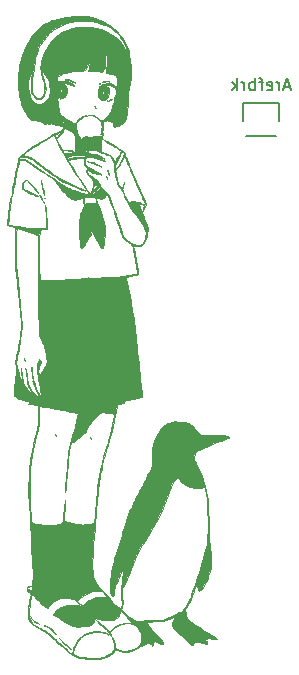
<source format=gbo>
G04 #@! TF.GenerationSoftware,KiCad,Pcbnew,5.0.0-rc2*
G04 #@! TF.CreationDate,2019-05-01T21:11:32-04:00*
G04 #@! TF.ProjectId,gassensor,67617373656E736F722E6B696361645F,rev?*
G04 #@! TF.SameCoordinates,Original*
G04 #@! TF.FileFunction,Legend,Bot*
G04 #@! TF.FilePolarity,Positive*
%FSLAX46Y46*%
G04 Gerber Fmt 4.6, Leading zero omitted, Abs format (unit mm)*
G04 Created by KiCad (PCBNEW 5.0.0-rc2) date Wed May  1 21:11:32 2019*
%MOMM*%
%LPD*%
G01*
G04 APERTURE LIST*
%ADD10C,0.150000*%
%ADD11C,0.010000*%
G04 APERTURE END LIST*
D10*
G04 #@! TO.C,P4*
X132080000Y-80010000D02*
X129540000Y-80010000D01*
X132360000Y-77190000D02*
X129260000Y-77190000D01*
X132360000Y-78740000D02*
X132360000Y-77190000D01*
X129260000Y-77190000D02*
X129260000Y-78740000D01*
D11*
G04 #@! TO.C,G1*
G36*
X117527810Y-75331001D02*
X117449898Y-75352318D01*
X117356878Y-75385873D01*
X117333561Y-75405633D01*
X117372416Y-75409769D01*
X117465914Y-75396453D01*
X117553154Y-75377396D01*
X117687827Y-75359262D01*
X117833210Y-75359278D01*
X117846231Y-75360469D01*
X117934551Y-75369002D01*
X117953690Y-75367646D01*
X117901008Y-75353771D01*
X117821128Y-75335460D01*
X117670104Y-75314396D01*
X117527810Y-75331001D01*
X117527810Y-75331001D01*
G37*
X117527810Y-75331001D02*
X117449898Y-75352318D01*
X117356878Y-75385873D01*
X117333561Y-75405633D01*
X117372416Y-75409769D01*
X117465914Y-75396453D01*
X117553154Y-75377396D01*
X117687827Y-75359262D01*
X117833210Y-75359278D01*
X117846231Y-75360469D01*
X117934551Y-75369002D01*
X117953690Y-75367646D01*
X117901008Y-75353771D01*
X117821128Y-75335460D01*
X117670104Y-75314396D01*
X117527810Y-75331001D01*
G36*
X114228814Y-75194836D02*
X114208123Y-75203195D01*
X114231615Y-75208907D01*
X114497182Y-75256169D01*
X114715092Y-75312322D01*
X114871163Y-75373606D01*
X114888388Y-75383023D01*
X114992597Y-75438101D01*
X115042240Y-75453642D01*
X115032677Y-75429884D01*
X114974077Y-75378611D01*
X114831858Y-75297894D01*
X114644374Y-75233787D01*
X114444174Y-75195601D01*
X114312446Y-75189321D01*
X114228814Y-75194836D01*
X114228814Y-75194836D01*
G37*
X114228814Y-75194836D02*
X114208123Y-75203195D01*
X114231615Y-75208907D01*
X114497182Y-75256169D01*
X114715092Y-75312322D01*
X114871163Y-75373606D01*
X114888388Y-75383023D01*
X114992597Y-75438101D01*
X115042240Y-75453642D01*
X115032677Y-75429884D01*
X114974077Y-75378611D01*
X114831858Y-75297894D01*
X114644374Y-75233787D01*
X114444174Y-75195601D01*
X114312446Y-75189321D01*
X114228814Y-75194836D01*
G36*
X117142846Y-75482484D02*
X117091136Y-75520841D01*
X117084231Y-75539873D01*
X117110421Y-75572820D01*
X117163534Y-75558830D01*
X117175410Y-75548718D01*
X117201460Y-75496773D01*
X117169526Y-75476139D01*
X117142846Y-75482484D01*
X117142846Y-75482484D01*
G37*
X117142846Y-75482484D02*
X117091136Y-75520841D01*
X117084231Y-75539873D01*
X117110421Y-75572820D01*
X117163534Y-75558830D01*
X117175410Y-75548718D01*
X117201460Y-75496773D01*
X117169526Y-75476139D01*
X117142846Y-75482484D01*
G36*
X113606385Y-76766615D02*
X113625923Y-76786154D01*
X113645462Y-76766615D01*
X113625923Y-76747077D01*
X113606385Y-76766615D01*
X113606385Y-76766615D01*
G37*
X113606385Y-76766615D02*
X113625923Y-76786154D01*
X113645462Y-76766615D01*
X113625923Y-76747077D01*
X113606385Y-76766615D01*
G36*
X113775718Y-76799179D02*
X113771041Y-76845554D01*
X113775718Y-76851282D01*
X113798949Y-76845918D01*
X113801769Y-76825231D01*
X113787472Y-76793066D01*
X113775718Y-76799179D01*
X113775718Y-76799179D01*
G37*
X113775718Y-76799179D02*
X113771041Y-76845554D01*
X113775718Y-76851282D01*
X113798949Y-76845918D01*
X113801769Y-76825231D01*
X113787472Y-76793066D01*
X113775718Y-76799179D01*
G36*
X118062206Y-76855036D02*
X118061154Y-76864308D01*
X118092961Y-76898602D01*
X118122076Y-76903384D01*
X118162522Y-76884440D01*
X118158846Y-76864308D01*
X118108888Y-76826721D01*
X118097925Y-76825231D01*
X118062206Y-76855036D01*
X118062206Y-76855036D01*
G37*
X118062206Y-76855036D02*
X118061154Y-76864308D01*
X118092961Y-76898602D01*
X118122076Y-76903384D01*
X118162522Y-76884440D01*
X118158846Y-76864308D01*
X118108888Y-76826721D01*
X118097925Y-76825231D01*
X118062206Y-76855036D01*
G36*
X117945059Y-76933121D02*
X117943923Y-76942461D01*
X117973660Y-76980403D01*
X117983000Y-76981538D01*
X118020942Y-76951802D01*
X118022077Y-76942461D01*
X117992340Y-76904520D01*
X117983000Y-76903384D01*
X117945059Y-76933121D01*
X117945059Y-76933121D01*
G37*
X117945059Y-76933121D02*
X117943923Y-76942461D01*
X117973660Y-76980403D01*
X117983000Y-76981538D01*
X118020942Y-76951802D01*
X118022077Y-76942461D01*
X117992340Y-76904520D01*
X117983000Y-76903384D01*
X117945059Y-76933121D01*
G36*
X117800641Y-76955487D02*
X117795964Y-77001862D01*
X117800641Y-77007590D01*
X117823872Y-77002225D01*
X117826692Y-76981538D01*
X117812395Y-76949374D01*
X117800641Y-76955487D01*
X117800641Y-76955487D01*
G37*
X117800641Y-76955487D02*
X117795964Y-77001862D01*
X117800641Y-77007590D01*
X117823872Y-77002225D01*
X117826692Y-76981538D01*
X117812395Y-76949374D01*
X117800641Y-76955487D01*
G36*
X116719206Y-77473180D02*
X116727761Y-77497295D01*
X116772054Y-77571673D01*
X116808538Y-77599538D01*
X116827754Y-77586647D01*
X116794986Y-77520488D01*
X116790542Y-77513627D01*
X116731829Y-77432166D01*
X116707620Y-77418572D01*
X116719206Y-77473180D01*
X116719206Y-77473180D01*
G37*
X116719206Y-77473180D02*
X116727761Y-77497295D01*
X116772054Y-77571673D01*
X116808538Y-77599538D01*
X116827754Y-77586647D01*
X116794986Y-77520488D01*
X116790542Y-77513627D01*
X116731829Y-77432166D01*
X116707620Y-77418572D01*
X116719206Y-77473180D01*
G36*
X115922436Y-78243997D02*
X115906501Y-78256436D01*
X115958404Y-78263201D01*
X115970539Y-78263459D01*
X116037275Y-78259235D01*
X116043151Y-78247002D01*
X116039667Y-78245445D01*
X115962092Y-78237714D01*
X115922436Y-78243997D01*
X115922436Y-78243997D01*
G37*
X115922436Y-78243997D02*
X115906501Y-78256436D01*
X115958404Y-78263201D01*
X115970539Y-78263459D01*
X116037275Y-78259235D01*
X116043151Y-78247002D01*
X116039667Y-78245445D01*
X115962092Y-78237714D01*
X115922436Y-78243997D01*
G36*
X110714692Y-98806000D02*
X110734231Y-98825538D01*
X110753769Y-98806000D01*
X110734231Y-98786461D01*
X110714692Y-98806000D01*
X110714692Y-98806000D01*
G37*
X110714692Y-98806000D02*
X110734231Y-98825538D01*
X110753769Y-98806000D01*
X110734231Y-98786461D01*
X110714692Y-98806000D01*
G36*
X110754966Y-98923231D02*
X110774423Y-98987449D01*
X110792846Y-99020923D01*
X110823810Y-99052201D01*
X110830726Y-99040461D01*
X110811270Y-98976243D01*
X110792846Y-98942769D01*
X110761883Y-98911491D01*
X110754966Y-98923231D01*
X110754966Y-98923231D01*
G37*
X110754966Y-98923231D02*
X110774423Y-98987449D01*
X110792846Y-99020923D01*
X110823810Y-99052201D01*
X110830726Y-99040461D01*
X110811270Y-98976243D01*
X110792846Y-98942769D01*
X110761883Y-98911491D01*
X110754966Y-98923231D01*
G36*
X113336759Y-105176133D02*
X113352259Y-105223245D01*
X113403532Y-105302611D01*
X113411000Y-105312308D01*
X113462520Y-105366291D01*
X113487794Y-105369533D01*
X113488285Y-105365483D01*
X113465774Y-105305958D01*
X113412300Y-105228714D01*
X113356838Y-105173786D01*
X113336759Y-105176133D01*
X113336759Y-105176133D01*
G37*
X113336759Y-105176133D02*
X113352259Y-105223245D01*
X113403532Y-105302611D01*
X113411000Y-105312308D01*
X113462520Y-105366291D01*
X113487794Y-105369533D01*
X113488285Y-105365483D01*
X113465774Y-105305958D01*
X113412300Y-105228714D01*
X113356838Y-105173786D01*
X113336759Y-105176133D01*
G36*
X116356737Y-105490192D02*
X116367968Y-105537609D01*
X116396333Y-105607761D01*
X116431305Y-105652248D01*
X116455871Y-105652924D01*
X116459000Y-105634698D01*
X116437745Y-105579821D01*
X116402328Y-105524930D01*
X116361565Y-105474099D01*
X116356737Y-105490192D01*
X116356737Y-105490192D01*
G37*
X116356737Y-105490192D02*
X116367968Y-105537609D01*
X116396333Y-105607761D01*
X116431305Y-105652248D01*
X116455871Y-105652924D01*
X116459000Y-105634698D01*
X116437745Y-105579821D01*
X116402328Y-105524930D01*
X116361565Y-105474099D01*
X116356737Y-105490192D01*
G36*
X111319601Y-120738850D02*
X111362884Y-120827178D01*
X111384781Y-120866854D01*
X111467185Y-120982453D01*
X111564297Y-121077826D01*
X111592435Y-121097515D01*
X111688104Y-121150345D01*
X111798645Y-121203737D01*
X111902502Y-121248372D01*
X111978124Y-121274935D01*
X112004231Y-121275528D01*
X111972532Y-121250960D01*
X111889408Y-121201178D01*
X111772819Y-121136934D01*
X111772214Y-121136611D01*
X111594030Y-121021065D01*
X111458661Y-120892343D01*
X111434745Y-120860781D01*
X111357575Y-120755403D01*
X111318512Y-120714842D01*
X111319601Y-120738850D01*
X111319601Y-120738850D01*
G37*
X111319601Y-120738850D02*
X111362884Y-120827178D01*
X111384781Y-120866854D01*
X111467185Y-120982453D01*
X111564297Y-121077826D01*
X111592435Y-121097515D01*
X111688104Y-121150345D01*
X111798645Y-121203737D01*
X111902502Y-121248372D01*
X111978124Y-121274935D01*
X112004231Y-121275528D01*
X111972532Y-121250960D01*
X111889408Y-121201178D01*
X111772819Y-121136934D01*
X111772214Y-121136611D01*
X111594030Y-121021065D01*
X111458661Y-120892343D01*
X111434745Y-120860781D01*
X111357575Y-120755403D01*
X111318512Y-120714842D01*
X111319601Y-120738850D01*
G36*
X112477185Y-121426139D02*
X112537708Y-121459945D01*
X112645237Y-121507116D01*
X112649000Y-121508641D01*
X112781215Y-121571359D01*
X112903816Y-121653462D01*
X113036615Y-121770057D01*
X113172957Y-121908251D01*
X113285961Y-122025187D01*
X113372303Y-122110530D01*
X113422709Y-122155401D01*
X113430035Y-122154461D01*
X113389668Y-122097193D01*
X113313501Y-122000902D01*
X113217221Y-121885357D01*
X113206766Y-121873125D01*
X113078930Y-121746013D01*
X112923747Y-121624109D01*
X112760839Y-121519782D01*
X112609827Y-121445399D01*
X112490335Y-121413329D01*
X112476682Y-121412927D01*
X112477185Y-121426139D01*
X112477185Y-121426139D01*
G37*
X112477185Y-121426139D02*
X112537708Y-121459945D01*
X112645237Y-121507116D01*
X112649000Y-121508641D01*
X112781215Y-121571359D01*
X112903816Y-121653462D01*
X113036615Y-121770057D01*
X113172957Y-121908251D01*
X113285961Y-122025187D01*
X113372303Y-122110530D01*
X113422709Y-122155401D01*
X113430035Y-122154461D01*
X113389668Y-122097193D01*
X113313501Y-122000902D01*
X113217221Y-121885357D01*
X113206766Y-121873125D01*
X113078930Y-121746013D01*
X112923747Y-121624109D01*
X112760839Y-121519782D01*
X112609827Y-121445399D01*
X112490335Y-121413329D01*
X112476682Y-121412927D01*
X112477185Y-121426139D01*
G36*
X113765568Y-122547906D02*
X113836879Y-122621710D01*
X113955909Y-122741464D01*
X113994455Y-122779876D01*
X114168016Y-122950056D01*
X114336335Y-123110618D01*
X114486080Y-123249167D01*
X114603922Y-123353312D01*
X114661462Y-123399983D01*
X114704911Y-123428363D01*
X114694574Y-123409453D01*
X114634801Y-123348192D01*
X114529945Y-123249522D01*
X114524692Y-123244700D01*
X114360874Y-123093670D01*
X114168366Y-122915021D01*
X113975246Y-122734855D01*
X113857686Y-122624593D01*
X113773998Y-122547107D01*
X113743950Y-122522291D01*
X113765568Y-122547906D01*
X113765568Y-122547906D01*
G37*
X113765568Y-122547906D02*
X113836879Y-122621710D01*
X113955909Y-122741464D01*
X113994455Y-122779876D01*
X114168016Y-122950056D01*
X114336335Y-123110618D01*
X114486080Y-123249167D01*
X114603922Y-123353312D01*
X114661462Y-123399983D01*
X114704911Y-123428363D01*
X114694574Y-123409453D01*
X114634801Y-123348192D01*
X114529945Y-123249522D01*
X114524692Y-123244700D01*
X114360874Y-123093670D01*
X114168366Y-122915021D01*
X113975246Y-122734855D01*
X113857686Y-122624593D01*
X113773998Y-122547107D01*
X113743950Y-122522291D01*
X113765568Y-122547906D01*
G36*
X114908949Y-123691487D02*
X114904272Y-123737862D01*
X114908949Y-123743590D01*
X114932180Y-123738225D01*
X114935000Y-123717538D01*
X114920702Y-123685374D01*
X114908949Y-123691487D01*
X114908949Y-123691487D01*
G37*
X114908949Y-123691487D02*
X114904272Y-123737862D01*
X114908949Y-123743590D01*
X114932180Y-123738225D01*
X114935000Y-123717538D01*
X114920702Y-123685374D01*
X114908949Y-123691487D01*
G36*
X116074821Y-82120076D02*
X116097175Y-82138897D01*
X116176401Y-82166268D01*
X116292463Y-82196831D01*
X116425327Y-82225225D01*
X116537154Y-82243741D01*
X116635676Y-82252967D01*
X116687471Y-82249093D01*
X116689323Y-82242007D01*
X116643064Y-82223247D01*
X116544823Y-82197614D01*
X116417579Y-82169670D01*
X116284313Y-82143974D01*
X116168005Y-82125086D01*
X116091637Y-82117565D01*
X116074821Y-82120076D01*
X116074821Y-82120076D01*
G37*
X116074821Y-82120076D02*
X116097175Y-82138897D01*
X116176401Y-82166268D01*
X116292463Y-82196831D01*
X116425327Y-82225225D01*
X116537154Y-82243741D01*
X116635676Y-82252967D01*
X116687471Y-82249093D01*
X116689323Y-82242007D01*
X116643064Y-82223247D01*
X116544823Y-82197614D01*
X116417579Y-82169670D01*
X116284313Y-82143974D01*
X116168005Y-82125086D01*
X116091637Y-82117565D01*
X116074821Y-82120076D01*
G36*
X116714954Y-82331650D02*
X116765735Y-82361637D01*
X116864092Y-82408079D01*
X116987016Y-82461367D01*
X117111499Y-82511895D01*
X117214533Y-82550053D01*
X117273110Y-82566234D01*
X117276583Y-82566180D01*
X117255180Y-82549200D01*
X117178261Y-82507117D01*
X117061018Y-82448118D01*
X117025615Y-82430926D01*
X116848362Y-82348746D01*
X116737900Y-82305313D01*
X116694541Y-82300729D01*
X116714954Y-82331650D01*
X116714954Y-82331650D01*
G37*
X116714954Y-82331650D02*
X116765735Y-82361637D01*
X116864092Y-82408079D01*
X116987016Y-82461367D01*
X117111499Y-82511895D01*
X117214533Y-82550053D01*
X117273110Y-82566234D01*
X117276583Y-82566180D01*
X117255180Y-82549200D01*
X117178261Y-82507117D01*
X117061018Y-82448118D01*
X117025615Y-82430926D01*
X116848362Y-82348746D01*
X116737900Y-82305313D01*
X116694541Y-82300729D01*
X116714954Y-82331650D01*
G36*
X117812889Y-82914854D02*
X117835332Y-82996483D01*
X117845761Y-83028692D01*
X117892415Y-83166309D01*
X117920086Y-83239288D01*
X117934052Y-83257282D01*
X117939590Y-83229945D01*
X117940838Y-83202598D01*
X117928892Y-83127025D01*
X117897081Y-83029970D01*
X117857132Y-82940313D01*
X117820769Y-82886930D01*
X117810721Y-82882154D01*
X117812889Y-82914854D01*
X117812889Y-82914854D01*
G37*
X117812889Y-82914854D02*
X117835332Y-82996483D01*
X117845761Y-83028692D01*
X117892415Y-83166309D01*
X117920086Y-83239288D01*
X117934052Y-83257282D01*
X117939590Y-83229945D01*
X117940838Y-83202598D01*
X117928892Y-83127025D01*
X117897081Y-83029970D01*
X117857132Y-82940313D01*
X117820769Y-82886930D01*
X117810721Y-82882154D01*
X117812889Y-82914854D01*
G36*
X117683185Y-83370846D02*
X117709030Y-83450592D01*
X117746533Y-83531880D01*
X117781950Y-83581659D01*
X117790806Y-83585538D01*
X117798010Y-83554928D01*
X117773610Y-83478578D01*
X117760441Y-83449260D01*
X117716400Y-83365859D01*
X117686757Y-83326000D01*
X117682743Y-83325692D01*
X117683185Y-83370846D01*
X117683185Y-83370846D01*
G37*
X117683185Y-83370846D02*
X117709030Y-83450592D01*
X117746533Y-83531880D01*
X117781950Y-83581659D01*
X117790806Y-83585538D01*
X117798010Y-83554928D01*
X117773610Y-83478578D01*
X117760441Y-83449260D01*
X117716400Y-83365859D01*
X117686757Y-83326000D01*
X117682743Y-83325692D01*
X117683185Y-83370846D01*
G36*
X119194385Y-83917692D02*
X119213923Y-83937231D01*
X119233462Y-83917692D01*
X119213923Y-83898154D01*
X119194385Y-83917692D01*
X119194385Y-83917692D01*
G37*
X119194385Y-83917692D02*
X119213923Y-83937231D01*
X119233462Y-83917692D01*
X119213923Y-83898154D01*
X119194385Y-83917692D01*
G36*
X110848154Y-83696069D02*
X110754738Y-83779948D01*
X110667137Y-83895454D01*
X110614850Y-83994965D01*
X110563664Y-84186352D01*
X110577827Y-84351841D01*
X110619216Y-84436536D01*
X110680533Y-84505297D01*
X110719758Y-84520467D01*
X110722255Y-84484410D01*
X110691059Y-84424927D01*
X110645046Y-84290385D01*
X110649739Y-84125400D01*
X110701631Y-83955822D01*
X110770468Y-83839788D01*
X110842151Y-83756308D01*
X110899334Y-83707765D01*
X110913413Y-83702769D01*
X110964336Y-83731118D01*
X111053979Y-83808587D01*
X111171571Y-83923811D01*
X111306340Y-84065425D01*
X111447513Y-84222063D01*
X111584319Y-84382361D01*
X111705986Y-84534951D01*
X111721232Y-84555097D01*
X111821051Y-84684567D01*
X111901118Y-84781867D01*
X111951934Y-84835869D01*
X111965154Y-84840810D01*
X111939481Y-84773870D01*
X111869264Y-84664741D01*
X111764711Y-84525014D01*
X111636028Y-84366277D01*
X111493420Y-84200121D01*
X111347094Y-84038136D01*
X111207256Y-83891911D01*
X111084111Y-83773035D01*
X110987867Y-83693099D01*
X110928729Y-83663693D01*
X110928563Y-83663692D01*
X110848154Y-83696069D01*
X110848154Y-83696069D01*
G37*
X110848154Y-83696069D02*
X110754738Y-83779948D01*
X110667137Y-83895454D01*
X110614850Y-83994965D01*
X110563664Y-84186352D01*
X110577827Y-84351841D01*
X110619216Y-84436536D01*
X110680533Y-84505297D01*
X110719758Y-84520467D01*
X110722255Y-84484410D01*
X110691059Y-84424927D01*
X110645046Y-84290385D01*
X110649739Y-84125400D01*
X110701631Y-83955822D01*
X110770468Y-83839788D01*
X110842151Y-83756308D01*
X110899334Y-83707765D01*
X110913413Y-83702769D01*
X110964336Y-83731118D01*
X111053979Y-83808587D01*
X111171571Y-83923811D01*
X111306340Y-84065425D01*
X111447513Y-84222063D01*
X111584319Y-84382361D01*
X111705986Y-84534951D01*
X111721232Y-84555097D01*
X111821051Y-84684567D01*
X111901118Y-84781867D01*
X111951934Y-84835869D01*
X111965154Y-84840810D01*
X111939481Y-84773870D01*
X111869264Y-84664741D01*
X111764711Y-84525014D01*
X111636028Y-84366277D01*
X111493420Y-84200121D01*
X111347094Y-84038136D01*
X111207256Y-83891911D01*
X111084111Y-83773035D01*
X110987867Y-83693099D01*
X110928729Y-83663693D01*
X110928563Y-83663692D01*
X110848154Y-83696069D01*
G36*
X110800355Y-84541927D02*
X110789332Y-84558564D01*
X110801373Y-84578862D01*
X110849400Y-84613144D01*
X110946333Y-84671734D01*
X111008740Y-84708421D01*
X111149886Y-84784646D01*
X111309297Y-84860385D01*
X111473626Y-84930709D01*
X111629528Y-84990689D01*
X111763657Y-85035396D01*
X111862666Y-85059902D01*
X111913208Y-85059277D01*
X111913424Y-85042526D01*
X111867167Y-85011578D01*
X111766512Y-84965028D01*
X111631257Y-84911840D01*
X111598961Y-84900186D01*
X111414089Y-84827155D01*
X111217434Y-84738026D01*
X111064849Y-84659286D01*
X110942919Y-84594499D01*
X110849042Y-84552324D01*
X110801820Y-84541017D01*
X110800355Y-84541927D01*
X110800355Y-84541927D01*
G37*
X110800355Y-84541927D02*
X110789332Y-84558564D01*
X110801373Y-84578862D01*
X110849400Y-84613144D01*
X110946333Y-84671734D01*
X111008740Y-84708421D01*
X111149886Y-84784646D01*
X111309297Y-84860385D01*
X111473626Y-84930709D01*
X111629528Y-84990689D01*
X111763657Y-85035396D01*
X111862666Y-85059902D01*
X111913208Y-85059277D01*
X111913424Y-85042526D01*
X111867167Y-85011578D01*
X111766512Y-84965028D01*
X111631257Y-84911840D01*
X111598961Y-84900186D01*
X111414089Y-84827155D01*
X111217434Y-84738026D01*
X111064849Y-84659286D01*
X110942919Y-84594499D01*
X110849042Y-84552324D01*
X110801820Y-84541017D01*
X110800355Y-84541927D01*
G36*
X112145409Y-83784196D02*
X112163798Y-83876677D01*
X112200792Y-84011276D01*
X112202431Y-84016668D01*
X112244262Y-84164692D01*
X112294723Y-84359270D01*
X112346216Y-84570504D01*
X112375891Y-84699231D01*
X112411154Y-84849753D01*
X112437239Y-84947870D01*
X112451787Y-84985772D01*
X112452435Y-84955649D01*
X112451872Y-84950556D01*
X112432094Y-84821559D01*
X112398615Y-84646312D01*
X112356285Y-84446303D01*
X112309956Y-84243019D01*
X112264478Y-84057949D01*
X112224701Y-83912581D01*
X112202055Y-83843888D01*
X112164519Y-83759359D01*
X112145643Y-83742276D01*
X112145409Y-83784196D01*
X112145409Y-83784196D01*
G37*
X112145409Y-83784196D02*
X112163798Y-83876677D01*
X112200792Y-84011276D01*
X112202431Y-84016668D01*
X112244262Y-84164692D01*
X112294723Y-84359270D01*
X112346216Y-84570504D01*
X112375891Y-84699231D01*
X112411154Y-84849753D01*
X112437239Y-84947870D01*
X112451787Y-84985772D01*
X112452435Y-84955649D01*
X112451872Y-84950556D01*
X112432094Y-84821559D01*
X112398615Y-84646312D01*
X112356285Y-84446303D01*
X112309956Y-84243019D01*
X112264478Y-84057949D01*
X112224701Y-83912581D01*
X112202055Y-83843888D01*
X112164519Y-83759359D01*
X112145643Y-83742276D01*
X112145409Y-83784196D01*
G36*
X112473154Y-85246308D02*
X112492692Y-85265846D01*
X112512231Y-85246308D01*
X112492692Y-85226769D01*
X112473154Y-85246308D01*
X112473154Y-85246308D01*
G37*
X112473154Y-85246308D02*
X112492692Y-85265846D01*
X112512231Y-85246308D01*
X112492692Y-85226769D01*
X112473154Y-85246308D01*
G36*
X112026837Y-85005751D02*
X112071764Y-85084162D01*
X112097122Y-85119309D01*
X112169996Y-85227158D01*
X112254782Y-85370176D01*
X112315496Y-85483337D01*
X112373817Y-85591223D01*
X112416049Y-85655778D01*
X112433512Y-85663841D01*
X112433582Y-85662330D01*
X112415840Y-85603662D01*
X112369107Y-85498097D01*
X112303922Y-85366157D01*
X112230821Y-85228366D01*
X112160343Y-85105247D01*
X112103025Y-85017323D01*
X112101057Y-85014699D01*
X112049511Y-84965951D01*
X112020227Y-84963286D01*
X112026837Y-85005751D01*
X112026837Y-85005751D01*
G37*
X112026837Y-85005751D02*
X112071764Y-85084162D01*
X112097122Y-85119309D01*
X112169996Y-85227158D01*
X112254782Y-85370176D01*
X112315496Y-85483337D01*
X112373817Y-85591223D01*
X112416049Y-85655778D01*
X112433512Y-85663841D01*
X112433582Y-85662330D01*
X112415840Y-85603662D01*
X112369107Y-85498097D01*
X112303922Y-85366157D01*
X112230821Y-85228366D01*
X112160343Y-85105247D01*
X112103025Y-85017323D01*
X112101057Y-85014699D01*
X112049511Y-84965951D01*
X112020227Y-84963286D01*
X112026837Y-85005751D01*
G36*
X120916597Y-85917261D02*
X120865907Y-85977198D01*
X120859564Y-86015442D01*
X120853987Y-86065906D01*
X120816847Y-86156196D01*
X120791996Y-86203419D01*
X120744457Y-86300676D01*
X120724669Y-86367955D01*
X120727528Y-86382169D01*
X120757899Y-86365030D01*
X120810405Y-86295988D01*
X120847086Y-86236068D01*
X120910397Y-86112074D01*
X120957603Y-85996443D01*
X120968588Y-85959137D01*
X120982400Y-85885876D01*
X120965005Y-85878666D01*
X120916597Y-85917261D01*
X120916597Y-85917261D01*
G37*
X120916597Y-85917261D02*
X120865907Y-85977198D01*
X120859564Y-86015442D01*
X120853987Y-86065906D01*
X120816847Y-86156196D01*
X120791996Y-86203419D01*
X120744457Y-86300676D01*
X120724669Y-86367955D01*
X120727528Y-86382169D01*
X120757899Y-86365030D01*
X120810405Y-86295988D01*
X120847086Y-86236068D01*
X120910397Y-86112074D01*
X120957603Y-85996443D01*
X120968588Y-85959137D01*
X120982400Y-85885876D01*
X120965005Y-85878666D01*
X120916597Y-85917261D01*
G36*
X114962237Y-69791574D02*
X114384146Y-69867274D01*
X113860385Y-70004153D01*
X113676398Y-70058613D01*
X113476158Y-70108411D01*
X113332846Y-70137323D01*
X113103998Y-70197686D01*
X112842536Y-70302066D01*
X112571078Y-70439183D01*
X112312240Y-70597759D01*
X112113955Y-70745194D01*
X111775170Y-71068707D01*
X111455448Y-71458625D01*
X111160483Y-71904348D01*
X110895966Y-72395279D01*
X110667588Y-72920821D01*
X110481042Y-73470375D01*
X110342019Y-74033344D01*
X110338556Y-74050769D01*
X110311542Y-74236625D01*
X110289909Y-74482501D01*
X110274066Y-74770424D01*
X110264422Y-75082418D01*
X110261385Y-75400508D01*
X110265365Y-75706721D01*
X110276771Y-75983080D01*
X110290542Y-76160923D01*
X110317906Y-76375561D01*
X110359045Y-76625397D01*
X110408284Y-76880558D01*
X110459950Y-77111171D01*
X110498369Y-77255077D01*
X110577255Y-77469921D01*
X110688809Y-77708250D01*
X110820227Y-77947310D01*
X110958704Y-78164348D01*
X111091437Y-78336613D01*
X111130578Y-78378535D01*
X111265667Y-78501953D01*
X111388763Y-78592192D01*
X111487995Y-78642449D01*
X111551493Y-78645920D01*
X111566082Y-78628138D01*
X111605970Y-78619104D01*
X111693869Y-78643524D01*
X111742741Y-78663919D01*
X111883830Y-78711832D01*
X112030221Y-78738204D01*
X112062846Y-78739853D01*
X112235116Y-78773889D01*
X112391111Y-78857942D01*
X112511804Y-78935323D01*
X112586076Y-78967903D01*
X112629018Y-78959091D01*
X112653844Y-78917315D01*
X112678839Y-78882944D01*
X112726200Y-78895196D01*
X112773681Y-78924321D01*
X112858475Y-78965205D01*
X112927495Y-78952633D01*
X112945998Y-78942005D01*
X113004794Y-78920375D01*
X113085800Y-78925598D01*
X113210715Y-78959936D01*
X113253547Y-78974076D01*
X113403321Y-79016919D01*
X113546331Y-79045446D01*
X113625306Y-79052615D01*
X113751963Y-79063559D01*
X113882336Y-79091651D01*
X113993653Y-79129785D01*
X114063142Y-79170852D01*
X114075308Y-79193068D01*
X114063238Y-79257953D01*
X114034113Y-79354499D01*
X114033238Y-79357018D01*
X114005816Y-79415439D01*
X113960156Y-79463782D01*
X113881541Y-79511398D01*
X113755253Y-79567636D01*
X113613161Y-79623899D01*
X113329811Y-79750798D01*
X113052471Y-79905491D01*
X112922539Y-79991197D01*
X112824353Y-80059589D01*
X112722026Y-80128269D01*
X112607129Y-80202381D01*
X112471235Y-80287070D01*
X112305914Y-80387483D01*
X112102740Y-80508764D01*
X111853284Y-80656059D01*
X111549118Y-80834513D01*
X111359462Y-80945465D01*
X111188628Y-81053491D01*
X111001603Y-81185243D01*
X110811162Y-81330179D01*
X110630075Y-81477758D01*
X110471117Y-81617440D01*
X110347060Y-81738682D01*
X110270677Y-81830943D01*
X110257301Y-81855053D01*
X110224578Y-81970275D01*
X110208663Y-82103338D01*
X110208455Y-82113072D01*
X110198134Y-82216566D01*
X110171925Y-82369969D01*
X110134475Y-82547779D01*
X110112304Y-82640611D01*
X110068274Y-82827709D01*
X110018370Y-83057368D01*
X109965022Y-83316523D01*
X109910657Y-83592104D01*
X109857702Y-83871047D01*
X109808585Y-84140282D01*
X109765735Y-84386744D01*
X109731580Y-84597365D01*
X109708546Y-84759078D01*
X109699063Y-84858816D01*
X109698952Y-84865308D01*
X109707908Y-84942518D01*
X109730405Y-84953547D01*
X109758881Y-84907467D01*
X109785776Y-84813346D01*
X109796673Y-84748077D01*
X109816921Y-84614898D01*
X109849921Y-84420520D01*
X109892765Y-84180312D01*
X109942546Y-83909642D01*
X109996354Y-83623879D01*
X110051282Y-83338394D01*
X110104421Y-83068554D01*
X110152863Y-82829729D01*
X110193700Y-82637288D01*
X110208908Y-82569538D01*
X110248068Y-82399141D01*
X110282294Y-82249466D01*
X110306585Y-82142410D01*
X110313733Y-82110384D01*
X110331833Y-82062023D01*
X110372048Y-82035550D01*
X110453724Y-82024518D01*
X110577535Y-82022461D01*
X110822037Y-82022461D01*
X112045483Y-82847035D01*
X112322264Y-83033194D01*
X112579827Y-83205690D01*
X112810725Y-83359591D01*
X113007511Y-83489964D01*
X113162737Y-83591878D01*
X113268954Y-83660400D01*
X113318714Y-83690597D01*
X113320426Y-83691369D01*
X113367571Y-83732233D01*
X113371923Y-83749161D01*
X113392742Y-83795128D01*
X113449164Y-83890510D01*
X113532140Y-84020580D01*
X113615500Y-84145519D01*
X113790793Y-84384110D01*
X113987592Y-84619633D01*
X114193513Y-84839659D01*
X114396174Y-85031760D01*
X114583189Y-85183507D01*
X114742177Y-85282472D01*
X114753873Y-85287993D01*
X114877408Y-85340448D01*
X114973966Y-85364587D01*
X115078095Y-85364579D01*
X115223667Y-85344704D01*
X115372873Y-85317654D01*
X115503678Y-85288394D01*
X115577400Y-85266747D01*
X115640291Y-85247081D01*
X115679866Y-85256052D01*
X115704922Y-85307239D01*
X115724257Y-85414221D01*
X115737062Y-85513180D01*
X115760297Y-85639306D01*
X115791126Y-85729762D01*
X115815419Y-85760171D01*
X115833950Y-85791232D01*
X115819058Y-85865332D01*
X115768130Y-85993416D01*
X115750161Y-86033612D01*
X115622790Y-86331593D01*
X115523627Y-86608194D01*
X115450890Y-86877380D01*
X115402796Y-87153119D01*
X115377561Y-87449376D01*
X115373405Y-87780118D01*
X115388543Y-88159311D01*
X115421193Y-88600922D01*
X115421705Y-88606905D01*
X115447675Y-88894871D01*
X115471112Y-89113778D01*
X115494005Y-89272588D01*
X115518344Y-89380263D01*
X115546117Y-89445768D01*
X115579313Y-89478064D01*
X115616819Y-89486154D01*
X115687408Y-89453365D01*
X115768505Y-89369386D01*
X115842110Y-89255795D01*
X115878973Y-89171857D01*
X115923229Y-89072415D01*
X115996352Y-88936009D01*
X116083375Y-88790378D01*
X116092985Y-88775249D01*
X116196011Y-88606901D01*
X116301653Y-88422788D01*
X116382218Y-88272051D01*
X116504217Y-88030373D01*
X116592875Y-88220955D01*
X116659528Y-88352799D01*
X116749037Y-88515232D01*
X116842006Y-88673057D01*
X116935982Y-88830707D01*
X117027958Y-88992392D01*
X117097868Y-89122815D01*
X117199055Y-89304180D01*
X117285911Y-89422555D01*
X117354901Y-89473860D01*
X117394033Y-89464701D01*
X117421796Y-89403671D01*
X117453651Y-89279555D01*
X117487552Y-89107181D01*
X117521455Y-88901375D01*
X117553314Y-88676966D01*
X117581084Y-88448779D01*
X117602721Y-88231642D01*
X117616179Y-88040381D01*
X117619415Y-87889825D01*
X117617433Y-87844923D01*
X117587756Y-87601681D01*
X117534497Y-87322420D01*
X117462609Y-87023497D01*
X117377042Y-86721268D01*
X117282748Y-86432090D01*
X117184679Y-86172317D01*
X117087787Y-85958308D01*
X117002647Y-85814095D01*
X116969561Y-85747398D01*
X116928990Y-85637526D01*
X116909584Y-85576428D01*
X116841949Y-85576428D01*
X116808686Y-85618321D01*
X116725003Y-85630928D01*
X116578086Y-85627777D01*
X116547015Y-85626686D01*
X116367627Y-85628609D01*
X116188582Y-85643639D01*
X116048692Y-85668512D01*
X115853308Y-85720729D01*
X115809101Y-85483518D01*
X115786995Y-85339128D01*
X115787545Y-85255169D01*
X115809101Y-85218264D01*
X115929946Y-85169730D01*
X116102682Y-85135544D01*
X116301928Y-85118324D01*
X116502305Y-85120692D01*
X116622858Y-85134260D01*
X116709991Y-85154316D01*
X116759272Y-85192297D01*
X116790010Y-85270715D01*
X116808474Y-85350676D01*
X116837607Y-85491723D01*
X116841949Y-85576428D01*
X116909584Y-85576428D01*
X116887388Y-85506550D01*
X116851209Y-85376537D01*
X116826904Y-85269558D01*
X116820927Y-85207683D01*
X116823489Y-85201377D01*
X116861568Y-85207211D01*
X116954581Y-85228622D01*
X117075728Y-85259255D01*
X117214192Y-85292654D01*
X117303581Y-85303370D01*
X117369509Y-85291739D01*
X117427420Y-85263867D01*
X117511427Y-85192836D01*
X117597035Y-85084711D01*
X117624671Y-85039312D01*
X117684702Y-84948419D01*
X117736327Y-84900434D01*
X117755364Y-84898833D01*
X117800289Y-84955395D01*
X117865029Y-85082257D01*
X117949954Y-85280337D01*
X118055436Y-85550556D01*
X118181843Y-85893831D01*
X118329548Y-86311081D01*
X118360146Y-86399077D01*
X118475685Y-86733359D01*
X118570061Y-87009754D01*
X118648322Y-87243999D01*
X118715515Y-87451836D01*
X118776688Y-87649002D01*
X118836889Y-87851238D01*
X118901165Y-88074283D01*
X118930342Y-88177077D01*
X118969672Y-88304422D01*
X119012818Y-88404253D01*
X119072828Y-88496166D01*
X119162753Y-88599753D01*
X119295643Y-88734607D01*
X119313292Y-88752041D01*
X119447720Y-88878113D01*
X119572291Y-88983316D01*
X119671003Y-89054769D01*
X119718960Y-89078594D01*
X119785746Y-89107166D01*
X119799240Y-89135816D01*
X119813217Y-89171787D01*
X119849573Y-89190182D01*
X119878241Y-89211921D01*
X119905980Y-89264642D01*
X119935568Y-89358224D01*
X119969781Y-89502546D01*
X120011396Y-89707484D01*
X120045359Y-89886611D01*
X120092552Y-90146428D01*
X120139632Y-90417138D01*
X120182408Y-90673854D01*
X120216687Y-90891687D01*
X120229771Y-90981399D01*
X120258295Y-91161682D01*
X120289251Y-91318881D01*
X120318384Y-91433152D01*
X120336420Y-91478654D01*
X120361947Y-91557814D01*
X120346175Y-91589061D01*
X120273512Y-91623828D01*
X120136636Y-91662961D01*
X119949224Y-91704456D01*
X119724959Y-91746308D01*
X119477519Y-91786514D01*
X119220584Y-91823070D01*
X118967835Y-91853971D01*
X118732950Y-91877214D01*
X118529610Y-91890795D01*
X118371495Y-91892709D01*
X118306825Y-91887809D01*
X118220270Y-91885088D01*
X118080113Y-91890037D01*
X117910413Y-91901592D01*
X117826692Y-91909059D01*
X117602622Y-91929001D01*
X117349912Y-91948970D01*
X117117633Y-91965124D01*
X117084231Y-91967183D01*
X116877857Y-91979903D01*
X116660108Y-91993815D01*
X116470431Y-92006390D01*
X116429692Y-92009190D01*
X116274978Y-92016358D01*
X116185309Y-92010408D01*
X116148471Y-91990029D01*
X116145786Y-91978665D01*
X116134886Y-91951353D01*
X116116479Y-91972352D01*
X116066347Y-91993019D01*
X115951134Y-92013305D01*
X115783899Y-92031356D01*
X115618846Y-92043087D01*
X115428181Y-92054464D01*
X115181464Y-92069871D01*
X114900609Y-92087903D01*
X114607531Y-92107151D01*
X114329308Y-92125858D01*
X114036306Y-92143553D01*
X113730884Y-92157957D01*
X113423794Y-92168950D01*
X113125786Y-92176412D01*
X112847612Y-92180223D01*
X112600025Y-92180263D01*
X112393774Y-92176413D01*
X112239612Y-92168552D01*
X112148290Y-92156560D01*
X112131424Y-92150369D01*
X112109071Y-92101717D01*
X112088290Y-91983537D01*
X112068764Y-91793205D01*
X112050174Y-91528098D01*
X112044966Y-91437813D01*
X112017509Y-90911959D01*
X111997556Y-90454493D01*
X111985031Y-90056020D01*
X111979860Y-89707143D01*
X111981966Y-89398467D01*
X111991273Y-89120593D01*
X112007707Y-88864127D01*
X112022901Y-88697283D01*
X112049791Y-88428340D01*
X112071039Y-88227059D01*
X112091043Y-88083594D01*
X112114204Y-87988101D01*
X112144923Y-87930735D01*
X112187598Y-87901651D01*
X112246631Y-87891005D01*
X112326420Y-87888952D01*
X112384689Y-87887795D01*
X112521913Y-87880660D01*
X112627530Y-87870198D01*
X112676956Y-87859259D01*
X112690459Y-87813175D01*
X112695597Y-87710587D01*
X112691410Y-87572793D01*
X112690498Y-87558719D01*
X112681104Y-87406377D01*
X112669890Y-87203318D01*
X112658313Y-86976909D01*
X112648537Y-86770308D01*
X112635521Y-86547107D01*
X112617878Y-86335660D01*
X112597257Y-86148555D01*
X112575309Y-85998376D01*
X112553684Y-85897709D01*
X112534031Y-85859140D01*
X112529322Y-85860960D01*
X112526564Y-85904532D01*
X112534767Y-86002308D01*
X112548631Y-86108289D01*
X112561091Y-86223361D01*
X112574313Y-86398820D01*
X112587228Y-86616922D01*
X112598770Y-86859922D01*
X112606713Y-87073154D01*
X112630328Y-87805846D01*
X112166446Y-87805846D01*
X111840586Y-87797793D01*
X111461140Y-87775037D01*
X111050849Y-87739677D01*
X110632453Y-87693815D01*
X110228692Y-87639553D01*
X110030846Y-87608511D01*
X109799902Y-87570846D01*
X109634921Y-87541627D01*
X109525351Y-87513364D01*
X109460642Y-87478570D01*
X109430245Y-87429756D01*
X109423609Y-87359434D01*
X109430184Y-87260116D01*
X109435896Y-87186234D01*
X109454648Y-86946864D01*
X109480388Y-86669368D01*
X109510974Y-86372759D01*
X109544264Y-86076048D01*
X109578115Y-85798248D01*
X109610386Y-85558370D01*
X109638935Y-85375427D01*
X109641593Y-85360493D01*
X109674054Y-85175382D01*
X109690517Y-85062400D01*
X109690438Y-85017065D01*
X109673272Y-85034895D01*
X109638474Y-85111408D01*
X109617516Y-85162315D01*
X109595435Y-85222002D01*
X109575377Y-85290903D01*
X109556117Y-85377522D01*
X109536434Y-85490364D01*
X109515103Y-85637932D01*
X109490900Y-85828732D01*
X109462603Y-86071267D01*
X109428988Y-86374041D01*
X109388831Y-86745558D01*
X109386178Y-86770308D01*
X109366051Y-86956817D01*
X109346898Y-87132082D01*
X109331614Y-87269693D01*
X109326182Y-87317384D01*
X109322244Y-87429689D01*
X109335150Y-87512607D01*
X109340820Y-87524497D01*
X109392335Y-87555174D01*
X109500437Y-87591960D01*
X109644607Y-87628219D01*
X109691675Y-87637972D01*
X109846924Y-87669651D01*
X109939519Y-87694599D01*
X109983579Y-87720738D01*
X109993217Y-87755990D01*
X109984119Y-87802090D01*
X109974570Y-87881196D01*
X109967056Y-88027557D01*
X109961518Y-88230302D01*
X109957897Y-88478561D01*
X109956133Y-88761463D01*
X109956169Y-89068138D01*
X109957945Y-89387714D01*
X109961401Y-89709322D01*
X109966479Y-90022090D01*
X109973120Y-90315147D01*
X109981265Y-90577624D01*
X109990854Y-90798649D01*
X110001271Y-90960608D01*
X110024981Y-91227936D01*
X110055429Y-91537561D01*
X110088994Y-91854314D01*
X110122059Y-92143026D01*
X110127951Y-92191531D01*
X110160636Y-92470973D01*
X110195680Y-92792952D01*
X110229377Y-93122087D01*
X110258020Y-93422996D01*
X110264121Y-93491538D01*
X110289008Y-93762815D01*
X110317821Y-94055538D01*
X110347541Y-94340242D01*
X110375149Y-94587460D01*
X110384262Y-94663846D01*
X110432747Y-95132718D01*
X110462233Y-95582741D01*
X110472447Y-96000380D01*
X110463112Y-96372100D01*
X110433955Y-96684366D01*
X110426304Y-96734923D01*
X110370019Y-97075881D01*
X110311715Y-97419052D01*
X110253459Y-97753051D01*
X110197320Y-98066493D01*
X110145364Y-98347994D01*
X110099660Y-98586167D01*
X110062275Y-98769628D01*
X110035872Y-98884712D01*
X110003392Y-99027630D01*
X109994727Y-99139981D01*
X110009594Y-99261241D01*
X110032407Y-99366394D01*
X110049204Y-99452661D01*
X110060190Y-99549325D01*
X110064931Y-99664711D01*
X110062994Y-99807144D01*
X110053949Y-99984949D01*
X110037361Y-100206451D01*
X110012799Y-100479976D01*
X109979831Y-100813848D01*
X109938023Y-101216393D01*
X109934654Y-101248308D01*
X109909563Y-101494545D01*
X109895515Y-101676237D01*
X109894684Y-101806489D01*
X109909243Y-101898406D01*
X109941366Y-101965091D01*
X109993227Y-102019649D01*
X110066999Y-102075185D01*
X110072451Y-102079032D01*
X110179176Y-102140442D01*
X110333598Y-102212365D01*
X110515051Y-102287023D01*
X110702866Y-102356639D01*
X110876379Y-102413436D01*
X111014921Y-102449638D01*
X111081039Y-102458578D01*
X111131113Y-102473832D01*
X111138645Y-102531673D01*
X111132053Y-102570965D01*
X111122649Y-102634135D01*
X111138313Y-102668018D01*
X111196129Y-102682853D01*
X111313176Y-102688881D01*
X111329657Y-102689421D01*
X111525905Y-102705027D01*
X111696816Y-102735738D01*
X111826017Y-102777345D01*
X111897136Y-102825636D01*
X111903462Y-102836997D01*
X111912585Y-102894415D01*
X111923210Y-103014773D01*
X111934271Y-103182898D01*
X111944700Y-103383619D01*
X111949189Y-103487566D01*
X111953692Y-103955227D01*
X111924982Y-104375550D01*
X111860174Y-104773226D01*
X111756381Y-105172944D01*
X111749608Y-105195077D01*
X111671852Y-105449654D01*
X111613453Y-105648470D01*
X111569785Y-105810147D01*
X111536223Y-105953306D01*
X111508140Y-106096571D01*
X111480912Y-106258563D01*
X111472974Y-106308769D01*
X111436497Y-106526330D01*
X111393068Y-106763095D01*
X111350414Y-106977468D01*
X111338119Y-107034866D01*
X111283665Y-107333103D01*
X111235278Y-107700437D01*
X111193748Y-108127990D01*
X111159868Y-108606882D01*
X111134428Y-109128235D01*
X111124179Y-109434923D01*
X111117684Y-109694917D01*
X111114195Y-109926984D01*
X111114220Y-110144150D01*
X111118266Y-110359441D01*
X111126841Y-110585881D01*
X111140450Y-110836496D01*
X111159602Y-111124310D01*
X111184804Y-111462350D01*
X111216563Y-111863641D01*
X111220810Y-111916308D01*
X111230863Y-112063482D01*
X111242902Y-112277286D01*
X111256403Y-112546233D01*
X111270842Y-112858841D01*
X111285693Y-113203624D01*
X111300435Y-113569097D01*
X111314541Y-113943777D01*
X111318899Y-114065538D01*
X111333427Y-114448892D01*
X111349842Y-114833692D01*
X111367474Y-115207193D01*
X111385650Y-115556646D01*
X111403701Y-115869305D01*
X111420955Y-116132424D01*
X111436741Y-116333256D01*
X111440266Y-116371077D01*
X111468660Y-116740640D01*
X111481900Y-117098346D01*
X111480055Y-117427735D01*
X111463195Y-117712343D01*
X111433697Y-117924437D01*
X111409020Y-118008210D01*
X111362539Y-118043793D01*
X111266821Y-118051378D01*
X111261214Y-118051384D01*
X111129318Y-118072245D01*
X111025746Y-118122945D01*
X110967807Y-118196423D01*
X110962667Y-118287890D01*
X111012906Y-118406691D01*
X111121105Y-118562168D01*
X111160801Y-118611905D01*
X111332322Y-118822487D01*
X111258207Y-119089771D01*
X111204154Y-119318315D01*
X111155624Y-119585564D01*
X111115643Y-119867683D01*
X111087239Y-120140839D01*
X111073441Y-120381197D01*
X111074890Y-120532769D01*
X111106624Y-120769948D01*
X111177172Y-120976829D01*
X111293818Y-121162102D01*
X111463847Y-121334460D01*
X111694543Y-121502594D01*
X111993189Y-121675196D01*
X112062846Y-121711601D01*
X112305000Y-121840256D01*
X112500863Y-121955811D01*
X112672440Y-122074068D01*
X112841738Y-122210828D01*
X113030763Y-122381891D01*
X113137462Y-122483222D01*
X113336648Y-122669252D01*
X113560863Y-122870209D01*
X113799876Y-123077699D01*
X114043454Y-123283329D01*
X114281366Y-123478706D01*
X114503380Y-123655436D01*
X114699265Y-123805126D01*
X114858788Y-123919381D01*
X114971719Y-123989810D01*
X114977946Y-123993051D01*
X115193770Y-124087165D01*
X115430625Y-124156847D01*
X115703302Y-124204873D01*
X116026593Y-124234021D01*
X116322231Y-124245411D01*
X116557097Y-124248319D01*
X116784508Y-124247138D01*
X116983993Y-124242250D01*
X117135081Y-124234039D01*
X117181923Y-124229350D01*
X117431074Y-124185635D01*
X117660918Y-124115622D01*
X117907893Y-124007816D01*
X117949722Y-123987148D01*
X118148769Y-123865349D01*
X118285815Y-123724368D01*
X118376972Y-123547514D01*
X118378679Y-123542828D01*
X118424975Y-123414799D01*
X118643603Y-123515467D01*
X118904890Y-123600382D01*
X119198217Y-123636604D01*
X119505840Y-123626974D01*
X119810010Y-123574335D01*
X120092981Y-123481527D01*
X120337007Y-123351392D01*
X120495484Y-123218943D01*
X120590086Y-123139654D01*
X120676976Y-123119387D01*
X120704689Y-123122937D01*
X120796446Y-123117215D01*
X120878522Y-123050878D01*
X120888513Y-123038909D01*
X121004071Y-122953807D01*
X121152963Y-122922538D01*
X121311417Y-122945577D01*
X121455664Y-123023400D01*
X121460589Y-123027480D01*
X121562623Y-123104938D01*
X121622225Y-123122169D01*
X121649909Y-123076431D01*
X121656231Y-122976452D01*
X121668603Y-122860415D01*
X121712795Y-122794090D01*
X121739159Y-122777137D01*
X121868488Y-122750047D01*
X122022796Y-122785381D01*
X122186050Y-122879035D01*
X122210233Y-122897789D01*
X122333134Y-122979031D01*
X122432964Y-123011998D01*
X122497627Y-122994939D01*
X122515923Y-122942058D01*
X122489338Y-122849217D01*
X122416982Y-122718063D01*
X122309952Y-122563894D01*
X122226087Y-122459943D01*
X120692959Y-122459943D01*
X120692468Y-122524114D01*
X120685085Y-122692603D01*
X120668576Y-122804835D01*
X120644966Y-122849755D01*
X120607622Y-122895878D01*
X120601154Y-122934709D01*
X120569055Y-123010295D01*
X120483404Y-123107824D01*
X120360167Y-123213532D01*
X120215310Y-123313652D01*
X120071416Y-123391418D01*
X119749570Y-123502551D01*
X119411754Y-123553988D01*
X119080677Y-123543463D01*
X118901308Y-123508239D01*
X118759241Y-123464214D01*
X118627513Y-123413538D01*
X118584421Y-123393311D01*
X118518742Y-123353583D01*
X118479878Y-123304883D01*
X118458140Y-123225170D01*
X118443838Y-123092400D01*
X118441950Y-123069221D01*
X118423379Y-122923701D01*
X118387530Y-122785472D01*
X118326308Y-122630067D01*
X118231621Y-122433022D01*
X118231298Y-122432382D01*
X118152840Y-122276869D01*
X118087979Y-122148030D01*
X118044491Y-122061326D01*
X118030378Y-122032827D01*
X118046831Y-121992174D01*
X118100877Y-121910003D01*
X118171050Y-121816706D01*
X118376746Y-121618084D01*
X118650931Y-121455424D01*
X118992352Y-121329413D01*
X119120220Y-121295832D01*
X119326271Y-121249579D01*
X119480725Y-121225675D01*
X119606864Y-121224083D01*
X119727970Y-121244767D01*
X119867324Y-121287689D01*
X119887164Y-121294608D01*
X120102893Y-121399279D01*
X120288804Y-121555517D01*
X120455466Y-121773559D01*
X120549582Y-121936350D01*
X120624700Y-122084963D01*
X120668237Y-122199558D01*
X120688290Y-122313447D01*
X120692959Y-122459943D01*
X122226087Y-122459943D01*
X122179344Y-122402005D01*
X122036256Y-122247695D01*
X121958410Y-122173541D01*
X121804742Y-122025002D01*
X121650513Y-121859240D01*
X121503846Y-121687063D01*
X121372868Y-121519274D01*
X121265701Y-121366680D01*
X121211799Y-121275975D01*
X119949553Y-121275975D01*
X119945927Y-121274909D01*
X119736673Y-121209492D01*
X119520263Y-121186414D01*
X119280140Y-121206255D01*
X118999747Y-121269590D01*
X118854329Y-121312969D01*
X118533748Y-121445596D01*
X118276586Y-121621593D01*
X118084171Y-121836827D01*
X117972651Y-121997749D01*
X117655441Y-121674513D01*
X117485502Y-121508167D01*
X117284169Y-121321375D01*
X117081657Y-121141779D01*
X116967000Y-121044713D01*
X116595769Y-120738149D01*
X116849769Y-120985191D01*
X116971523Y-121103113D01*
X117131744Y-121257581D01*
X117312349Y-121431197D01*
X117495254Y-121606560D01*
X117555327Y-121664040D01*
X117734289Y-121837597D01*
X117866838Y-121973873D01*
X117964868Y-122087624D01*
X118040274Y-122193610D01*
X118104951Y-122306586D01*
X118155319Y-122408461D01*
X118277143Y-122698641D01*
X118345481Y-122949563D01*
X118363077Y-123176249D01*
X118334142Y-123387677D01*
X118291377Y-123528119D01*
X118238717Y-123650609D01*
X118206331Y-123703275D01*
X118120670Y-123779531D01*
X117982112Y-123868105D01*
X117812114Y-123957251D01*
X117632133Y-124035220D01*
X117540187Y-124067946D01*
X117340585Y-124113949D01*
X117082788Y-124145448D01*
X116785399Y-124162441D01*
X116467019Y-124164926D01*
X116146250Y-124152904D01*
X115841694Y-124126371D01*
X115571953Y-124085327D01*
X115491621Y-124068100D01*
X115223949Y-123995793D01*
X115031378Y-123921458D01*
X114910854Y-123843500D01*
X114859326Y-123760322D01*
X114856846Y-123736283D01*
X114868473Y-123663198D01*
X114890529Y-123639384D01*
X114915735Y-123604446D01*
X114946117Y-123514062D01*
X114968217Y-123420263D01*
X115062720Y-123133201D01*
X115228745Y-122844337D01*
X115460521Y-122563414D01*
X115499384Y-122523778D01*
X115750940Y-122311500D01*
X116028808Y-122155363D01*
X116343615Y-122051564D01*
X116705988Y-121996299D01*
X117006077Y-121984417D01*
X117304611Y-121994981D01*
X117535864Y-122028807D01*
X117707656Y-122087517D01*
X117803094Y-122149633D01*
X117855157Y-122188955D01*
X117864014Y-122174422D01*
X117858458Y-122154478D01*
X117802385Y-122094790D01*
X117681629Y-122038717D01*
X117509662Y-121990140D01*
X117299955Y-121952937D01*
X117086508Y-121932166D01*
X116872374Y-121924125D01*
X116698092Y-121932138D01*
X116526423Y-121959414D01*
X116383676Y-121992747D01*
X116118596Y-122068240D01*
X115908654Y-122151087D01*
X115730999Y-122253708D01*
X115562778Y-122388524D01*
X115443000Y-122504028D01*
X115212459Y-122769185D01*
X115042387Y-123043342D01*
X114917239Y-123353668D01*
X114875974Y-123495149D01*
X114794687Y-123800299D01*
X114592181Y-123639061D01*
X114490424Y-123551265D01*
X114420764Y-123478068D01*
X114398568Y-123436488D01*
X114375623Y-123390898D01*
X114348846Y-123377525D01*
X114310056Y-123369036D01*
X114336602Y-123392622D01*
X114348846Y-123401350D01*
X114380461Y-123435255D01*
X114369240Y-123443401D01*
X114322425Y-123417646D01*
X114244308Y-123351073D01*
X114190012Y-123297461D01*
X114034254Y-123144979D01*
X113870227Y-123006684D01*
X113684037Y-122868383D01*
X113581439Y-122784000D01*
X113502619Y-122699465D01*
X113484507Y-122672231D01*
X113431901Y-122605486D01*
X113390001Y-122584308D01*
X113343715Y-122557455D01*
X113260098Y-122485723D01*
X113154072Y-122382348D01*
X113107040Y-122333308D01*
X113000499Y-122223389D01*
X112915192Y-122141658D01*
X112863972Y-122100144D01*
X112855458Y-122097798D01*
X112820279Y-122083653D01*
X112749843Y-122029841D01*
X112715177Y-121999308D01*
X112639974Y-121934278D01*
X112595526Y-121902909D01*
X112590385Y-121903312D01*
X112561334Y-121892639D01*
X112485556Y-121847011D01*
X112390615Y-121783879D01*
X112276293Y-121711102D01*
X112181735Y-121661284D01*
X112135058Y-121646461D01*
X112043221Y-121623079D01*
X111917096Y-121562283D01*
X111781233Y-121478097D01*
X111660184Y-121384547D01*
X111633915Y-121360176D01*
X111528786Y-121263886D01*
X111425553Y-121178562D01*
X111403010Y-121161752D01*
X111326647Y-121080635D01*
X111321251Y-121018502D01*
X111318017Y-120947087D01*
X111296398Y-120920789D01*
X111268132Y-120914614D01*
X111281535Y-120946808D01*
X111293076Y-120978873D01*
X111279929Y-120971253D01*
X111238248Y-120892338D01*
X111213899Y-120757565D01*
X111213890Y-120757461D01*
X111182674Y-120710059D01*
X111167333Y-120705869D01*
X111162895Y-120691765D01*
X111203154Y-120669538D01*
X111256784Y-120643605D01*
X111239298Y-120634822D01*
X111207316Y-120633208D01*
X111173013Y-120626487D01*
X111153169Y-120599624D01*
X111145860Y-120537870D01*
X111149163Y-120426478D01*
X111159808Y-120269000D01*
X111182975Y-120015487D01*
X111214627Y-119758268D01*
X111252446Y-119509072D01*
X111294115Y-119279628D01*
X111337315Y-119081665D01*
X111379728Y-118926913D01*
X111419038Y-118827099D01*
X111451319Y-118793846D01*
X111491496Y-118822451D01*
X111554649Y-118893775D01*
X111575341Y-118920846D01*
X111763343Y-119149421D01*
X111999300Y-119388513D01*
X112293985Y-119648943D01*
X112330354Y-119679279D01*
X112469327Y-119792784D01*
X112586532Y-119885075D01*
X112668971Y-119946146D01*
X112702929Y-119966154D01*
X112739048Y-119935983D01*
X112791009Y-119862468D01*
X112796271Y-119853698D01*
X112922224Y-119689163D01*
X113101630Y-119518840D01*
X113313199Y-119359773D01*
X113535638Y-119229005D01*
X113632412Y-119184429D01*
X113791039Y-119121249D01*
X113910735Y-119085297D01*
X114023593Y-119071181D01*
X114161702Y-119073509D01*
X114256338Y-119079582D01*
X114449675Y-119099465D01*
X114652433Y-119130142D01*
X114821157Y-119165024D01*
X114823124Y-119165525D01*
X114946092Y-119201368D01*
X115045216Y-119245409D01*
X115141311Y-119311059D01*
X115255195Y-119411732D01*
X115353934Y-119507548D01*
X115470653Y-119624642D01*
X115561723Y-119719603D01*
X115615881Y-119780467D01*
X115625795Y-119796384D01*
X115586309Y-119790950D01*
X115492908Y-119766743D01*
X115369457Y-119730113D01*
X115062245Y-119666051D01*
X114731375Y-119651511D01*
X114400182Y-119684423D01*
X114092000Y-119762719D01*
X113865464Y-119863467D01*
X113738531Y-119944315D01*
X113607089Y-120043068D01*
X113480016Y-120150645D01*
X113366189Y-120257968D01*
X113274487Y-120355957D01*
X113213788Y-120435532D01*
X113192969Y-120487614D01*
X113220909Y-120503125D01*
X113245169Y-120497840D01*
X113309293Y-120513148D01*
X113423234Y-120583535D01*
X113588342Y-120709899D01*
X113684539Y-120789331D01*
X114081578Y-121084035D01*
X114481981Y-121301780D01*
X114890423Y-121443752D01*
X115311577Y-121511137D01*
X115750119Y-121505118D01*
X116205000Y-121428253D01*
X116412075Y-121353150D01*
X116557725Y-121245271D01*
X116637670Y-121111181D01*
X116647627Y-120957441D01*
X116600744Y-120821662D01*
X116575896Y-120766336D01*
X116577811Y-120734912D01*
X116616159Y-120727966D01*
X116700611Y-120746078D01*
X116840839Y-120789824D01*
X117006077Y-120845863D01*
X117163229Y-120896769D01*
X117297194Y-120930091D01*
X117433496Y-120949508D01*
X117597662Y-120958699D01*
X117807154Y-120961322D01*
X118008488Y-120960853D01*
X118151126Y-120955929D01*
X118254516Y-120943237D01*
X118338106Y-120919465D01*
X118421346Y-120881301D01*
X118487735Y-120845403D01*
X118666427Y-120726526D01*
X118776939Y-120598771D01*
X118828958Y-120446579D01*
X118834537Y-120288485D01*
X118832640Y-120173990D01*
X118839953Y-120099525D01*
X118849157Y-120083331D01*
X118884558Y-120111039D01*
X118957242Y-120185110D01*
X119054253Y-120292040D01*
X119102283Y-120347154D01*
X119226033Y-120486297D01*
X119382987Y-120656206D01*
X119550666Y-120832809D01*
X119671514Y-120956763D01*
X119794603Y-121084171D01*
X119887301Y-121186019D01*
X119941615Y-121253043D01*
X119949553Y-121275975D01*
X121211799Y-121275975D01*
X121190471Y-121240085D01*
X121155303Y-121150294D01*
X121160843Y-121112823D01*
X121204239Y-121105752D01*
X121311642Y-121098362D01*
X121468912Y-121091351D01*
X121661911Y-121085419D01*
X121759493Y-121083230D01*
X122062203Y-121072126D01*
X122311607Y-121048403D01*
X122532246Y-121006345D01*
X122748663Y-120940234D01*
X122985399Y-120844350D01*
X123190119Y-120749904D01*
X123344374Y-120680038D01*
X123436782Y-120647610D01*
X123473131Y-120650899D01*
X123471835Y-120666059D01*
X123448613Y-120731199D01*
X123409098Y-120848106D01*
X123360915Y-120994147D01*
X123349357Y-121029637D01*
X123300352Y-121195882D01*
X123278936Y-121329474D01*
X123290892Y-121444886D01*
X123341999Y-121556594D01*
X123438037Y-121679073D01*
X123584788Y-121826797D01*
X123716541Y-121949098D01*
X123904972Y-122122521D01*
X124119726Y-122321862D01*
X124330628Y-122519041D01*
X124465810Y-122646420D01*
X124613612Y-122783618D01*
X124748488Y-122903859D01*
X124856668Y-122995199D01*
X124924383Y-123045698D01*
X124929710Y-123048754D01*
X124994457Y-123073045D01*
X125039988Y-123048929D01*
X125084924Y-122980022D01*
X125153129Y-122899748D01*
X125252546Y-122852487D01*
X125392268Y-122837796D01*
X125581389Y-122855229D01*
X125828999Y-122904343D01*
X125963741Y-122937121D01*
X126084722Y-122960411D01*
X126180411Y-122965963D01*
X126207971Y-122961222D01*
X126259603Y-122907672D01*
X126256996Y-122824003D01*
X126202311Y-122734194D01*
X126186059Y-122718276D01*
X126104811Y-122644747D01*
X126190388Y-122575450D01*
X126304266Y-122521596D01*
X126465051Y-122510586D01*
X126680492Y-122542313D01*
X126784794Y-122567227D01*
X126948575Y-122601793D01*
X127042829Y-122603078D01*
X127068301Y-122572001D01*
X127025738Y-122509479D01*
X126915885Y-122416432D01*
X126739490Y-122293779D01*
X126497298Y-122142436D01*
X126385975Y-122076308D01*
X126014173Y-121855754D01*
X125703152Y-121665739D01*
X125444438Y-121500587D01*
X125229556Y-121354620D01*
X125050032Y-121222161D01*
X124897392Y-121097532D01*
X124814500Y-121023517D01*
X124659320Y-120873992D01*
X124553957Y-120750220D01*
X124486823Y-120629604D01*
X124446331Y-120489549D01*
X124420894Y-120307458D01*
X124414709Y-120243888D01*
X124405125Y-120109846D01*
X124411739Y-120013738D01*
X124442451Y-119925451D01*
X124505158Y-119814873D01*
X124543135Y-119754224D01*
X124705440Y-119480291D01*
X124847215Y-119200923D01*
X124978077Y-118894808D01*
X125107639Y-118540634D01*
X125157119Y-118393308D01*
X125223711Y-118195694D01*
X125283319Y-118027283D01*
X125331230Y-117900738D01*
X125362734Y-117828721D01*
X125371565Y-117816923D01*
X125386275Y-117852759D01*
X125402969Y-117947648D01*
X125418478Y-118082656D01*
X125421208Y-118113388D01*
X125437507Y-118284743D01*
X125455453Y-118392643D01*
X125481353Y-118451650D01*
X125521511Y-118476325D01*
X125580498Y-118481231D01*
X125687748Y-118453039D01*
X125796710Y-118366177D01*
X125909448Y-118217217D01*
X126028026Y-118002728D01*
X126154509Y-117719281D01*
X126290960Y-117363447D01*
X126344917Y-117211231D01*
X126473110Y-116806788D01*
X126560735Y-116436135D01*
X126609205Y-116079250D01*
X126619931Y-115716109D01*
X126594325Y-115326687D01*
X126533797Y-114890961D01*
X126515849Y-114786417D01*
X126489123Y-114630347D01*
X126467086Y-114486885D01*
X126449082Y-114345587D01*
X126434457Y-114196008D01*
X126422555Y-114027700D01*
X126412720Y-113830220D01*
X126404297Y-113593120D01*
X126396631Y-113305956D01*
X126389067Y-112958282D01*
X126385492Y-112776000D01*
X126286846Y-112776000D01*
X126286239Y-113184695D01*
X126283106Y-113533435D01*
X126275482Y-113834888D01*
X126261402Y-114101720D01*
X126238901Y-114346598D01*
X126206012Y-114582189D01*
X126160770Y-114821159D01*
X126101209Y-115076176D01*
X126025365Y-115359907D01*
X125931271Y-115685018D01*
X125816963Y-116064175D01*
X125735063Y-116332000D01*
X125637721Y-116645466D01*
X125531738Y-116979497D01*
X125420723Y-117323324D01*
X125308285Y-117666180D01*
X125198034Y-117997295D01*
X125093579Y-118305902D01*
X124998529Y-118581232D01*
X124916494Y-118812518D01*
X124851083Y-118988990D01*
X124811676Y-119086873D01*
X124741569Y-119232863D01*
X124646465Y-119409916D01*
X124536124Y-119602033D01*
X124420306Y-119793215D01*
X124308770Y-119967466D01*
X124211279Y-120108787D01*
X124137591Y-120201179D01*
X124122997Y-120215701D01*
X124031726Y-120266237D01*
X123913758Y-120295170D01*
X123905817Y-120295897D01*
X123791102Y-120319749D01*
X123702118Y-120362684D01*
X123697257Y-120366715D01*
X123597831Y-120437092D01*
X123444142Y-120525683D01*
X123255092Y-120623236D01*
X123049586Y-120720494D01*
X122846526Y-120808205D01*
X122664816Y-120877112D01*
X122633154Y-120887675D01*
X122509793Y-120926354D01*
X122403870Y-120954318D01*
X122299195Y-120973154D01*
X122179577Y-120984449D01*
X122028826Y-120989792D01*
X121830752Y-120990769D01*
X121597615Y-120989221D01*
X121362512Y-120989269D01*
X121147135Y-120993210D01*
X120966704Y-121000461D01*
X120836438Y-121010445D01*
X120777000Y-121020491D01*
X120575799Y-121047120D01*
X120334498Y-121014342D01*
X120061866Y-120923741D01*
X119941723Y-120869600D01*
X119781934Y-120786041D01*
X119647197Y-120697754D01*
X119515306Y-120587600D01*
X119364057Y-120438439D01*
X119310464Y-120382335D01*
X118992759Y-120046701D01*
X119055529Y-119830778D01*
X119080847Y-119731387D01*
X119095542Y-119632831D01*
X119100058Y-119516931D01*
X119094838Y-119365511D01*
X119080327Y-119160395D01*
X119073821Y-119080783D01*
X119052671Y-118783067D01*
X119045453Y-118552190D01*
X119052935Y-118377953D01*
X119075883Y-118250156D01*
X119115062Y-118158603D01*
X119146211Y-118117336D01*
X119193840Y-118055955D01*
X119246897Y-117967934D01*
X119307896Y-117847228D01*
X119379348Y-117687792D01*
X119463767Y-117483582D01*
X119563664Y-117228553D01*
X119681552Y-116916661D01*
X119819944Y-116541861D01*
X119953260Y-116175692D01*
X120115476Y-115755982D01*
X120287259Y-115372306D01*
X120479605Y-115004151D01*
X120703509Y-114631004D01*
X120969965Y-114232351D01*
X121073831Y-114085077D01*
X121107922Y-114036237D01*
X121145857Y-113979196D01*
X121191790Y-113907057D01*
X121249872Y-113812921D01*
X121324255Y-113689891D01*
X121419093Y-113531070D01*
X121538538Y-113329558D01*
X121686741Y-113078460D01*
X121867856Y-112770875D01*
X121991266Y-112561077D01*
X122206399Y-112166467D01*
X122419794Y-111722195D01*
X122619861Y-111255416D01*
X122795008Y-110793286D01*
X122933645Y-110362961D01*
X122941975Y-110333692D01*
X123045337Y-110010398D01*
X123164731Y-109710660D01*
X123293896Y-109446766D01*
X123426575Y-109231002D01*
X123556506Y-109075658D01*
X123603346Y-109035412D01*
X123729865Y-108946690D01*
X123807202Y-108910908D01*
X123841495Y-108925799D01*
X123844539Y-108946371D01*
X123865874Y-108996725D01*
X123921280Y-109087980D01*
X123984051Y-109179549D01*
X124070940Y-109287230D01*
X124167833Y-109372769D01*
X124297205Y-109453130D01*
X124446417Y-109528563D01*
X124628641Y-109609421D01*
X124821445Y-109684579D01*
X124989033Y-109740292D01*
X125020058Y-109748860D01*
X125244669Y-109788398D01*
X125479194Y-109797499D01*
X125697718Y-109777165D01*
X125874329Y-109728400D01*
X125903622Y-109714663D01*
X125962575Y-109684718D01*
X126004002Y-109674119D01*
X126033817Y-109693608D01*
X126057934Y-109753926D01*
X126082268Y-109865815D01*
X126112734Y-110040017D01*
X126126123Y-110118769D01*
X126169627Y-110390814D01*
X126204955Y-110653812D01*
X126232849Y-110920055D01*
X126254053Y-111201833D01*
X126269310Y-111511435D01*
X126279364Y-111861153D01*
X126284957Y-112263276D01*
X126286834Y-112730096D01*
X126286846Y-112776000D01*
X126385492Y-112776000D01*
X126383576Y-112678308D01*
X126375762Y-112321952D01*
X126366257Y-111974256D01*
X126355512Y-111646711D01*
X126343977Y-111350810D01*
X126332100Y-111098043D01*
X126320333Y-110899904D01*
X126309125Y-110767885D01*
X126308624Y-110763538D01*
X126197044Y-110068143D01*
X126025963Y-109393364D01*
X125790875Y-108724740D01*
X125487274Y-108047815D01*
X125421530Y-107917180D01*
X125311101Y-107699354D01*
X125232562Y-107537310D01*
X125181088Y-107417837D01*
X125151855Y-107327725D01*
X125140038Y-107253763D01*
X125140813Y-107182738D01*
X125143262Y-107155180D01*
X125182993Y-106931809D01*
X125255070Y-106769401D01*
X125367341Y-106654706D01*
X125474680Y-106595436D01*
X125572964Y-106551880D01*
X125725963Y-106483119D01*
X125917355Y-106396530D01*
X126130818Y-106299492D01*
X126286846Y-106228288D01*
X126537998Y-106117171D01*
X126810261Y-106002875D01*
X127077119Y-105896151D01*
X127312055Y-105807750D01*
X127400539Y-105776730D01*
X127583365Y-105713185D01*
X127738110Y-105656552D01*
X127850338Y-105612323D01*
X127905614Y-105585994D01*
X127908539Y-105583397D01*
X127959316Y-105553751D01*
X128003452Y-105541520D01*
X128071283Y-105511783D01*
X128065112Y-105464581D01*
X127986327Y-105403043D01*
X127928077Y-105371765D01*
X127863457Y-105343846D01*
X127790330Y-105323270D01*
X127695717Y-105308817D01*
X127566638Y-105299268D01*
X127390115Y-105293403D01*
X127153169Y-105290002D01*
X127048846Y-105289133D01*
X126794094Y-105287081D01*
X126543351Y-105284748D01*
X126316296Y-105282337D01*
X126132610Y-105280056D01*
X126033357Y-105278521D01*
X125740790Y-105273231D01*
X125329972Y-104846031D01*
X125176986Y-104691211D01*
X125033252Y-104553479D01*
X124911605Y-104444588D01*
X124824880Y-104376291D01*
X124801923Y-104362522D01*
X124598367Y-104286459D01*
X124345300Y-104224256D01*
X124067313Y-104179058D01*
X123788999Y-104154007D01*
X123534949Y-104152247D01*
X123337201Y-104175284D01*
X122978800Y-104287922D01*
X122661858Y-104464185D01*
X122384039Y-104706022D01*
X122143007Y-105015387D01*
X121975108Y-105312790D01*
X121847614Y-105594061D01*
X121748769Y-105867216D01*
X121675598Y-106147881D01*
X121625127Y-106451685D01*
X121594381Y-106794254D01*
X121580385Y-107191215D01*
X121578754Y-107395010D01*
X121578077Y-107895097D01*
X121377110Y-108313318D01*
X121275398Y-108526421D01*
X121165100Y-108759822D01*
X121062603Y-108978751D01*
X121011212Y-109089684D01*
X120912623Y-109294054D01*
X120796919Y-109519494D01*
X120685173Y-109725251D01*
X120657612Y-109773530D01*
X120583031Y-109907509D01*
X120482451Y-110095755D01*
X120364176Y-110322313D01*
X120236515Y-110571228D01*
X120107771Y-110826544D01*
X120071020Y-110900308D01*
X119953651Y-111140115D01*
X119849745Y-111361757D01*
X119755357Y-111576010D01*
X119666541Y-111793649D01*
X119579350Y-112025450D01*
X119489838Y-112282190D01*
X119394060Y-112574645D01*
X119288068Y-112913590D01*
X119167918Y-113309802D01*
X119076495Y-113616154D01*
X119005433Y-113851922D01*
X118926726Y-114107287D01*
X118844234Y-114370310D01*
X118761818Y-114629051D01*
X118683337Y-114871571D01*
X118612652Y-115085932D01*
X118553625Y-115260194D01*
X118510114Y-115382417D01*
X118487393Y-115438094D01*
X118438658Y-115561776D01*
X118384059Y-115751281D01*
X118325764Y-115994693D01*
X118265941Y-116280095D01*
X118206759Y-116595571D01*
X118150386Y-116929205D01*
X118098990Y-117269080D01*
X118054742Y-117603279D01*
X118019807Y-117919887D01*
X118004665Y-118090807D01*
X117997984Y-118377978D01*
X118025703Y-118616637D01*
X118086195Y-118798522D01*
X118164967Y-118904813D01*
X118228997Y-118952391D01*
X118275896Y-118959174D01*
X118310555Y-118916845D01*
X118337864Y-118817089D01*
X118362714Y-118651589D01*
X118375067Y-118547573D01*
X118402677Y-118361293D01*
X118440996Y-118173493D01*
X118482209Y-118021950D01*
X118486327Y-118009848D01*
X118529923Y-117895007D01*
X118594522Y-117737488D01*
X118674895Y-117548844D01*
X118765816Y-117340625D01*
X118862058Y-117124384D01*
X118958392Y-116911670D01*
X119049591Y-116714037D01*
X119130429Y-116543034D01*
X119195677Y-116410214D01*
X119240108Y-116327128D01*
X119258058Y-116304493D01*
X119254192Y-116345009D01*
X119231701Y-116436280D01*
X119210304Y-116509669D01*
X119146843Y-116763101D01*
X119090853Y-117076376D01*
X119043806Y-117431413D01*
X119007174Y-117810131D01*
X118982427Y-118194450D01*
X118971038Y-118566290D01*
X118974476Y-118907569D01*
X118992602Y-119184923D01*
X119011315Y-119403029D01*
X119015296Y-119566389D01*
X119004269Y-119697064D01*
X118985042Y-119790616D01*
X118950602Y-119899140D01*
X118916158Y-119966271D01*
X118898754Y-119977632D01*
X118829407Y-119943326D01*
X118748715Y-119888000D01*
X118608231Y-119888000D01*
X118593933Y-119920165D01*
X118582180Y-119914051D01*
X118577503Y-119867676D01*
X118582180Y-119861949D01*
X118605411Y-119867313D01*
X118608231Y-119888000D01*
X118748715Y-119888000D01*
X118722602Y-119870096D01*
X118597263Y-119773141D01*
X118472312Y-119667661D01*
X118366671Y-119568856D01*
X118306584Y-119501983D01*
X118225739Y-119401395D01*
X118096063Y-119247296D01*
X117923536Y-119046632D01*
X117816622Y-119046632D01*
X117815002Y-119053024D01*
X117771707Y-119054551D01*
X117676059Y-119042777D01*
X117593222Y-119028495D01*
X117220920Y-118992954D01*
X116861472Y-119031731D01*
X116507911Y-119146131D01*
X116244077Y-119281359D01*
X116100323Y-119377284D01*
X115965140Y-119486455D01*
X115851297Y-119596063D01*
X115771563Y-119693299D01*
X115738708Y-119765353D01*
X115741964Y-119785033D01*
X115727251Y-119779475D01*
X115667714Y-119728341D01*
X115574019Y-119641096D01*
X115507033Y-119576515D01*
X115247620Y-119323646D01*
X115472310Y-119094654D01*
X115714294Y-118890115D01*
X115998506Y-118718944D01*
X116308054Y-118586734D01*
X116626044Y-118499075D01*
X116935584Y-118461560D01*
X117219780Y-118479780D01*
X117286581Y-118494122D01*
X117341457Y-118527673D01*
X117426456Y-118600863D01*
X117527674Y-118698984D01*
X117631205Y-118807329D01*
X117723143Y-118911190D01*
X117789584Y-118995860D01*
X117816622Y-119046632D01*
X117923536Y-119046632D01*
X117921285Y-119044014D01*
X117705135Y-118795876D01*
X117451344Y-118507210D01*
X117376598Y-118422615D01*
X117240539Y-118422615D01*
X117221000Y-118442154D01*
X117201462Y-118422615D01*
X117221000Y-118403077D01*
X117240539Y-118422615D01*
X117376598Y-118422615D01*
X117359334Y-118403077D01*
X117137702Y-118147431D01*
X111408709Y-118147431D01*
X111402601Y-118246533D01*
X111389378Y-118368667D01*
X111357857Y-118618000D01*
X111263786Y-118452360D01*
X111206578Y-118360243D01*
X111164603Y-118308319D01*
X111152670Y-118303766D01*
X111160363Y-118344201D01*
X111200338Y-118424408D01*
X111218235Y-118454480D01*
X111270391Y-118547374D01*
X111297916Y-118613061D01*
X111299258Y-118622612D01*
X111278970Y-118624424D01*
X111230488Y-118578637D01*
X111168015Y-118503309D01*
X111105754Y-118416497D01*
X111057908Y-118336259D01*
X111040629Y-118293795D01*
X111030876Y-118216127D01*
X111039111Y-118182864D01*
X111088527Y-118160756D01*
X111180077Y-118135388D01*
X111283604Y-118113295D01*
X111368952Y-118101012D01*
X111405106Y-118103542D01*
X111408709Y-118147431D01*
X117137702Y-118147431D01*
X117122919Y-118130380D01*
X116936381Y-117897719D01*
X116793901Y-117690306D01*
X116689658Y-117493350D01*
X116617833Y-117292062D01*
X116572606Y-117071652D01*
X116548159Y-116817331D01*
X116538670Y-116514309D01*
X116537723Y-116315138D01*
X116542848Y-115947511D01*
X116557840Y-115525133D01*
X116582951Y-115044089D01*
X116618429Y-114500460D01*
X116664525Y-113890330D01*
X116721489Y-113209782D01*
X116772556Y-112639231D01*
X116827683Y-112038908D01*
X116876487Y-111510351D01*
X116919645Y-111047485D01*
X116957831Y-110644237D01*
X116991722Y-110294530D01*
X117021994Y-109992293D01*
X117049323Y-109731449D01*
X117074385Y-109505925D01*
X117097855Y-109309647D01*
X117120411Y-109136540D01*
X117142727Y-108980530D01*
X117165480Y-108835542D01*
X117189345Y-108695503D01*
X117214999Y-108554338D01*
X117243118Y-108405972D01*
X117244384Y-108399384D01*
X117309960Y-108077916D01*
X117385546Y-107746697D01*
X117474144Y-107394590D01*
X117578754Y-107010462D01*
X117702377Y-106583178D01*
X117848014Y-106101603D01*
X117965800Y-105722615D01*
X118028208Y-105505918D01*
X118100174Y-105225655D01*
X118178533Y-104895372D01*
X118260118Y-104528612D01*
X118341764Y-104138922D01*
X118376799Y-103964154D01*
X118436652Y-103665804D01*
X118471480Y-103497373D01*
X118369143Y-103497373D01*
X118366994Y-103538692D01*
X118351321Y-103643153D01*
X118324412Y-103797358D01*
X118288554Y-103987913D01*
X118264656Y-104109322D01*
X118220781Y-104331346D01*
X118180332Y-104540686D01*
X118146838Y-104718744D01*
X118123827Y-104846919D01*
X118117973Y-104882461D01*
X118098658Y-104970110D01*
X118059521Y-105119085D01*
X118004301Y-105316193D01*
X117936735Y-105548244D01*
X117860563Y-105802045D01*
X117819009Y-105937538D01*
X117621582Y-106593980D01*
X117453941Y-107191199D01*
X117313411Y-107741065D01*
X117197313Y-108255445D01*
X117102970Y-108746211D01*
X117027704Y-109225230D01*
X116968839Y-109704373D01*
X116968404Y-109708461D01*
X116951224Y-109874318D01*
X116929565Y-110090388D01*
X116904438Y-110345931D01*
X116876856Y-110630208D01*
X116847834Y-110932479D01*
X116818385Y-111242004D01*
X116789521Y-111548045D01*
X116762257Y-111839861D01*
X116737604Y-112106712D01*
X116716577Y-112337860D01*
X116700189Y-112522564D01*
X116689453Y-112650084D01*
X116685440Y-112707615D01*
X116671483Y-112785678D01*
X116646132Y-112815077D01*
X116630031Y-112790020D01*
X116638950Y-112769359D01*
X116641624Y-112741314D01*
X116592410Y-112754340D01*
X116437389Y-112802138D01*
X116226861Y-112839370D01*
X115950240Y-112867855D01*
X115914687Y-112870579D01*
X115772455Y-112877970D01*
X115637529Y-112876214D01*
X115491340Y-112863373D01*
X115315323Y-112837505D01*
X115090907Y-112796670D01*
X114957303Y-112770541D01*
X114735537Y-112724942D01*
X114532101Y-112680135D01*
X114363260Y-112639924D01*
X114245279Y-112608115D01*
X114205896Y-112594739D01*
X114125577Y-112553321D01*
X114095739Y-112500381D01*
X114099750Y-112404469D01*
X114100789Y-112395974D01*
X114117670Y-112249687D01*
X114137234Y-112063805D01*
X114158252Y-111851996D01*
X114179498Y-111627924D01*
X114199746Y-111405255D01*
X114217768Y-111197655D01*
X114232337Y-111018790D01*
X114242227Y-110882324D01*
X114246210Y-110801925D01*
X114245303Y-110786333D01*
X114232449Y-110779575D01*
X114220391Y-110797158D01*
X114207995Y-110847218D01*
X114194124Y-110937894D01*
X114177643Y-111077322D01*
X114157414Y-111273640D01*
X114132303Y-111534986D01*
X114115117Y-111718888D01*
X114087337Y-112016898D01*
X114064089Y-112247184D01*
X114042107Y-112419783D01*
X114018125Y-112544736D01*
X113988878Y-112632082D01*
X113951100Y-112691859D01*
X113901525Y-112734107D01*
X113836888Y-112768864D01*
X113762692Y-112802237D01*
X113625030Y-112853481D01*
X113469477Y-112888749D01*
X113281102Y-112909702D01*
X113044972Y-112918003D01*
X112746692Y-112915325D01*
X112487318Y-112905903D01*
X112276053Y-112888383D01*
X112082964Y-112858872D01*
X111878120Y-112813478D01*
X111789308Y-112790819D01*
X111359462Y-112678308D01*
X111349817Y-112424308D01*
X111342260Y-112294705D01*
X111327934Y-112108425D01*
X111308615Y-111886473D01*
X111286079Y-111649856D01*
X111275454Y-111545077D01*
X111249703Y-111231297D01*
X111231404Y-110869304D01*
X111220269Y-110471026D01*
X111216012Y-110048396D01*
X111218346Y-109613343D01*
X111226985Y-109177799D01*
X111241641Y-108753692D01*
X111262029Y-108352955D01*
X111287860Y-107987517D01*
X111318849Y-107669309D01*
X111354709Y-107410262D01*
X111377688Y-107291545D01*
X111396995Y-107197286D01*
X111426608Y-107042693D01*
X111463424Y-106844425D01*
X111504340Y-106619142D01*
X111535688Y-106443391D01*
X111585491Y-106180912D01*
X111643278Y-105906718D01*
X111703351Y-105646081D01*
X111760007Y-105424271D01*
X111786183Y-105332809D01*
X111846255Y-105122921D01*
X111903241Y-104904324D01*
X111949198Y-104708428D01*
X111969254Y-104608923D01*
X111987924Y-104460883D01*
X112002468Y-104258501D01*
X112012649Y-104020675D01*
X112018230Y-103766305D01*
X112018976Y-103514289D01*
X112014649Y-103283527D01*
X112005015Y-103092917D01*
X111989846Y-102961411D01*
X111962921Y-102818361D01*
X112149653Y-102876098D01*
X112315438Y-102909702D01*
X112489697Y-102919168D01*
X112525537Y-102917082D01*
X112691548Y-102920138D01*
X112892724Y-102950504D01*
X112994460Y-102974356D01*
X113149508Y-103012647D01*
X113352042Y-103058628D01*
X113589017Y-103109734D01*
X113847389Y-103163400D01*
X114114112Y-103217063D01*
X114376141Y-103268157D01*
X114620431Y-103314119D01*
X114833936Y-103352383D01*
X115003612Y-103380385D01*
X115116412Y-103395561D01*
X115147124Y-103397538D01*
X115236854Y-103400956D01*
X115276521Y-103423912D01*
X115276007Y-103485463D01*
X115248438Y-103592923D01*
X115228714Y-103682621D01*
X115201733Y-103830423D01*
X115170814Y-104017002D01*
X115139280Y-104223026D01*
X115134294Y-104257231D01*
X115090698Y-104527121D01*
X115043868Y-104743867D01*
X114987454Y-104932415D01*
X114915444Y-105116923D01*
X114795121Y-105417288D01*
X114695241Y-105714673D01*
X114613046Y-106022643D01*
X114545777Y-106354764D01*
X114490675Y-106724601D01*
X114444984Y-107145720D01*
X114406916Y-107617846D01*
X114385221Y-107921835D01*
X114367076Y-108165835D01*
X114350943Y-108367845D01*
X114335288Y-108545865D01*
X114318573Y-108717895D01*
X114299262Y-108901933D01*
X114290183Y-108985538D01*
X114266257Y-109219742D01*
X114245852Y-109448959D01*
X114229517Y-109662860D01*
X114217802Y-109851117D01*
X114211254Y-110003400D01*
X114210423Y-110109381D01*
X114215858Y-110158730D01*
X114228109Y-110141120D01*
X114228907Y-110138308D01*
X114249617Y-110026997D01*
X114263663Y-109883931D01*
X114266238Y-109825692D01*
X114272033Y-109728122D01*
X114285464Y-109567832D01*
X114305110Y-109359729D01*
X114329546Y-109118720D01*
X114357350Y-108859711D01*
X114365079Y-108790154D01*
X114395356Y-108510281D01*
X114424135Y-108226982D01*
X114449545Y-107960000D01*
X114469713Y-107729079D01*
X114482767Y-107553965D01*
X114483645Y-107539692D01*
X114510964Y-107146075D01*
X114542702Y-106800493D01*
X114577928Y-106510823D01*
X114615707Y-106284943D01*
X114648054Y-106152461D01*
X114684507Y-106033041D01*
X114711828Y-105942638D01*
X114720161Y-105914467D01*
X114762925Y-105889200D01*
X114848400Y-105888886D01*
X114954899Y-105882783D01*
X115018097Y-105829845D01*
X115068897Y-105778074D01*
X115168789Y-105691717D01*
X115303812Y-105582370D01*
X115460005Y-105461626D01*
X115476225Y-105449391D01*
X115694573Y-105277690D01*
X115851762Y-105135197D01*
X115955056Y-105013351D01*
X116011717Y-104903590D01*
X116029008Y-104797765D01*
X116042575Y-104746541D01*
X116086451Y-104669907D01*
X116165574Y-104561459D01*
X116284877Y-104414793D01*
X116403514Y-104276769D01*
X115638385Y-104276769D01*
X115618846Y-104296308D01*
X115599308Y-104276769D01*
X115618846Y-104257231D01*
X115638385Y-104276769D01*
X116403514Y-104276769D01*
X116449299Y-104223503D01*
X116623801Y-104025995D01*
X116714170Y-103925077D01*
X115286692Y-103925077D01*
X115267154Y-103944615D01*
X115247615Y-103925077D01*
X115267154Y-103905538D01*
X115286692Y-103925077D01*
X116714170Y-103925077D01*
X116818178Y-103808928D01*
X116968927Y-103644045D01*
X117083504Y-103524383D01*
X117169364Y-103442979D01*
X117233963Y-103392868D01*
X117284756Y-103367087D01*
X117329200Y-103358674D01*
X117338524Y-103358461D01*
X117420669Y-103363431D01*
X117551861Y-103376732D01*
X117714226Y-103395957D01*
X117889892Y-103418696D01*
X118060985Y-103442541D01*
X118209633Y-103465082D01*
X118317963Y-103483910D01*
X118368101Y-103496616D01*
X118369143Y-103497373D01*
X118471480Y-103497373D01*
X118493335Y-103391681D01*
X118544743Y-103151324D01*
X118588771Y-102954275D01*
X118623311Y-102810076D01*
X118646260Y-102728266D01*
X118652773Y-102713692D01*
X118708429Y-102687291D01*
X118816495Y-102657874D01*
X118932078Y-102635538D01*
X119065431Y-102611281D01*
X119139939Y-102585749D01*
X119174333Y-102548184D01*
X119187211Y-102489000D01*
X119214089Y-102406675D01*
X119278810Y-102381353D01*
X119284903Y-102381247D01*
X119364093Y-102373232D01*
X119497956Y-102351635D01*
X119671410Y-102319650D01*
X119869376Y-102280468D01*
X120076773Y-102237283D01*
X120278520Y-102193288D01*
X120459537Y-102151674D01*
X120604744Y-102115635D01*
X120699060Y-102088364D01*
X120726999Y-102075940D01*
X120738824Y-102048649D01*
X120744197Y-101992032D01*
X120742544Y-101899395D01*
X120733294Y-101764042D01*
X120715872Y-101579278D01*
X120689706Y-101338409D01*
X120654222Y-101034738D01*
X120608847Y-100661572D01*
X120599275Y-100584000D01*
X120574819Y-100374910D01*
X120545558Y-100106555D01*
X120513397Y-99797532D01*
X120480243Y-99466442D01*
X120448994Y-99142165D01*
X112713105Y-99142165D01*
X112595285Y-99393941D01*
X112476659Y-99621896D01*
X112337680Y-99833761D01*
X112157603Y-100061116D01*
X112155056Y-100064128D01*
X112078179Y-100139149D01*
X112023104Y-100148346D01*
X111982655Y-100087656D01*
X111949658Y-99953014D01*
X111948594Y-99947154D01*
X111948804Y-99813334D01*
X111981799Y-99647964D01*
X112037998Y-99482760D01*
X112107818Y-99349436D01*
X112141792Y-99307625D01*
X112193823Y-99205540D01*
X112182910Y-99082681D01*
X112111283Y-98961411D01*
X112106782Y-98956472D01*
X112047615Y-98899269D01*
X112007493Y-98889546D01*
X111975326Y-98935942D01*
X111940026Y-99047096D01*
X111926475Y-99096940D01*
X111866838Y-99355605D01*
X111840850Y-99579988D01*
X111846483Y-99805342D01*
X111873529Y-100017184D01*
X111904761Y-100217907D01*
X111936554Y-100429722D01*
X111962893Y-100612422D01*
X111966865Y-100641112D01*
X111991049Y-100801533D01*
X112024902Y-101005624D01*
X112062857Y-101220399D01*
X112082291Y-101324958D01*
X112127091Y-101577182D01*
X112152106Y-101759822D01*
X112157732Y-101878796D01*
X112144366Y-101940022D01*
X112124298Y-101951692D01*
X112065164Y-101916852D01*
X111991333Y-101821717D01*
X111912126Y-101680363D01*
X111846847Y-101532648D01*
X111785083Y-101379292D01*
X111722213Y-101227895D01*
X111688746Y-101149936D01*
X111643662Y-101018955D01*
X111594693Y-100829617D01*
X111545641Y-100601339D01*
X111500308Y-100353537D01*
X111462497Y-100105630D01*
X111436012Y-99877035D01*
X111433213Y-99845159D01*
X111416809Y-99694981D01*
X111396646Y-99576919D01*
X111376383Y-99510969D01*
X111370912Y-99504386D01*
X111355171Y-99527115D01*
X111353388Y-99617864D01*
X111364819Y-99767897D01*
X111388721Y-99968475D01*
X111424352Y-100210860D01*
X111438270Y-100296794D01*
X111460308Y-100456893D01*
X111471598Y-100596419D01*
X111470315Y-100690335D01*
X111467898Y-100703443D01*
X111461392Y-100764543D01*
X111491515Y-100762761D01*
X111522860Y-100766286D01*
X111530755Y-100836062D01*
X111529221Y-100867048D01*
X111554994Y-101027321D01*
X111602380Y-101115513D01*
X111655374Y-101205740D01*
X111718778Y-101336858D01*
X111785614Y-101491069D01*
X111848904Y-101650578D01*
X111901672Y-101797585D01*
X111936941Y-101914296D01*
X111947733Y-101982911D01*
X111945551Y-101990873D01*
X111922329Y-102017978D01*
X111891680Y-102019730D01*
X111842965Y-101988695D01*
X111765545Y-101917441D01*
X111648780Y-101798533D01*
X111604862Y-101752847D01*
X111451859Y-101588825D01*
X111333220Y-101445975D01*
X111242696Y-101309343D01*
X111174043Y-101163976D01*
X111121014Y-100994920D01*
X111077361Y-100787222D01*
X111036839Y-100525929D01*
X111010489Y-100330000D01*
X110983139Y-100135136D01*
X110954852Y-99958342D01*
X110929098Y-99819972D01*
X110910538Y-99743846D01*
X110871783Y-99626615D01*
X110890201Y-99763384D01*
X110902414Y-99856404D01*
X110921657Y-100005615D01*
X110945189Y-100189667D01*
X110967863Y-100368209D01*
X111005462Y-100652753D01*
X111039793Y-100873906D01*
X111075060Y-101046076D01*
X111115469Y-101183669D01*
X111165225Y-101301090D01*
X111228533Y-101412746D01*
X111306657Y-101528872D01*
X111347596Y-101605361D01*
X111349146Y-101652368D01*
X111346518Y-101654540D01*
X111288488Y-101648384D01*
X111198637Y-101592834D01*
X111091821Y-101501183D01*
X110982897Y-101386719D01*
X110886720Y-101262736D01*
X110857062Y-101216650D01*
X110765291Y-101047079D01*
X110694075Y-100870761D01*
X110639097Y-100671045D01*
X110596040Y-100431282D01*
X110560588Y-100134821D01*
X110551210Y-100036923D01*
X110532878Y-99853834D01*
X110515622Y-99711450D01*
X110501036Y-99620845D01*
X110490715Y-99593093D01*
X110488364Y-99600541D01*
X110486125Y-99674567D01*
X110490899Y-99807027D01*
X110501716Y-99978607D01*
X110516166Y-100154342D01*
X110537167Y-100386827D01*
X110550786Y-100550912D01*
X110556822Y-100656024D01*
X110555071Y-100711586D01*
X110545329Y-100727022D01*
X110527393Y-100711759D01*
X110504810Y-100680618D01*
X110462157Y-100594146D01*
X110408089Y-100447779D01*
X110347126Y-100258131D01*
X110283792Y-100041817D01*
X110222610Y-99815453D01*
X110168100Y-99595655D01*
X110124786Y-99399037D01*
X110097190Y-99242215D01*
X110089462Y-99154599D01*
X110099570Y-99034603D01*
X110125437Y-98882510D01*
X110146134Y-98792102D01*
X110189635Y-98602900D01*
X110238047Y-98358693D01*
X110289319Y-98073305D01*
X110341403Y-97760561D01*
X110392250Y-97434287D01*
X110439810Y-97108306D01*
X110482033Y-96796445D01*
X110516872Y-96512529D01*
X110542276Y-96270382D01*
X110556196Y-96083829D01*
X110558217Y-96012000D01*
X110554249Y-95880482D01*
X110543194Y-95689029D01*
X110526338Y-95455409D01*
X110504971Y-95197389D01*
X110480380Y-94932739D01*
X110478910Y-94917846D01*
X110449528Y-94616187D01*
X110418100Y-94285135D01*
X110387275Y-93953159D01*
X110359705Y-93648726D01*
X110342488Y-93452461D01*
X110318100Y-93178745D01*
X110290164Y-92881245D01*
X110261612Y-92590273D01*
X110235377Y-92336143D01*
X110227186Y-92260615D01*
X110200676Y-92016612D01*
X110172791Y-91753778D01*
X110147034Y-91505446D01*
X110128651Y-91322769D01*
X110107037Y-91110331D01*
X110083226Y-90888016D01*
X110061076Y-90691456D01*
X110052493Y-90619384D01*
X110040612Y-90465696D01*
X110033432Y-90249349D01*
X110030657Y-89985679D01*
X110031988Y-89690022D01*
X110037126Y-89377713D01*
X110045774Y-89064087D01*
X110057633Y-88764481D01*
X110072404Y-88494229D01*
X110089790Y-88268667D01*
X110100107Y-88171292D01*
X110148077Y-87774739D01*
X110698192Y-87961648D01*
X110931396Y-88038614D01*
X111175480Y-88115346D01*
X111403591Y-88183626D01*
X111588874Y-88235238D01*
X111611066Y-88240971D01*
X111973824Y-88333384D01*
X111949232Y-88548308D01*
X111925043Y-88797563D01*
X111908331Y-89063708D01*
X111898984Y-89357545D01*
X111896889Y-89689876D01*
X111901934Y-90071505D01*
X111914007Y-90513233D01*
X111925440Y-90834308D01*
X111937050Y-91140088D01*
X111947604Y-91421223D01*
X111956748Y-91668086D01*
X111964132Y-91871050D01*
X111969403Y-92020488D01*
X111972209Y-92106773D01*
X111972574Y-92123846D01*
X111969295Y-92390876D01*
X111966957Y-92699539D01*
X111965510Y-93041452D01*
X111964902Y-93408233D01*
X111965083Y-93791497D01*
X111966000Y-94182863D01*
X111967603Y-94573948D01*
X111969841Y-94956369D01*
X111972661Y-95321742D01*
X111976014Y-95661685D01*
X111979847Y-95967816D01*
X111984110Y-96231751D01*
X111988751Y-96445107D01*
X111993719Y-96599502D01*
X111998963Y-96686553D01*
X112000526Y-96697988D01*
X112029716Y-96802281D01*
X112085280Y-96959821D01*
X112160507Y-97153049D01*
X112248688Y-97364406D01*
X112299165Y-97479526D01*
X112399029Y-97706075D01*
X112472141Y-97883156D01*
X112524900Y-98032079D01*
X112563705Y-98174150D01*
X112594956Y-98330679D01*
X112625050Y-98522971D01*
X112636521Y-98602852D01*
X112713105Y-99142165D01*
X120448994Y-99142165D01*
X120448003Y-99131883D01*
X120425048Y-98884154D01*
X120338711Y-97990386D01*
X120244778Y-97124362D01*
X120144185Y-96292347D01*
X120037869Y-95500610D01*
X119926766Y-94755414D01*
X119811812Y-94063028D01*
X119693945Y-93429716D01*
X119574101Y-92861745D01*
X119453215Y-92365381D01*
X119447795Y-92344938D01*
X119408743Y-92183835D01*
X119383700Y-92051046D01*
X119375641Y-91964395D01*
X119380506Y-91941633D01*
X119431775Y-91917240D01*
X119538174Y-91881312D01*
X119678633Y-91839683D01*
X119832082Y-91798187D01*
X119977450Y-91762656D01*
X120093669Y-91738925D01*
X120132231Y-91733507D01*
X120226048Y-91723866D01*
X120275978Y-91718577D01*
X120340111Y-91688787D01*
X120378237Y-91657334D01*
X120407199Y-91614871D01*
X120415066Y-91552607D01*
X120402237Y-91449309D01*
X120383887Y-91354488D01*
X120358562Y-91221432D01*
X120325578Y-91034552D01*
X120288962Y-90817296D01*
X120252739Y-90593117D01*
X120247967Y-90562760D01*
X120207496Y-90320920D01*
X120160345Y-90065002D01*
X120112362Y-89825461D01*
X120069397Y-89632751D01*
X120069263Y-89632194D01*
X120030188Y-89469333D01*
X119999152Y-89337151D01*
X119980071Y-89252495D01*
X119975923Y-89230631D01*
X120007156Y-89230838D01*
X120075519Y-89252416D01*
X120242832Y-89288353D01*
X120445373Y-89291274D01*
X120647460Y-89261018D01*
X120670267Y-89255073D01*
X120772393Y-89218914D01*
X120842192Y-89164908D01*
X120903656Y-89070593D01*
X120936584Y-89005759D01*
X121032167Y-88795881D01*
X121099245Y-88606674D01*
X121146789Y-88406761D01*
X121183770Y-88164762D01*
X121188944Y-88123033D01*
X121208722Y-87944484D01*
X121215236Y-87816557D01*
X121206682Y-87712563D01*
X121181252Y-87605814D01*
X121146642Y-87497802D01*
X121090892Y-87344296D01*
X121015006Y-87151919D01*
X120931782Y-86952674D01*
X120894769Y-86868000D01*
X120804206Y-86655329D01*
X120707809Y-86414542D01*
X120622466Y-86188199D01*
X120600168Y-86125538D01*
X120541321Y-85962711D01*
X120487778Y-85824993D01*
X120447004Y-85731072D01*
X120431390Y-85703004D01*
X120425740Y-85674275D01*
X120476896Y-85673228D01*
X120589893Y-85700694D01*
X120769768Y-85757503D01*
X120777000Y-85759920D01*
X120870190Y-85789580D01*
X120899186Y-85792035D01*
X120873368Y-85766439D01*
X120855867Y-85752804D01*
X120763279Y-85702457D01*
X120618211Y-85645647D01*
X120445110Y-85589719D01*
X120268421Y-85542018D01*
X120112589Y-85509888D01*
X120015527Y-85500308D01*
X119865432Y-85514663D01*
X119730648Y-85552141D01*
X119637666Y-85604361D01*
X119619178Y-85625714D01*
X119593504Y-85609541D01*
X119542846Y-85534291D01*
X119474488Y-85412068D01*
X119395715Y-85254976D01*
X119394311Y-85252039D01*
X119315281Y-85089856D01*
X119247655Y-84957237D01*
X119198696Y-84868013D01*
X119175803Y-84836000D01*
X119176682Y-84868822D01*
X119203217Y-84956111D01*
X119248910Y-85081100D01*
X119307260Y-85227025D01*
X119371769Y-85377118D01*
X119435939Y-85514615D01*
X119448990Y-85540769D01*
X119612677Y-85827800D01*
X119826541Y-86145577D01*
X120078827Y-86477173D01*
X120207802Y-86633538D01*
X120415091Y-86893914D01*
X120602946Y-87159530D01*
X120761530Y-87414793D01*
X120881008Y-87644107D01*
X120941091Y-87796077D01*
X120985542Y-87909118D01*
X121031287Y-87983630D01*
X121057675Y-88001231D01*
X121099126Y-88035644D01*
X121104545Y-88138023D01*
X121074114Y-88307076D01*
X121008015Y-88541514D01*
X120961205Y-88684146D01*
X120890727Y-88882176D01*
X120834020Y-89017565D01*
X120784556Y-89103141D01*
X120735805Y-89151735D01*
X120717937Y-89162262D01*
X120550885Y-89206939D01*
X120336222Y-89200062D01*
X120084371Y-89142426D01*
X119976874Y-89105826D01*
X119821154Y-89041662D01*
X119690390Y-88968908D01*
X119560072Y-88871324D01*
X119405692Y-88732664D01*
X119386749Y-88714739D01*
X119251043Y-88583361D01*
X119159518Y-88483627D01*
X119098484Y-88394651D01*
X119054252Y-88295545D01*
X119013135Y-88165426D01*
X119002586Y-88128585D01*
X118934322Y-87897564D01*
X118849223Y-87624033D01*
X118751373Y-87319889D01*
X118644854Y-86997031D01*
X118533753Y-86667356D01*
X118422152Y-86342762D01*
X118314137Y-86035146D01*
X118213790Y-85756407D01*
X118125197Y-85518443D01*
X118052441Y-85333150D01*
X118006485Y-85226769D01*
X117952152Y-85100620D01*
X117915376Y-84995370D01*
X117905228Y-84945339D01*
X117874840Y-84886465D01*
X117797642Y-84809363D01*
X117738769Y-84764520D01*
X117609093Y-84663849D01*
X117477255Y-84542644D01*
X117357293Y-84416239D01*
X117273314Y-84312419D01*
X117178035Y-84312419D01*
X117167805Y-84389841D01*
X117094501Y-84492017D01*
X116966029Y-84610995D01*
X116790296Y-84738822D01*
X116693462Y-84799793D01*
X116571710Y-84872715D01*
X116480037Y-84926823D01*
X116435205Y-84952244D01*
X116433351Y-84953017D01*
X116436631Y-84922515D01*
X116302692Y-84922515D01*
X116273651Y-84942824D01*
X116234308Y-84934025D01*
X116165980Y-84913663D01*
X116043556Y-84883441D01*
X115889578Y-84848822D01*
X115833769Y-84836963D01*
X115545047Y-84765644D01*
X115235691Y-84670811D01*
X114935775Y-84562696D01*
X114675372Y-84451533D01*
X114616996Y-84422962D01*
X114485799Y-84353187D01*
X114328118Y-84262987D01*
X114139069Y-84149250D01*
X113913763Y-84008863D01*
X113808730Y-83941791D01*
X113623105Y-83941791D01*
X113595525Y-83970934D01*
X113591414Y-83969138D01*
X113564897Y-83932193D01*
X113526943Y-83881987D01*
X113491177Y-83830777D01*
X113509819Y-83829746D01*
X113558633Y-83854640D01*
X113616474Y-83902886D01*
X113623105Y-83941791D01*
X113808730Y-83941791D01*
X113647315Y-83838715D01*
X113334837Y-83635694D01*
X112971444Y-83396689D01*
X112552247Y-83118587D01*
X112207829Y-82888857D01*
X110828811Y-81967352D01*
X110576367Y-81951277D01*
X110447475Y-81938809D01*
X110356500Y-81921873D01*
X110323923Y-81905007D01*
X110346200Y-81855308D01*
X110392784Y-81789773D01*
X110427612Y-81750643D01*
X110465803Y-81728667D01*
X110524672Y-81722777D01*
X110621536Y-81731906D01*
X110773711Y-81754984D01*
X110824484Y-81763140D01*
X111002610Y-81795388D01*
X111148319Y-81833564D01*
X111279683Y-81886570D01*
X111414769Y-81963307D01*
X111571649Y-82072675D01*
X111768390Y-82223575D01*
X111783901Y-82235751D01*
X112044172Y-82439866D01*
X112258018Y-82606513D01*
X112440175Y-82746882D01*
X112605379Y-82872159D01*
X112768368Y-82993532D01*
X112943877Y-83122188D01*
X113117923Y-83248535D01*
X113329775Y-83401403D01*
X113499903Y-83521493D01*
X113644218Y-83617912D01*
X113778629Y-83699769D01*
X113919046Y-83776171D01*
X114081380Y-83856224D01*
X114281541Y-83949036D01*
X114535440Y-84063715D01*
X114566098Y-84077500D01*
X114865652Y-84209176D01*
X115148579Y-84327828D01*
X115404985Y-84429715D01*
X115624978Y-84511096D01*
X115798665Y-84568229D01*
X115916154Y-84597372D01*
X115948561Y-84600350D01*
X115976885Y-84591579D01*
X115950064Y-84565899D01*
X115863697Y-84521085D01*
X115713387Y-84454908D01*
X115494735Y-84365142D01*
X115443000Y-84344395D01*
X114916754Y-84126021D01*
X114452126Y-83914822D01*
X114034121Y-83702541D01*
X113647739Y-83480926D01*
X113277986Y-83241721D01*
X112909864Y-82976671D01*
X112785769Y-82881804D01*
X112641964Y-82770996D01*
X112463616Y-82634424D01*
X112278579Y-82493386D01*
X112180077Y-82418620D01*
X112016394Y-82293258D01*
X111855926Y-82168021D01*
X111720875Y-82060347D01*
X111655254Y-82006369D01*
X111453601Y-81855906D01*
X111254872Y-81755078D01*
X111027416Y-81689831D01*
X110887168Y-81665280D01*
X110587640Y-81620731D01*
X110797705Y-81434596D01*
X110873473Y-81368980D01*
X110949631Y-81307464D01*
X111034863Y-81244459D01*
X111137855Y-81174373D01*
X111267291Y-81091616D01*
X111431856Y-80990598D01*
X111640234Y-80865728D01*
X111901112Y-80711415D01*
X112133617Y-80574658D01*
X112358798Y-80439564D01*
X112579681Y-80301987D01*
X112779881Y-80172497D01*
X112943014Y-80061668D01*
X113043362Y-79987603D01*
X113183298Y-79882133D01*
X113283119Y-79823297D01*
X113358530Y-79803022D01*
X113397218Y-79805741D01*
X113514935Y-79792358D01*
X113571857Y-79751451D01*
X113654502Y-79695103D01*
X113718831Y-79677846D01*
X113805170Y-79649464D01*
X113840846Y-79619231D01*
X113898485Y-79570039D01*
X113926213Y-79560615D01*
X113928390Y-79587151D01*
X113890962Y-79655731D01*
X113826049Y-79749808D01*
X113745773Y-79852839D01*
X113662253Y-79948279D01*
X113593617Y-80014611D01*
X113499682Y-80085803D01*
X113444323Y-80098160D01*
X113411967Y-80049202D01*
X113395858Y-79983134D01*
X113371978Y-79902825D01*
X113341788Y-79891104D01*
X113325432Y-79904091D01*
X113323230Y-79957360D01*
X113355835Y-80068468D01*
X113418691Y-80227736D01*
X113507243Y-80425484D01*
X113616934Y-80652033D01*
X113743210Y-80897706D01*
X113881515Y-81152822D01*
X114027293Y-81407702D01*
X114055782Y-81455846D01*
X114178722Y-81663463D01*
X114307105Y-81882060D01*
X114425718Y-82085629D01*
X114519299Y-82248086D01*
X114592026Y-82369561D01*
X114700549Y-82542848D01*
X114836629Y-82755189D01*
X114992032Y-82993825D01*
X115158522Y-83245997D01*
X115301267Y-83459471D01*
X115467792Y-83707971D01*
X115627860Y-83948716D01*
X115773836Y-84170079D01*
X115898083Y-84360431D01*
X115992965Y-84508144D01*
X116046801Y-84594784D01*
X116126155Y-84718428D01*
X116197193Y-84813561D01*
X116245680Y-84861296D01*
X116248738Y-84862734D01*
X116297528Y-84903898D01*
X116302692Y-84922515D01*
X116436631Y-84922515D01*
X116436752Y-84921396D01*
X116447659Y-84875149D01*
X116490021Y-84816033D01*
X116581087Y-84737069D01*
X116696973Y-84658020D01*
X116835916Y-84563090D01*
X116964037Y-84457934D01*
X117038943Y-84381795D01*
X117109990Y-84301810D01*
X117150384Y-84278344D01*
X117174657Y-84304151D01*
X117178035Y-84312419D01*
X117273314Y-84312419D01*
X117263244Y-84299971D01*
X117209146Y-84209174D01*
X117201462Y-84177547D01*
X117176794Y-84104821D01*
X117152783Y-84085608D01*
X117045154Y-84085608D01*
X117019192Y-84147982D01*
X116952294Y-84233959D01*
X116860937Y-84328419D01*
X116761603Y-84416245D01*
X116670770Y-84482319D01*
X116604918Y-84511522D01*
X116585858Y-84506961D01*
X116588192Y-84466488D01*
X116604943Y-84372047D01*
X116627253Y-84267631D01*
X116659527Y-84150824D01*
X116686536Y-84093533D01*
X116620249Y-84093533D01*
X116615473Y-84111032D01*
X116591034Y-84182523D01*
X116550632Y-84307476D01*
X116501102Y-84464597D01*
X116474342Y-84550858D01*
X116422452Y-84715658D01*
X116385775Y-84816781D01*
X116357352Y-84865490D01*
X116330226Y-84873052D01*
X116297439Y-84850731D01*
X116292086Y-84845940D01*
X116235993Y-84780164D01*
X116158313Y-84670565D01*
X116078368Y-84544928D01*
X116013883Y-84441524D01*
X115914511Y-84286793D01*
X115789047Y-84094214D01*
X115646290Y-83877264D01*
X115495035Y-83649422D01*
X115445255Y-83574889D01*
X115182366Y-83179028D01*
X114960587Y-82838955D01*
X114780697Y-82555948D01*
X114643476Y-82331279D01*
X114549703Y-82166223D01*
X114500159Y-82062056D01*
X114494699Y-82020714D01*
X114571458Y-81983635D01*
X114707360Y-81946899D01*
X114883443Y-81913667D01*
X115080749Y-81887100D01*
X115280316Y-81870360D01*
X115421723Y-81866154D01*
X115794692Y-81866154D01*
X115801532Y-81973615D01*
X115803679Y-82088981D01*
X115799467Y-82220241D01*
X115799149Y-82225352D01*
X115816172Y-82378936D01*
X115893752Y-82515186D01*
X116039716Y-82646904D01*
X116070085Y-82668515D01*
X116158998Y-82738046D01*
X116212944Y-82794751D01*
X116225237Y-82827359D01*
X116189191Y-82824602D01*
X116152371Y-82807204D01*
X116067942Y-82795950D01*
X116007318Y-82847798D01*
X115990077Y-82923042D01*
X116014379Y-83027129D01*
X116074574Y-83151924D01*
X116151592Y-83262576D01*
X116202243Y-83310834D01*
X116291956Y-83382755D01*
X116368709Y-83453228D01*
X116436218Y-83505197D01*
X116481506Y-83513760D01*
X116482435Y-83513009D01*
X116493101Y-83515335D01*
X116483538Y-83535008D01*
X116483530Y-83593528D01*
X116510716Y-83698327D01*
X116551070Y-83806502D01*
X116610802Y-83979001D01*
X116620249Y-84093533D01*
X116686536Y-84093533D01*
X116689245Y-84087787D01*
X116708180Y-84085739D01*
X116769401Y-84124620D01*
X116856958Y-84129130D01*
X116931799Y-84101142D01*
X116952869Y-84074000D01*
X116994337Y-84020115D01*
X117033315Y-84033369D01*
X117045154Y-84085608D01*
X117152783Y-84085608D01*
X117147049Y-84081020D01*
X117102583Y-84033735D01*
X117054132Y-83938955D01*
X117036355Y-83891224D01*
X117005327Y-83812876D01*
X116962558Y-83747537D01*
X116894500Y-83682575D01*
X116787605Y-83605362D01*
X116628322Y-83503270D01*
X116603597Y-83487846D01*
X116414353Y-83368556D01*
X116281160Y-83278814D01*
X116193015Y-83208022D01*
X116138915Y-83145582D01*
X116107855Y-83080897D01*
X116088832Y-83003370D01*
X116086271Y-82989615D01*
X116074712Y-82891671D01*
X116091078Y-82849481D01*
X116119706Y-82843077D01*
X116193349Y-82868991D01*
X116245851Y-82909048D01*
X116319956Y-82961318D01*
X116439601Y-83023156D01*
X116586136Y-83087467D01*
X116740914Y-83147154D01*
X116885285Y-83195121D01*
X117000602Y-83224272D01*
X117068216Y-83227511D01*
X117074462Y-83224355D01*
X117142002Y-83210314D01*
X117182868Y-83234630D01*
X117242292Y-83264354D01*
X117267534Y-83258953D01*
X117278828Y-83224343D01*
X117276359Y-83221845D01*
X117238643Y-83193090D01*
X117189954Y-83155692D01*
X117006077Y-83155692D01*
X116991779Y-83187857D01*
X116980026Y-83181743D01*
X116975349Y-83135368D01*
X116980026Y-83129641D01*
X117003257Y-83135005D01*
X117006077Y-83155692D01*
X117189954Y-83155692D01*
X117159611Y-83132386D01*
X117097530Y-83084588D01*
X116968710Y-82998205D01*
X116832998Y-82926140D01*
X116783384Y-82905844D01*
X116703439Y-82873856D01*
X116356713Y-82873856D01*
X116340543Y-82882154D01*
X116306956Y-82850484D01*
X116302692Y-82823538D01*
X116311053Y-82771402D01*
X116318050Y-82764923D01*
X116343247Y-82795479D01*
X116355901Y-82823538D01*
X116356713Y-82873856D01*
X116703439Y-82873856D01*
X116638991Y-82848069D01*
X116469050Y-82769894D01*
X116294317Y-82682054D01*
X116135550Y-82595286D01*
X116013505Y-82520325D01*
X115960769Y-82480379D01*
X115886800Y-82369520D01*
X115880556Y-82247837D01*
X115907584Y-82184451D01*
X115919278Y-82108261D01*
X115899057Y-82020065D01*
X115877623Y-81932896D01*
X115905887Y-81870081D01*
X115949050Y-81828768D01*
X116077706Y-81764732D01*
X116261117Y-81740469D01*
X116487912Y-81754095D01*
X116746720Y-81803726D01*
X117026170Y-81887477D01*
X117314890Y-82003463D01*
X117476671Y-82081941D01*
X117559636Y-82122652D01*
X117590092Y-82123098D01*
X117584941Y-82078928D01*
X117578800Y-82055655D01*
X117560440Y-81970118D01*
X117514077Y-81970118D01*
X117492201Y-82017689D01*
X117432977Y-82004533D01*
X117354513Y-81941051D01*
X117302152Y-81878222D01*
X117290848Y-81841896D01*
X117339272Y-81840344D01*
X117413773Y-81873148D01*
X117482610Y-81922078D01*
X117514044Y-81968901D01*
X117514077Y-81970118D01*
X117560440Y-81970118D01*
X117559118Y-81963962D01*
X117553688Y-81915436D01*
X117520688Y-81877732D01*
X117432687Y-81817083D01*
X117305429Y-81743758D01*
X117231691Y-81705398D01*
X117178567Y-81681207D01*
X116016786Y-81681207D01*
X116009201Y-81703748D01*
X115964348Y-81713375D01*
X115855998Y-81724949D01*
X115698745Y-81737228D01*
X115507180Y-81748969D01*
X115431896Y-81752862D01*
X115212063Y-81767114D01*
X115002434Y-81786842D01*
X114824187Y-81809646D01*
X114698501Y-81833132D01*
X114681000Y-81837857D01*
X114536445Y-81878673D01*
X114447848Y-81895348D01*
X114396703Y-81887470D01*
X114364504Y-81854627D01*
X114350683Y-81830508D01*
X114336785Y-81787741D01*
X114357964Y-81753292D01*
X114427528Y-81716586D01*
X114554462Y-81668593D01*
X114671400Y-81631779D01*
X114795724Y-81605084D01*
X114945149Y-81586274D01*
X115137392Y-81573115D01*
X115388422Y-81563426D01*
X115616348Y-81557232D01*
X115778175Y-81555439D01*
X115885881Y-81559025D01*
X115951445Y-81568966D01*
X115986847Y-81586241D01*
X116004065Y-81611826D01*
X116004803Y-81613703D01*
X116016786Y-81681207D01*
X117178567Y-81681207D01*
X117026925Y-81612154D01*
X116107308Y-81612154D01*
X116087769Y-81631692D01*
X116068231Y-81612154D01*
X116087769Y-81592615D01*
X116107308Y-81612154D01*
X117026925Y-81612154D01*
X117014416Y-81606458D01*
X116822155Y-81545123D01*
X116619047Y-81509986D01*
X116616230Y-81509658D01*
X116439251Y-81488410D01*
X115937974Y-81488410D01*
X115932610Y-81511641D01*
X115911923Y-81514461D01*
X115879758Y-81500164D01*
X115885872Y-81488410D01*
X115932247Y-81483733D01*
X115937974Y-81488410D01*
X116439251Y-81488410D01*
X116392332Y-81482777D01*
X116237252Y-81461353D01*
X116142022Y-81443267D01*
X116097675Y-81426399D01*
X116095243Y-81408627D01*
X116118221Y-81391900D01*
X116171227Y-81326315D01*
X116182515Y-81274781D01*
X116149788Y-81274781D01*
X116120333Y-81332102D01*
X116059838Y-81353708D01*
X115972438Y-81356060D01*
X115906162Y-81338569D01*
X115901590Y-81334795D01*
X115897444Y-81319077D01*
X115286692Y-81319077D01*
X115254885Y-81353371D01*
X115225771Y-81358154D01*
X115185324Y-81339209D01*
X115189000Y-81319077D01*
X115238958Y-81281490D01*
X115249922Y-81280000D01*
X115285640Y-81309805D01*
X115286692Y-81319077D01*
X115897444Y-81319077D01*
X115887354Y-81280830D01*
X115930595Y-81230452D01*
X116012223Y-81202923D01*
X116033335Y-81201846D01*
X116119710Y-81222974D01*
X116149788Y-81274781D01*
X116182515Y-81274781D01*
X116185462Y-81261331D01*
X116193457Y-81207286D01*
X116224011Y-81180001D01*
X115286692Y-81180001D01*
X115266290Y-81233467D01*
X115247615Y-81240923D01*
X115209657Y-81212876D01*
X115208539Y-81204152D01*
X115236944Y-81151229D01*
X115247615Y-81143231D01*
X115281069Y-81152089D01*
X115286692Y-81180001D01*
X116224011Y-81180001D01*
X116229803Y-81174829D01*
X116313037Y-81153804D01*
X116405192Y-81140939D01*
X116514418Y-81131127D01*
X116610746Y-81135431D01*
X116716448Y-81158318D01*
X116853797Y-81204256D01*
X117001115Y-81260483D01*
X117186629Y-81332051D01*
X117370323Y-81401359D01*
X117523945Y-81457809D01*
X117581302Y-81478126D01*
X117777781Y-81549524D01*
X117917267Y-81612978D01*
X118017813Y-81682364D01*
X118097473Y-81771558D01*
X118174299Y-81894436D01*
X118211877Y-81962786D01*
X118290711Y-82116800D01*
X118334572Y-82228939D01*
X118350546Y-82323200D01*
X118346338Y-82418121D01*
X118346785Y-82533039D01*
X118364310Y-82702109D01*
X118395691Y-82910207D01*
X118437701Y-83142208D01*
X118487116Y-83382989D01*
X118540711Y-83617424D01*
X118595260Y-83830389D01*
X118647538Y-84006760D01*
X118694322Y-84131411D01*
X118721954Y-84179652D01*
X118871459Y-84364069D01*
X118975872Y-84503735D01*
X119043779Y-84610702D01*
X119075530Y-84675771D01*
X119119469Y-84757998D01*
X119159513Y-84796524D01*
X119162682Y-84796923D01*
X119181252Y-84766700D01*
X119166961Y-84690941D01*
X119125650Y-84592007D01*
X119095173Y-84538420D01*
X119066647Y-84463502D01*
X119074391Y-84421189D01*
X119101483Y-84365567D01*
X119132546Y-84267638D01*
X119160897Y-84154786D01*
X119179855Y-84054393D01*
X119182737Y-83993842D01*
X119180087Y-83988061D01*
X119162934Y-84012701D01*
X119136652Y-84094793D01*
X119113094Y-84189982D01*
X119081503Y-84312257D01*
X119050966Y-84399895D01*
X119033476Y-84428536D01*
X118996813Y-84409318D01*
X118930363Y-84340767D01*
X118851111Y-84241137D01*
X118785291Y-84145453D01*
X118734788Y-84051600D01*
X118692998Y-83941187D01*
X118653312Y-83795824D01*
X118609125Y-83597121D01*
X118594532Y-83526923D01*
X118555466Y-83331907D01*
X118523116Y-83160129D01*
X118500499Y-83028376D01*
X118490629Y-82953434D01*
X118490436Y-82947570D01*
X118513529Y-82883218D01*
X118573917Y-82779622D01*
X118659160Y-82657824D01*
X118670619Y-82642789D01*
X118772349Y-82498624D01*
X118888288Y-82316065D01*
X118998489Y-82127015D01*
X119033700Y-82062029D01*
X119133917Y-81883570D01*
X119208328Y-81776292D01*
X119256269Y-81741120D01*
X119263303Y-81743215D01*
X119291296Y-81786719D01*
X119342720Y-81891635D01*
X119412495Y-82046607D01*
X119495541Y-82240279D01*
X119586777Y-82461294D01*
X119607484Y-82512558D01*
X119718928Y-82785898D01*
X119841191Y-83079619D01*
X119963892Y-83369179D01*
X120076648Y-83630031D01*
X120152226Y-83800461D01*
X120263950Y-84053910D01*
X120388386Y-84345382D01*
X120510744Y-84639745D01*
X120616236Y-84901867D01*
X120621060Y-84914154D01*
X120700820Y-85111279D01*
X120774789Y-85282501D01*
X120836841Y-85414497D01*
X120880854Y-85493945D01*
X120895088Y-85510378D01*
X120941186Y-85565063D01*
X120986476Y-85660532D01*
X120992141Y-85676815D01*
X121029668Y-85759600D01*
X121066056Y-85793201D01*
X121073226Y-85791438D01*
X121103517Y-85758551D01*
X121096994Y-85706946D01*
X121048869Y-85619877D01*
X121005528Y-85554607D01*
X120954463Y-85464419D01*
X120883610Y-85318425D01*
X120800867Y-85133904D01*
X120714135Y-84928134D01*
X120677016Y-84836000D01*
X120576533Y-84588031D01*
X120463184Y-84316661D01*
X120349993Y-84052618D01*
X120249985Y-83826629D01*
X120238089Y-83800461D01*
X120118849Y-83535840D01*
X119997749Y-83261026D01*
X119880233Y-82988933D01*
X119771746Y-82732473D01*
X119677732Y-82504560D01*
X119603636Y-82318107D01*
X119554901Y-82186027D01*
X119546131Y-82159231D01*
X119500473Y-82037401D01*
X119433411Y-81886471D01*
X119380352Y-81779609D01*
X119322654Y-81655671D01*
X119288388Y-81553816D01*
X119284419Y-81500788D01*
X119272233Y-81439745D01*
X119269875Y-81436602D01*
X119223186Y-81436602D01*
X119212416Y-81507956D01*
X119205264Y-81523776D01*
X119167516Y-81608809D01*
X119114796Y-81733919D01*
X119076709Y-81827077D01*
X119024944Y-81949623D01*
X118980872Y-82043847D01*
X118959609Y-82081077D01*
X118923124Y-82137348D01*
X118867114Y-82232987D01*
X118842751Y-82276461D01*
X118767883Y-82399383D01*
X118671368Y-82542020D01*
X118614793Y-82619487D01*
X118526390Y-82723775D01*
X118467858Y-82757629D01*
X118433545Y-82718978D01*
X118417801Y-82605751D01*
X118415593Y-82546468D01*
X118439678Y-82433546D01*
X118514597Y-82266952D01*
X118610364Y-82097083D01*
X118711568Y-81923499D01*
X118810767Y-81744569D01*
X118891364Y-81590512D01*
X118913211Y-81545731D01*
X118980964Y-81412742D01*
X119034349Y-81343979D01*
X119086928Y-81330673D01*
X119152262Y-81364059D01*
X119171924Y-81378480D01*
X119223186Y-81436602D01*
X119269875Y-81436602D01*
X119213949Y-81362059D01*
X119201206Y-81349867D01*
X119114759Y-81280526D01*
X119093829Y-81265380D01*
X118990175Y-81265380D01*
X118759516Y-81633159D01*
X118660438Y-81793928D01*
X118573149Y-81940650D01*
X118508654Y-82054542D01*
X118481718Y-82107435D01*
X118455130Y-82161661D01*
X118430601Y-82180787D01*
X118399262Y-82156700D01*
X118352241Y-82081285D01*
X118280669Y-81946430D01*
X118258116Y-81902893D01*
X118190457Y-81778491D01*
X118126363Y-81686034D01*
X118051022Y-81615455D01*
X117949623Y-81556692D01*
X117807354Y-81499679D01*
X117609406Y-81434353D01*
X117533615Y-81410589D01*
X117417049Y-81367823D01*
X117333108Y-81325264D01*
X117309522Y-81305051D01*
X117299041Y-81251439D01*
X117298240Y-81240923D01*
X117240539Y-81240923D01*
X117226241Y-81273088D01*
X117214487Y-81266974D01*
X117209811Y-81220599D01*
X117214487Y-81214872D01*
X117237718Y-81220236D01*
X117240539Y-81240923D01*
X117298240Y-81240923D01*
X117290184Y-81135284D01*
X117284314Y-80986923D01*
X115911923Y-80986923D01*
X115892385Y-81006461D01*
X115872846Y-80986923D01*
X115892385Y-80967384D01*
X115911923Y-80986923D01*
X117284314Y-80986923D01*
X117283731Y-80972188D01*
X117283340Y-80948915D01*
X115071039Y-80948915D01*
X115067886Y-81112660D01*
X115061053Y-81232953D01*
X115050395Y-81293802D01*
X115048280Y-81296998D01*
X115002228Y-81295977D01*
X114911382Y-81267061D01*
X114852895Y-81242476D01*
X114725169Y-81197196D01*
X114578426Y-81174293D01*
X114384696Y-81169572D01*
X114368385Y-81169818D01*
X114055769Y-81175151D01*
X114387923Y-81200006D01*
X114562223Y-81221163D01*
X114729134Y-81255399D01*
X114871396Y-81297532D01*
X114971749Y-81342381D01*
X115012932Y-81384762D01*
X115013154Y-81387728D01*
X114977299Y-81394912D01*
X114882081Y-81395626D01*
X114746019Y-81389901D01*
X114704549Y-81387246D01*
X114534297Y-81379356D01*
X114418695Y-81385517D01*
X114335085Y-81408299D01*
X114284472Y-81434887D01*
X114173000Y-81503680D01*
X114082896Y-81362532D01*
X114032050Y-81275612D01*
X113955810Y-81136262D01*
X113863572Y-80962036D01*
X113764729Y-80770488D01*
X113740509Y-80722786D01*
X113488227Y-80224188D01*
X113702949Y-80006008D01*
X113830650Y-79858629D01*
X113953471Y-79687803D01*
X114038966Y-79541444D01*
X114160260Y-79295061D01*
X114406648Y-79406778D01*
X114566594Y-79485394D01*
X114727275Y-79574029D01*
X114827382Y-79636161D01*
X114917550Y-79700205D01*
X114972255Y-79756932D01*
X115003823Y-79830010D01*
X115024580Y-79943108D01*
X115036749Y-80038221D01*
X115049793Y-80179309D01*
X115059891Y-80356917D01*
X115066895Y-80555050D01*
X115070660Y-80757714D01*
X115071039Y-80948915D01*
X117283340Y-80948915D01*
X117280458Y-80777757D01*
X117280214Y-80717097D01*
X117280526Y-80502424D01*
X117283010Y-80355264D01*
X117289152Y-80264980D01*
X117293227Y-80249074D01*
X115403923Y-80249074D01*
X115378682Y-80251740D01*
X115364846Y-80244461D01*
X115327528Y-80207643D01*
X115325769Y-80200772D01*
X115351011Y-80198106D01*
X115364846Y-80205384D01*
X115402165Y-80242203D01*
X115403923Y-80249074D01*
X117293227Y-80249074D01*
X117300438Y-80220935D01*
X117318355Y-80212493D01*
X117344390Y-80229015D01*
X117348000Y-80232059D01*
X117412654Y-80276702D01*
X117525977Y-80345354D01*
X117667418Y-80425734D01*
X117722948Y-80456089D01*
X117872838Y-80541653D01*
X118064075Y-80657449D01*
X118273717Y-80789263D01*
X118478825Y-80922885D01*
X118509844Y-80943586D01*
X118990175Y-81265380D01*
X119093829Y-81265380D01*
X118975331Y-81179631D01*
X118796710Y-81056253D01*
X118592681Y-80919462D01*
X118377032Y-80778327D01*
X118163548Y-80641919D01*
X117966016Y-80519308D01*
X117798223Y-80419563D01*
X117723360Y-80377602D01*
X117537763Y-80276918D01*
X117412043Y-80205822D01*
X117353769Y-80166308D01*
X115833769Y-80166308D01*
X115814231Y-80185846D01*
X115794692Y-80166308D01*
X115814231Y-80146769D01*
X115833769Y-80166308D01*
X117353769Y-80166308D01*
X117337959Y-80155588D01*
X117307271Y-80117492D01*
X117311048Y-80088154D01*
X117006077Y-80088154D01*
X116986539Y-80107692D01*
X116967000Y-80088154D01*
X116986539Y-80068615D01*
X117006077Y-80088154D01*
X117311048Y-80088154D01*
X117311737Y-80082808D01*
X117343118Y-80042810D01*
X117375017Y-80008779D01*
X117453907Y-79905378D01*
X117468700Y-79824460D01*
X117422095Y-79747931D01*
X117414991Y-79740650D01*
X117385652Y-79698367D01*
X117373041Y-79635191D01*
X117376094Y-79532458D01*
X117393745Y-79371503D01*
X117393860Y-79370586D01*
X117412300Y-79147662D01*
X117405700Y-78980844D01*
X117395232Y-78929757D01*
X117376562Y-78834085D01*
X117398327Y-78774452D01*
X117443261Y-78734465D01*
X117522729Y-78692713D01*
X117576998Y-78688444D01*
X117646797Y-78686126D01*
X117706408Y-78663480D01*
X117767919Y-78642879D01*
X117787615Y-78655326D01*
X117822330Y-78681570D01*
X117909607Y-78705761D01*
X117952852Y-78712795D01*
X118057666Y-78735356D01*
X118123267Y-78765485D01*
X118131955Y-78776556D01*
X118177325Y-78811284D01*
X118220718Y-78818154D01*
X118277657Y-78847346D01*
X118304520Y-78938689D01*
X118303019Y-79097221D01*
X118328476Y-79159288D01*
X118403782Y-79184362D01*
X118508755Y-79170148D01*
X118597522Y-79130737D01*
X118678399Y-79091576D01*
X118722639Y-79086794D01*
X118725462Y-79093010D01*
X118747963Y-79133283D01*
X118807906Y-79122265D01*
X118893945Y-79069722D01*
X118994738Y-78985421D01*
X119098940Y-78879129D01*
X119195209Y-78760613D01*
X119272200Y-78639639D01*
X119287679Y-78608947D01*
X119350422Y-78463575D01*
X119401230Y-78312755D01*
X119441909Y-78144901D01*
X119474262Y-77948426D01*
X119500095Y-77711744D01*
X119521211Y-77423270D01*
X119539414Y-77071416D01*
X119544149Y-76962000D01*
X119557892Y-76652557D01*
X119571243Y-76406289D01*
X119585875Y-76208247D01*
X119603464Y-76043478D01*
X119625682Y-75897033D01*
X119654202Y-75753960D01*
X119690699Y-75599308D01*
X119696134Y-75577589D01*
X118641807Y-75577589D01*
X118631309Y-75706407D01*
X118631124Y-75707402D01*
X118604553Y-75849035D01*
X118459854Y-75734089D01*
X118240759Y-75591894D01*
X118018156Y-75518259D01*
X117768732Y-75506141D01*
X117718234Y-75510038D01*
X117564659Y-75537215D01*
X117408835Y-75585762D01*
X117269236Y-75647179D01*
X117164337Y-75712972D01*
X117112614Y-75774643D01*
X117110167Y-75789692D01*
X117096817Y-75849757D01*
X117062940Y-75944025D01*
X117058617Y-75954514D01*
X117032191Y-76057246D01*
X117013323Y-76205952D01*
X117006077Y-76368529D01*
X117006077Y-76369321D01*
X117010466Y-76533211D01*
X117027159Y-76643799D01*
X117061441Y-76725622D01*
X117092653Y-76771115D01*
X117175742Y-76870672D01*
X117247184Y-76921400D01*
X117338435Y-76939661D01*
X117420884Y-76941863D01*
X117584964Y-76914353D01*
X117720785Y-76825927D01*
X117836887Y-76669766D01*
X117888162Y-76568653D01*
X117963564Y-76335402D01*
X117964286Y-76310875D01*
X117515523Y-76310875D01*
X117501934Y-76385340D01*
X117488026Y-76408410D01*
X117419624Y-76433750D01*
X117357087Y-76401550D01*
X117345786Y-76381444D01*
X117348212Y-76301941D01*
X117388249Y-76208432D01*
X117446863Y-76140756D01*
X117465231Y-76131445D01*
X117494693Y-76153816D01*
X117512283Y-76223664D01*
X117515523Y-76310875D01*
X117964286Y-76310875D01*
X117969795Y-76123761D01*
X117918493Y-75970151D01*
X117670385Y-75970151D01*
X117646308Y-75991337D01*
X117631308Y-75985077D01*
X117593690Y-75933311D01*
X117592231Y-75921849D01*
X117616307Y-75900663D01*
X117631308Y-75906923D01*
X117668926Y-75958689D01*
X117670385Y-75970151D01*
X117918493Y-75970151D01*
X117908632Y-75940627D01*
X117781854Y-75792898D01*
X117669606Y-75721368D01*
X117533615Y-75653044D01*
X117717765Y-75652984D01*
X117936978Y-75680258D01*
X118159301Y-75754184D01*
X118354296Y-75862705D01*
X118448355Y-75942318D01*
X118577532Y-76075595D01*
X118496243Y-76421105D01*
X118453188Y-76608757D01*
X118401982Y-76838945D01*
X118350134Y-77077636D01*
X118318470Y-77226829D01*
X118228312Y-77580542D01*
X118115872Y-77870985D01*
X117972975Y-78111758D01*
X117791450Y-78316458D01*
X117563125Y-78498686D01*
X117547908Y-78509101D01*
X117434652Y-78591351D01*
X117352727Y-78661033D01*
X117318835Y-78703843D01*
X117318692Y-78705377D01*
X117297268Y-78705033D01*
X117243564Y-78655478D01*
X117219281Y-78627853D01*
X117135016Y-78545148D01*
X117011604Y-78444082D01*
X116882674Y-78351316D01*
X116751991Y-78267933D01*
X116652927Y-78220967D01*
X116554013Y-78200704D01*
X116423782Y-78197431D01*
X116386163Y-78198059D01*
X116126846Y-78203194D01*
X116391895Y-78234030D01*
X116674594Y-78301161D01*
X116922458Y-78428538D01*
X117123787Y-78608528D01*
X117247001Y-78792077D01*
X117301981Y-78963968D01*
X117322242Y-79179703D01*
X117307296Y-79412867D01*
X117262286Y-79619231D01*
X117223645Y-79746486D01*
X117207342Y-79812074D01*
X117213178Y-79829161D01*
X117240953Y-79810912D01*
X117259615Y-79795460D01*
X117311025Y-79769239D01*
X117342185Y-79810831D01*
X117342508Y-79811670D01*
X117337930Y-79887903D01*
X117287992Y-79962290D01*
X117216940Y-80008073D01*
X117164850Y-80007731D01*
X117061149Y-79982386D01*
X116927607Y-79970457D01*
X116790767Y-79971669D01*
X116677168Y-79985745D01*
X116613353Y-80012409D01*
X116612425Y-80013474D01*
X116541577Y-80049534D01*
X116423909Y-80066778D01*
X116288428Y-80065327D01*
X116164138Y-80045304D01*
X116085469Y-80011243D01*
X115992437Y-79961447D01*
X115905292Y-79969330D01*
X115805708Y-80039166D01*
X115755615Y-80088154D01*
X115653593Y-80183064D01*
X115580580Y-80219810D01*
X115520274Y-80203904D01*
X115489892Y-80178031D01*
X115451043Y-80102157D01*
X115443000Y-80047318D01*
X115415141Y-79959596D01*
X115360362Y-79889056D01*
X115262971Y-79755820D01*
X115194971Y-79571614D01*
X115157480Y-79357802D01*
X115151616Y-79135743D01*
X115178497Y-78926800D01*
X115239241Y-78752333D01*
X115296479Y-78668554D01*
X115374925Y-78597448D01*
X115493281Y-78506209D01*
X115615135Y-78421822D01*
X115736920Y-78338965D01*
X115802367Y-78287302D01*
X115808801Y-78270052D01*
X115753546Y-78290436D01*
X115704200Y-78314598D01*
X115497566Y-78436237D01*
X115322980Y-78570524D01*
X115196567Y-78703882D01*
X115148348Y-78782569D01*
X115101441Y-78876057D01*
X115065140Y-78930077D01*
X115056855Y-78935384D01*
X115014717Y-78918774D01*
X114918639Y-78873898D01*
X114784208Y-78808188D01*
X114669848Y-78750846D01*
X114629164Y-78728493D01*
X114138557Y-78728493D01*
X114137607Y-78794227D01*
X114120176Y-78898541D01*
X114114918Y-78984231D01*
X114107942Y-79069179D01*
X114086510Y-79081259D01*
X114048070Y-79019543D01*
X114016581Y-78948629D01*
X113977345Y-78815397D01*
X113984645Y-78724941D01*
X114036151Y-78686766D01*
X114079817Y-78690780D01*
X114138557Y-78728493D01*
X114629164Y-78728493D01*
X114473300Y-78642858D01*
X114276416Y-78519903D01*
X114092762Y-78392034D01*
X113935904Y-78269306D01*
X113819408Y-78161770D01*
X113756838Y-78079482D01*
X113753619Y-78071837D01*
X113738680Y-78008717D01*
X113715715Y-77884899D01*
X113687316Y-77717116D01*
X113656080Y-77522098D01*
X113624599Y-77316578D01*
X113595470Y-77117287D01*
X113571285Y-76940955D01*
X113554641Y-76804316D01*
X113550390Y-76761260D01*
X113539817Y-76638675D01*
X113669538Y-76692876D01*
X113846782Y-76741697D01*
X114010825Y-76741212D01*
X114140953Y-76692791D01*
X114179914Y-76659154D01*
X114249741Y-76575559D01*
X114293538Y-76498784D01*
X114322096Y-76401795D01*
X114346204Y-76257557D01*
X114349547Y-76234120D01*
X114350582Y-76143691D01*
X113958077Y-76143691D01*
X113950632Y-76235038D01*
X113916663Y-76272039D01*
X113857280Y-76278154D01*
X113790237Y-76270899D01*
X113770693Y-76233555D01*
X113783243Y-76151154D01*
X113824852Y-76027799D01*
X113861727Y-75987024D01*
X112936334Y-75987024D01*
X112928540Y-76290266D01*
X112876948Y-76560126D01*
X112835181Y-76674199D01*
X112733921Y-76846677D01*
X112594640Y-77010846D01*
X112440623Y-77141990D01*
X112340651Y-77199132D01*
X112146395Y-77247728D01*
X111927121Y-77246040D01*
X111716302Y-77195621D01*
X111651504Y-77167154D01*
X111476997Y-77035805D01*
X111333766Y-76836187D01*
X111223235Y-76572259D01*
X111146832Y-76247981D01*
X111105981Y-75867313D01*
X111099175Y-75633384D01*
X111100780Y-75412937D01*
X111109478Y-75249262D01*
X111127789Y-75121113D01*
X111158233Y-75007243D01*
X111181058Y-74943012D01*
X111239488Y-74808221D01*
X111305779Y-74684122D01*
X111369493Y-74587135D01*
X111420192Y-74533680D01*
X111442758Y-74531348D01*
X111442686Y-74574297D01*
X111428127Y-74673540D01*
X111402106Y-74809201D01*
X111396374Y-74836252D01*
X111351204Y-75098286D01*
X111321591Y-75379971D01*
X111308116Y-75660875D01*
X111311359Y-75920566D01*
X111331903Y-76138610D01*
X111356080Y-76252765D01*
X111437718Y-76445887D01*
X111556485Y-76614378D01*
X111699556Y-76748713D01*
X111854106Y-76839370D01*
X112007309Y-76876824D01*
X112146342Y-76851553D01*
X112156005Y-76846778D01*
X112344462Y-76707039D01*
X112476699Y-76513761D01*
X112552615Y-76267801D01*
X112572108Y-75970016D01*
X112535075Y-75621263D01*
X112441415Y-75222398D01*
X112374970Y-75009371D01*
X112312003Y-74820544D01*
X112271088Y-74693574D01*
X112249526Y-74616186D01*
X112244618Y-74576106D01*
X112253666Y-74561058D01*
X112273970Y-74558769D01*
X112275888Y-74558769D01*
X112336570Y-74589617D01*
X112423336Y-74671199D01*
X112522327Y-74787072D01*
X112619686Y-74920794D01*
X112701554Y-75055922D01*
X112712271Y-75076538D01*
X112826664Y-75360206D01*
X112901864Y-75670353D01*
X112936334Y-75987024D01*
X113861727Y-75987024D01*
X113875231Y-75972092D01*
X113921951Y-75984562D01*
X113952581Y-76065740D01*
X113958077Y-76143691D01*
X114350582Y-76143691D01*
X114352208Y-76001802D01*
X114298828Y-75806788D01*
X114185212Y-75806788D01*
X114174545Y-75843121D01*
X114151019Y-75840981D01*
X114091798Y-75791506D01*
X114082635Y-75772596D01*
X114093302Y-75736263D01*
X114116827Y-75738404D01*
X114176048Y-75787878D01*
X114185212Y-75806788D01*
X114298828Y-75806788D01*
X114295943Y-75796250D01*
X114214349Y-75672461D01*
X113958077Y-75672461D01*
X113938539Y-75692000D01*
X113919000Y-75672461D01*
X113938539Y-75652923D01*
X113958077Y-75672461D01*
X114214349Y-75672461D01*
X114186719Y-75630544D01*
X114030502Y-75517766D01*
X114020746Y-75513394D01*
X113899462Y-75460597D01*
X114067965Y-75459068D01*
X114268594Y-75481009D01*
X114493614Y-75542889D01*
X114707911Y-75633983D01*
X114786585Y-75678569D01*
X114878024Y-75726512D01*
X114939692Y-75742093D01*
X114951032Y-75736750D01*
X114946741Y-75676116D01*
X114887297Y-75595599D01*
X114787133Y-75510889D01*
X114688187Y-75451055D01*
X114488219Y-75362388D01*
X114298102Y-75311936D01*
X114096610Y-75297900D01*
X113862515Y-75318483D01*
X113625923Y-75361049D01*
X113508692Y-75385308D01*
X113510467Y-75178357D01*
X113512241Y-74971407D01*
X113803544Y-74813757D01*
X113936609Y-74737658D01*
X114038683Y-74671530D01*
X114093421Y-74626267D01*
X114098389Y-74617207D01*
X114117429Y-74518641D01*
X114155131Y-74388390D01*
X114202729Y-74251053D01*
X114251456Y-74131234D01*
X114292547Y-74053533D01*
X114303876Y-74040532D01*
X114345057Y-74014034D01*
X114341690Y-74047256D01*
X114333093Y-74070308D01*
X114305350Y-74159260D01*
X114274876Y-74282757D01*
X114246512Y-74416839D01*
X114225098Y-74537550D01*
X114215473Y-74620932D01*
X114217375Y-74643086D01*
X114258809Y-74645187D01*
X114353289Y-74625747D01*
X114475924Y-74590336D01*
X114665352Y-74544295D01*
X114892411Y-74511380D01*
X115061028Y-74499157D01*
X115218272Y-74491250D01*
X115345353Y-74481070D01*
X115422252Y-74470374D01*
X115434416Y-74466382D01*
X115490647Y-74461203D01*
X115588063Y-74473998D01*
X115610545Y-74478743D01*
X115699717Y-74493159D01*
X115764252Y-74478474D01*
X115832280Y-74422800D01*
X115890327Y-74360517D01*
X116050359Y-74144590D01*
X116185631Y-73875164D01*
X116296755Y-73554760D01*
X114491094Y-73554760D01*
X114489910Y-73599169D01*
X114465284Y-73686203D01*
X114427582Y-73788553D01*
X114387168Y-73878910D01*
X114354406Y-73929962D01*
X114347339Y-73933538D01*
X114342538Y-73901328D01*
X114365002Y-73818223D01*
X114395681Y-73737233D01*
X114442713Y-73631835D01*
X114478230Y-73566417D01*
X114491094Y-73554760D01*
X116296755Y-73554760D01*
X116301366Y-73541467D01*
X116320736Y-73472982D01*
X116364210Y-73324985D01*
X116393555Y-73246845D01*
X116409650Y-73231720D01*
X116413376Y-73272768D01*
X116405615Y-73363146D01*
X116387245Y-73496014D01*
X116359149Y-73664528D01*
X116322206Y-73861847D01*
X116277296Y-74081129D01*
X116225301Y-74315531D01*
X116196606Y-74437577D01*
X116189629Y-74502020D01*
X116218412Y-74503798D01*
X116223339Y-74500895D01*
X116289730Y-74485590D01*
X116414143Y-74477523D01*
X116576812Y-74476381D01*
X116757972Y-74481847D01*
X116937857Y-74493607D01*
X117096702Y-74511344D01*
X117122046Y-74515230D01*
X117249674Y-74531237D01*
X117349071Y-74535403D01*
X117385391Y-74530722D01*
X117426366Y-74483681D01*
X117466870Y-74390226D01*
X117476082Y-74359366D01*
X117520275Y-74250108D01*
X117583556Y-74209559D01*
X117680498Y-74228406D01*
X117680808Y-74228524D01*
X117714559Y-74265256D01*
X117724027Y-74350364D01*
X117718109Y-74443447D01*
X117709533Y-74558160D01*
X117718481Y-74615269D01*
X117753666Y-74634830D01*
X117802182Y-74636923D01*
X117877965Y-74649707D01*
X117904846Y-74676000D01*
X117939819Y-74699093D01*
X118028501Y-74713119D01*
X118084556Y-74715077D01*
X118264432Y-74736132D01*
X118420833Y-74793046D01*
X118533279Y-74876443D01*
X118572351Y-74938410D01*
X118601825Y-75056504D01*
X118624761Y-75222494D01*
X118638856Y-75406237D01*
X118641807Y-75577589D01*
X119696134Y-75577589D01*
X119701527Y-75556045D01*
X119751672Y-75347459D01*
X119785422Y-75174571D01*
X119805899Y-75010496D01*
X119816225Y-74828350D01*
X119819523Y-74601249D01*
X119819615Y-74539149D01*
X119817042Y-74288649D01*
X119807570Y-74091061D01*
X119788570Y-73921261D01*
X119762026Y-73778855D01*
X117776744Y-73778855D01*
X117768862Y-73926687D01*
X117768398Y-73930775D01*
X117751442Y-74056686D01*
X117731464Y-74121703D01*
X117698393Y-74142768D01*
X117645518Y-74137468D01*
X117591443Y-74122715D01*
X117566225Y-74091817D01*
X117564303Y-74024468D01*
X117580113Y-73900359D01*
X117580271Y-73899256D01*
X117591866Y-73774162D01*
X117600329Y-73594654D01*
X117604878Y-73384438D01*
X117604728Y-73167220D01*
X117604647Y-73161099D01*
X117604272Y-72972211D01*
X117608224Y-72817122D01*
X117615826Y-72709467D01*
X117626401Y-72662883D01*
X117629438Y-72662383D01*
X117659745Y-72717153D01*
X117689924Y-72833850D01*
X117718199Y-72996262D01*
X117742795Y-73188179D01*
X117761935Y-73393391D01*
X117773843Y-73595686D01*
X117776744Y-73778855D01*
X119762026Y-73778855D01*
X119757416Y-73754123D01*
X119721923Y-73605247D01*
X119679688Y-73424489D01*
X119646641Y-73255914D01*
X119627338Y-73124209D01*
X119624231Y-73075928D01*
X119597281Y-72853234D01*
X119496362Y-72853234D01*
X119489837Y-72869573D01*
X119465788Y-72845633D01*
X119417239Y-72766983D01*
X119353665Y-72649292D01*
X119338081Y-72618678D01*
X119085186Y-72201913D01*
X118771055Y-71831544D01*
X118399024Y-71509943D01*
X117972432Y-71239480D01*
X117494616Y-71022527D01*
X116968913Y-70861455D01*
X116816763Y-70827349D01*
X116366954Y-70749029D01*
X115962652Y-70713192D01*
X115583481Y-70720278D01*
X115209064Y-70770729D01*
X114819026Y-70864984D01*
X114798231Y-70871006D01*
X114432135Y-70991434D01*
X114115495Y-71128011D01*
X113819664Y-71294023D01*
X113662432Y-71397856D01*
X113282953Y-71706965D01*
X112949198Y-72075333D01*
X112665723Y-72495789D01*
X112437082Y-72961160D01*
X112267830Y-73464275D01*
X112218434Y-73671385D01*
X112163650Y-73972315D01*
X112141155Y-74228365D01*
X112152555Y-74466535D01*
X112199456Y-74713825D01*
X112283465Y-74997234D01*
X112300285Y-75047231D01*
X112402218Y-75403316D01*
X112460289Y-75737872D01*
X112474670Y-76042003D01*
X112445532Y-76306815D01*
X112373048Y-76523412D01*
X112268879Y-76671801D01*
X112127897Y-76768695D01*
X111976391Y-76788220D01*
X111814773Y-76730393D01*
X111701723Y-76648971D01*
X111583869Y-76531056D01*
X111499705Y-76400660D01*
X111444800Y-76243118D01*
X111414720Y-76043766D01*
X111405034Y-75787939D01*
X111405823Y-75669950D01*
X111419928Y-75365458D01*
X111450591Y-75059400D01*
X111490256Y-74810258D01*
X111527702Y-74606049D01*
X111561586Y-74393446D01*
X111586449Y-74207718D01*
X111592682Y-74148461D01*
X111646358Y-73680219D01*
X111716044Y-73277752D01*
X111804697Y-72929778D01*
X111915277Y-72625014D01*
X112050740Y-72352180D01*
X112074260Y-72311846D01*
X112313216Y-71948897D01*
X112582987Y-71606157D01*
X112870532Y-71297709D01*
X113162809Y-71037638D01*
X113425514Y-70852694D01*
X113677300Y-70716270D01*
X113978058Y-70578318D01*
X114299722Y-70450464D01*
X114614222Y-70344331D01*
X114739615Y-70308442D01*
X115114751Y-70236418D01*
X115536698Y-70204584D01*
X115985925Y-70211814D01*
X116442901Y-70256987D01*
X116888095Y-70338978D01*
X117299038Y-70455652D01*
X117643723Y-70600120D01*
X117989966Y-70792368D01*
X118319102Y-71019205D01*
X118612466Y-71267441D01*
X118851395Y-71523885D01*
X118899955Y-71587080D01*
X118996200Y-71731030D01*
X119098386Y-71905463D01*
X119200443Y-72097184D01*
X119296301Y-72292996D01*
X119379892Y-72479703D01*
X119445146Y-72644109D01*
X119485992Y-72773018D01*
X119496362Y-72853234D01*
X119597281Y-72853234D01*
X119594428Y-72829660D01*
X119510086Y-72548138D01*
X119378803Y-72243508D01*
X119208176Y-71927920D01*
X119005803Y-71613520D01*
X118779283Y-71312457D01*
X118536214Y-71036877D01*
X118284193Y-70798928D01*
X118119769Y-70670615D01*
X117930015Y-70548031D01*
X117693790Y-70414105D01*
X117433744Y-70280050D01*
X117172524Y-70157079D01*
X116932777Y-70056402D01*
X116752033Y-69993516D01*
X116154792Y-69854663D01*
X115555323Y-69787359D01*
X114962237Y-69791574D01*
X114962237Y-69791574D01*
G37*
X114962237Y-69791574D02*
X114384146Y-69867274D01*
X113860385Y-70004153D01*
X113676398Y-70058613D01*
X113476158Y-70108411D01*
X113332846Y-70137323D01*
X113103998Y-70197686D01*
X112842536Y-70302066D01*
X112571078Y-70439183D01*
X112312240Y-70597759D01*
X112113955Y-70745194D01*
X111775170Y-71068707D01*
X111455448Y-71458625D01*
X111160483Y-71904348D01*
X110895966Y-72395279D01*
X110667588Y-72920821D01*
X110481042Y-73470375D01*
X110342019Y-74033344D01*
X110338556Y-74050769D01*
X110311542Y-74236625D01*
X110289909Y-74482501D01*
X110274066Y-74770424D01*
X110264422Y-75082418D01*
X110261385Y-75400508D01*
X110265365Y-75706721D01*
X110276771Y-75983080D01*
X110290542Y-76160923D01*
X110317906Y-76375561D01*
X110359045Y-76625397D01*
X110408284Y-76880558D01*
X110459950Y-77111171D01*
X110498369Y-77255077D01*
X110577255Y-77469921D01*
X110688809Y-77708250D01*
X110820227Y-77947310D01*
X110958704Y-78164348D01*
X111091437Y-78336613D01*
X111130578Y-78378535D01*
X111265667Y-78501953D01*
X111388763Y-78592192D01*
X111487995Y-78642449D01*
X111551493Y-78645920D01*
X111566082Y-78628138D01*
X111605970Y-78619104D01*
X111693869Y-78643524D01*
X111742741Y-78663919D01*
X111883830Y-78711832D01*
X112030221Y-78738204D01*
X112062846Y-78739853D01*
X112235116Y-78773889D01*
X112391111Y-78857942D01*
X112511804Y-78935323D01*
X112586076Y-78967903D01*
X112629018Y-78959091D01*
X112653844Y-78917315D01*
X112678839Y-78882944D01*
X112726200Y-78895196D01*
X112773681Y-78924321D01*
X112858475Y-78965205D01*
X112927495Y-78952633D01*
X112945998Y-78942005D01*
X113004794Y-78920375D01*
X113085800Y-78925598D01*
X113210715Y-78959936D01*
X113253547Y-78974076D01*
X113403321Y-79016919D01*
X113546331Y-79045446D01*
X113625306Y-79052615D01*
X113751963Y-79063559D01*
X113882336Y-79091651D01*
X113993653Y-79129785D01*
X114063142Y-79170852D01*
X114075308Y-79193068D01*
X114063238Y-79257953D01*
X114034113Y-79354499D01*
X114033238Y-79357018D01*
X114005816Y-79415439D01*
X113960156Y-79463782D01*
X113881541Y-79511398D01*
X113755253Y-79567636D01*
X113613161Y-79623899D01*
X113329811Y-79750798D01*
X113052471Y-79905491D01*
X112922539Y-79991197D01*
X112824353Y-80059589D01*
X112722026Y-80128269D01*
X112607129Y-80202381D01*
X112471235Y-80287070D01*
X112305914Y-80387483D01*
X112102740Y-80508764D01*
X111853284Y-80656059D01*
X111549118Y-80834513D01*
X111359462Y-80945465D01*
X111188628Y-81053491D01*
X111001603Y-81185243D01*
X110811162Y-81330179D01*
X110630075Y-81477758D01*
X110471117Y-81617440D01*
X110347060Y-81738682D01*
X110270677Y-81830943D01*
X110257301Y-81855053D01*
X110224578Y-81970275D01*
X110208663Y-82103338D01*
X110208455Y-82113072D01*
X110198134Y-82216566D01*
X110171925Y-82369969D01*
X110134475Y-82547779D01*
X110112304Y-82640611D01*
X110068274Y-82827709D01*
X110018370Y-83057368D01*
X109965022Y-83316523D01*
X109910657Y-83592104D01*
X109857702Y-83871047D01*
X109808585Y-84140282D01*
X109765735Y-84386744D01*
X109731580Y-84597365D01*
X109708546Y-84759078D01*
X109699063Y-84858816D01*
X109698952Y-84865308D01*
X109707908Y-84942518D01*
X109730405Y-84953547D01*
X109758881Y-84907467D01*
X109785776Y-84813346D01*
X109796673Y-84748077D01*
X109816921Y-84614898D01*
X109849921Y-84420520D01*
X109892765Y-84180312D01*
X109942546Y-83909642D01*
X109996354Y-83623879D01*
X110051282Y-83338394D01*
X110104421Y-83068554D01*
X110152863Y-82829729D01*
X110193700Y-82637288D01*
X110208908Y-82569538D01*
X110248068Y-82399141D01*
X110282294Y-82249466D01*
X110306585Y-82142410D01*
X110313733Y-82110384D01*
X110331833Y-82062023D01*
X110372048Y-82035550D01*
X110453724Y-82024518D01*
X110577535Y-82022461D01*
X110822037Y-82022461D01*
X112045483Y-82847035D01*
X112322264Y-83033194D01*
X112579827Y-83205690D01*
X112810725Y-83359591D01*
X113007511Y-83489964D01*
X113162737Y-83591878D01*
X113268954Y-83660400D01*
X113318714Y-83690597D01*
X113320426Y-83691369D01*
X113367571Y-83732233D01*
X113371923Y-83749161D01*
X113392742Y-83795128D01*
X113449164Y-83890510D01*
X113532140Y-84020580D01*
X113615500Y-84145519D01*
X113790793Y-84384110D01*
X113987592Y-84619633D01*
X114193513Y-84839659D01*
X114396174Y-85031760D01*
X114583189Y-85183507D01*
X114742177Y-85282472D01*
X114753873Y-85287993D01*
X114877408Y-85340448D01*
X114973966Y-85364587D01*
X115078095Y-85364579D01*
X115223667Y-85344704D01*
X115372873Y-85317654D01*
X115503678Y-85288394D01*
X115577400Y-85266747D01*
X115640291Y-85247081D01*
X115679866Y-85256052D01*
X115704922Y-85307239D01*
X115724257Y-85414221D01*
X115737062Y-85513180D01*
X115760297Y-85639306D01*
X115791126Y-85729762D01*
X115815419Y-85760171D01*
X115833950Y-85791232D01*
X115819058Y-85865332D01*
X115768130Y-85993416D01*
X115750161Y-86033612D01*
X115622790Y-86331593D01*
X115523627Y-86608194D01*
X115450890Y-86877380D01*
X115402796Y-87153119D01*
X115377561Y-87449376D01*
X115373405Y-87780118D01*
X115388543Y-88159311D01*
X115421193Y-88600922D01*
X115421705Y-88606905D01*
X115447675Y-88894871D01*
X115471112Y-89113778D01*
X115494005Y-89272588D01*
X115518344Y-89380263D01*
X115546117Y-89445768D01*
X115579313Y-89478064D01*
X115616819Y-89486154D01*
X115687408Y-89453365D01*
X115768505Y-89369386D01*
X115842110Y-89255795D01*
X115878973Y-89171857D01*
X115923229Y-89072415D01*
X115996352Y-88936009D01*
X116083375Y-88790378D01*
X116092985Y-88775249D01*
X116196011Y-88606901D01*
X116301653Y-88422788D01*
X116382218Y-88272051D01*
X116504217Y-88030373D01*
X116592875Y-88220955D01*
X116659528Y-88352799D01*
X116749037Y-88515232D01*
X116842006Y-88673057D01*
X116935982Y-88830707D01*
X117027958Y-88992392D01*
X117097868Y-89122815D01*
X117199055Y-89304180D01*
X117285911Y-89422555D01*
X117354901Y-89473860D01*
X117394033Y-89464701D01*
X117421796Y-89403671D01*
X117453651Y-89279555D01*
X117487552Y-89107181D01*
X117521455Y-88901375D01*
X117553314Y-88676966D01*
X117581084Y-88448779D01*
X117602721Y-88231642D01*
X117616179Y-88040381D01*
X117619415Y-87889825D01*
X117617433Y-87844923D01*
X117587756Y-87601681D01*
X117534497Y-87322420D01*
X117462609Y-87023497D01*
X117377042Y-86721268D01*
X117282748Y-86432090D01*
X117184679Y-86172317D01*
X117087787Y-85958308D01*
X117002647Y-85814095D01*
X116969561Y-85747398D01*
X116928990Y-85637526D01*
X116909584Y-85576428D01*
X116841949Y-85576428D01*
X116808686Y-85618321D01*
X116725003Y-85630928D01*
X116578086Y-85627777D01*
X116547015Y-85626686D01*
X116367627Y-85628609D01*
X116188582Y-85643639D01*
X116048692Y-85668512D01*
X115853308Y-85720729D01*
X115809101Y-85483518D01*
X115786995Y-85339128D01*
X115787545Y-85255169D01*
X115809101Y-85218264D01*
X115929946Y-85169730D01*
X116102682Y-85135544D01*
X116301928Y-85118324D01*
X116502305Y-85120692D01*
X116622858Y-85134260D01*
X116709991Y-85154316D01*
X116759272Y-85192297D01*
X116790010Y-85270715D01*
X116808474Y-85350676D01*
X116837607Y-85491723D01*
X116841949Y-85576428D01*
X116909584Y-85576428D01*
X116887388Y-85506550D01*
X116851209Y-85376537D01*
X116826904Y-85269558D01*
X116820927Y-85207683D01*
X116823489Y-85201377D01*
X116861568Y-85207211D01*
X116954581Y-85228622D01*
X117075728Y-85259255D01*
X117214192Y-85292654D01*
X117303581Y-85303370D01*
X117369509Y-85291739D01*
X117427420Y-85263867D01*
X117511427Y-85192836D01*
X117597035Y-85084711D01*
X117624671Y-85039312D01*
X117684702Y-84948419D01*
X117736327Y-84900434D01*
X117755364Y-84898833D01*
X117800289Y-84955395D01*
X117865029Y-85082257D01*
X117949954Y-85280337D01*
X118055436Y-85550556D01*
X118181843Y-85893831D01*
X118329548Y-86311081D01*
X118360146Y-86399077D01*
X118475685Y-86733359D01*
X118570061Y-87009754D01*
X118648322Y-87243999D01*
X118715515Y-87451836D01*
X118776688Y-87649002D01*
X118836889Y-87851238D01*
X118901165Y-88074283D01*
X118930342Y-88177077D01*
X118969672Y-88304422D01*
X119012818Y-88404253D01*
X119072828Y-88496166D01*
X119162753Y-88599753D01*
X119295643Y-88734607D01*
X119313292Y-88752041D01*
X119447720Y-88878113D01*
X119572291Y-88983316D01*
X119671003Y-89054769D01*
X119718960Y-89078594D01*
X119785746Y-89107166D01*
X119799240Y-89135816D01*
X119813217Y-89171787D01*
X119849573Y-89190182D01*
X119878241Y-89211921D01*
X119905980Y-89264642D01*
X119935568Y-89358224D01*
X119969781Y-89502546D01*
X120011396Y-89707484D01*
X120045359Y-89886611D01*
X120092552Y-90146428D01*
X120139632Y-90417138D01*
X120182408Y-90673854D01*
X120216687Y-90891687D01*
X120229771Y-90981399D01*
X120258295Y-91161682D01*
X120289251Y-91318881D01*
X120318384Y-91433152D01*
X120336420Y-91478654D01*
X120361947Y-91557814D01*
X120346175Y-91589061D01*
X120273512Y-91623828D01*
X120136636Y-91662961D01*
X119949224Y-91704456D01*
X119724959Y-91746308D01*
X119477519Y-91786514D01*
X119220584Y-91823070D01*
X118967835Y-91853971D01*
X118732950Y-91877214D01*
X118529610Y-91890795D01*
X118371495Y-91892709D01*
X118306825Y-91887809D01*
X118220270Y-91885088D01*
X118080113Y-91890037D01*
X117910413Y-91901592D01*
X117826692Y-91909059D01*
X117602622Y-91929001D01*
X117349912Y-91948970D01*
X117117633Y-91965124D01*
X117084231Y-91967183D01*
X116877857Y-91979903D01*
X116660108Y-91993815D01*
X116470431Y-92006390D01*
X116429692Y-92009190D01*
X116274978Y-92016358D01*
X116185309Y-92010408D01*
X116148471Y-91990029D01*
X116145786Y-91978665D01*
X116134886Y-91951353D01*
X116116479Y-91972352D01*
X116066347Y-91993019D01*
X115951134Y-92013305D01*
X115783899Y-92031356D01*
X115618846Y-92043087D01*
X115428181Y-92054464D01*
X115181464Y-92069871D01*
X114900609Y-92087903D01*
X114607531Y-92107151D01*
X114329308Y-92125858D01*
X114036306Y-92143553D01*
X113730884Y-92157957D01*
X113423794Y-92168950D01*
X113125786Y-92176412D01*
X112847612Y-92180223D01*
X112600025Y-92180263D01*
X112393774Y-92176413D01*
X112239612Y-92168552D01*
X112148290Y-92156560D01*
X112131424Y-92150369D01*
X112109071Y-92101717D01*
X112088290Y-91983537D01*
X112068764Y-91793205D01*
X112050174Y-91528098D01*
X112044966Y-91437813D01*
X112017509Y-90911959D01*
X111997556Y-90454493D01*
X111985031Y-90056020D01*
X111979860Y-89707143D01*
X111981966Y-89398467D01*
X111991273Y-89120593D01*
X112007707Y-88864127D01*
X112022901Y-88697283D01*
X112049791Y-88428340D01*
X112071039Y-88227059D01*
X112091043Y-88083594D01*
X112114204Y-87988101D01*
X112144923Y-87930735D01*
X112187598Y-87901651D01*
X112246631Y-87891005D01*
X112326420Y-87888952D01*
X112384689Y-87887795D01*
X112521913Y-87880660D01*
X112627530Y-87870198D01*
X112676956Y-87859259D01*
X112690459Y-87813175D01*
X112695597Y-87710587D01*
X112691410Y-87572793D01*
X112690498Y-87558719D01*
X112681104Y-87406377D01*
X112669890Y-87203318D01*
X112658313Y-86976909D01*
X112648537Y-86770308D01*
X112635521Y-86547107D01*
X112617878Y-86335660D01*
X112597257Y-86148555D01*
X112575309Y-85998376D01*
X112553684Y-85897709D01*
X112534031Y-85859140D01*
X112529322Y-85860960D01*
X112526564Y-85904532D01*
X112534767Y-86002308D01*
X112548631Y-86108289D01*
X112561091Y-86223361D01*
X112574313Y-86398820D01*
X112587228Y-86616922D01*
X112598770Y-86859922D01*
X112606713Y-87073154D01*
X112630328Y-87805846D01*
X112166446Y-87805846D01*
X111840586Y-87797793D01*
X111461140Y-87775037D01*
X111050849Y-87739677D01*
X110632453Y-87693815D01*
X110228692Y-87639553D01*
X110030846Y-87608511D01*
X109799902Y-87570846D01*
X109634921Y-87541627D01*
X109525351Y-87513364D01*
X109460642Y-87478570D01*
X109430245Y-87429756D01*
X109423609Y-87359434D01*
X109430184Y-87260116D01*
X109435896Y-87186234D01*
X109454648Y-86946864D01*
X109480388Y-86669368D01*
X109510974Y-86372759D01*
X109544264Y-86076048D01*
X109578115Y-85798248D01*
X109610386Y-85558370D01*
X109638935Y-85375427D01*
X109641593Y-85360493D01*
X109674054Y-85175382D01*
X109690517Y-85062400D01*
X109690438Y-85017065D01*
X109673272Y-85034895D01*
X109638474Y-85111408D01*
X109617516Y-85162315D01*
X109595435Y-85222002D01*
X109575377Y-85290903D01*
X109556117Y-85377522D01*
X109536434Y-85490364D01*
X109515103Y-85637932D01*
X109490900Y-85828732D01*
X109462603Y-86071267D01*
X109428988Y-86374041D01*
X109388831Y-86745558D01*
X109386178Y-86770308D01*
X109366051Y-86956817D01*
X109346898Y-87132082D01*
X109331614Y-87269693D01*
X109326182Y-87317384D01*
X109322244Y-87429689D01*
X109335150Y-87512607D01*
X109340820Y-87524497D01*
X109392335Y-87555174D01*
X109500437Y-87591960D01*
X109644607Y-87628219D01*
X109691675Y-87637972D01*
X109846924Y-87669651D01*
X109939519Y-87694599D01*
X109983579Y-87720738D01*
X109993217Y-87755990D01*
X109984119Y-87802090D01*
X109974570Y-87881196D01*
X109967056Y-88027557D01*
X109961518Y-88230302D01*
X109957897Y-88478561D01*
X109956133Y-88761463D01*
X109956169Y-89068138D01*
X109957945Y-89387714D01*
X109961401Y-89709322D01*
X109966479Y-90022090D01*
X109973120Y-90315147D01*
X109981265Y-90577624D01*
X109990854Y-90798649D01*
X110001271Y-90960608D01*
X110024981Y-91227936D01*
X110055429Y-91537561D01*
X110088994Y-91854314D01*
X110122059Y-92143026D01*
X110127951Y-92191531D01*
X110160636Y-92470973D01*
X110195680Y-92792952D01*
X110229377Y-93122087D01*
X110258020Y-93422996D01*
X110264121Y-93491538D01*
X110289008Y-93762815D01*
X110317821Y-94055538D01*
X110347541Y-94340242D01*
X110375149Y-94587460D01*
X110384262Y-94663846D01*
X110432747Y-95132718D01*
X110462233Y-95582741D01*
X110472447Y-96000380D01*
X110463112Y-96372100D01*
X110433955Y-96684366D01*
X110426304Y-96734923D01*
X110370019Y-97075881D01*
X110311715Y-97419052D01*
X110253459Y-97753051D01*
X110197320Y-98066493D01*
X110145364Y-98347994D01*
X110099660Y-98586167D01*
X110062275Y-98769628D01*
X110035872Y-98884712D01*
X110003392Y-99027630D01*
X109994727Y-99139981D01*
X110009594Y-99261241D01*
X110032407Y-99366394D01*
X110049204Y-99452661D01*
X110060190Y-99549325D01*
X110064931Y-99664711D01*
X110062994Y-99807144D01*
X110053949Y-99984949D01*
X110037361Y-100206451D01*
X110012799Y-100479976D01*
X109979831Y-100813848D01*
X109938023Y-101216393D01*
X109934654Y-101248308D01*
X109909563Y-101494545D01*
X109895515Y-101676237D01*
X109894684Y-101806489D01*
X109909243Y-101898406D01*
X109941366Y-101965091D01*
X109993227Y-102019649D01*
X110066999Y-102075185D01*
X110072451Y-102079032D01*
X110179176Y-102140442D01*
X110333598Y-102212365D01*
X110515051Y-102287023D01*
X110702866Y-102356639D01*
X110876379Y-102413436D01*
X111014921Y-102449638D01*
X111081039Y-102458578D01*
X111131113Y-102473832D01*
X111138645Y-102531673D01*
X111132053Y-102570965D01*
X111122649Y-102634135D01*
X111138313Y-102668018D01*
X111196129Y-102682853D01*
X111313176Y-102688881D01*
X111329657Y-102689421D01*
X111525905Y-102705027D01*
X111696816Y-102735738D01*
X111826017Y-102777345D01*
X111897136Y-102825636D01*
X111903462Y-102836997D01*
X111912585Y-102894415D01*
X111923210Y-103014773D01*
X111934271Y-103182898D01*
X111944700Y-103383619D01*
X111949189Y-103487566D01*
X111953692Y-103955227D01*
X111924982Y-104375550D01*
X111860174Y-104773226D01*
X111756381Y-105172944D01*
X111749608Y-105195077D01*
X111671852Y-105449654D01*
X111613453Y-105648470D01*
X111569785Y-105810147D01*
X111536223Y-105953306D01*
X111508140Y-106096571D01*
X111480912Y-106258563D01*
X111472974Y-106308769D01*
X111436497Y-106526330D01*
X111393068Y-106763095D01*
X111350414Y-106977468D01*
X111338119Y-107034866D01*
X111283665Y-107333103D01*
X111235278Y-107700437D01*
X111193748Y-108127990D01*
X111159868Y-108606882D01*
X111134428Y-109128235D01*
X111124179Y-109434923D01*
X111117684Y-109694917D01*
X111114195Y-109926984D01*
X111114220Y-110144150D01*
X111118266Y-110359441D01*
X111126841Y-110585881D01*
X111140450Y-110836496D01*
X111159602Y-111124310D01*
X111184804Y-111462350D01*
X111216563Y-111863641D01*
X111220810Y-111916308D01*
X111230863Y-112063482D01*
X111242902Y-112277286D01*
X111256403Y-112546233D01*
X111270842Y-112858841D01*
X111285693Y-113203624D01*
X111300435Y-113569097D01*
X111314541Y-113943777D01*
X111318899Y-114065538D01*
X111333427Y-114448892D01*
X111349842Y-114833692D01*
X111367474Y-115207193D01*
X111385650Y-115556646D01*
X111403701Y-115869305D01*
X111420955Y-116132424D01*
X111436741Y-116333256D01*
X111440266Y-116371077D01*
X111468660Y-116740640D01*
X111481900Y-117098346D01*
X111480055Y-117427735D01*
X111463195Y-117712343D01*
X111433697Y-117924437D01*
X111409020Y-118008210D01*
X111362539Y-118043793D01*
X111266821Y-118051378D01*
X111261214Y-118051384D01*
X111129318Y-118072245D01*
X111025746Y-118122945D01*
X110967807Y-118196423D01*
X110962667Y-118287890D01*
X111012906Y-118406691D01*
X111121105Y-118562168D01*
X111160801Y-118611905D01*
X111332322Y-118822487D01*
X111258207Y-119089771D01*
X111204154Y-119318315D01*
X111155624Y-119585564D01*
X111115643Y-119867683D01*
X111087239Y-120140839D01*
X111073441Y-120381197D01*
X111074890Y-120532769D01*
X111106624Y-120769948D01*
X111177172Y-120976829D01*
X111293818Y-121162102D01*
X111463847Y-121334460D01*
X111694543Y-121502594D01*
X111993189Y-121675196D01*
X112062846Y-121711601D01*
X112305000Y-121840256D01*
X112500863Y-121955811D01*
X112672440Y-122074068D01*
X112841738Y-122210828D01*
X113030763Y-122381891D01*
X113137462Y-122483222D01*
X113336648Y-122669252D01*
X113560863Y-122870209D01*
X113799876Y-123077699D01*
X114043454Y-123283329D01*
X114281366Y-123478706D01*
X114503380Y-123655436D01*
X114699265Y-123805126D01*
X114858788Y-123919381D01*
X114971719Y-123989810D01*
X114977946Y-123993051D01*
X115193770Y-124087165D01*
X115430625Y-124156847D01*
X115703302Y-124204873D01*
X116026593Y-124234021D01*
X116322231Y-124245411D01*
X116557097Y-124248319D01*
X116784508Y-124247138D01*
X116983993Y-124242250D01*
X117135081Y-124234039D01*
X117181923Y-124229350D01*
X117431074Y-124185635D01*
X117660918Y-124115622D01*
X117907893Y-124007816D01*
X117949722Y-123987148D01*
X118148769Y-123865349D01*
X118285815Y-123724368D01*
X118376972Y-123547514D01*
X118378679Y-123542828D01*
X118424975Y-123414799D01*
X118643603Y-123515467D01*
X118904890Y-123600382D01*
X119198217Y-123636604D01*
X119505840Y-123626974D01*
X119810010Y-123574335D01*
X120092981Y-123481527D01*
X120337007Y-123351392D01*
X120495484Y-123218943D01*
X120590086Y-123139654D01*
X120676976Y-123119387D01*
X120704689Y-123122937D01*
X120796446Y-123117215D01*
X120878522Y-123050878D01*
X120888513Y-123038909D01*
X121004071Y-122953807D01*
X121152963Y-122922538D01*
X121311417Y-122945577D01*
X121455664Y-123023400D01*
X121460589Y-123027480D01*
X121562623Y-123104938D01*
X121622225Y-123122169D01*
X121649909Y-123076431D01*
X121656231Y-122976452D01*
X121668603Y-122860415D01*
X121712795Y-122794090D01*
X121739159Y-122777137D01*
X121868488Y-122750047D01*
X122022796Y-122785381D01*
X122186050Y-122879035D01*
X122210233Y-122897789D01*
X122333134Y-122979031D01*
X122432964Y-123011998D01*
X122497627Y-122994939D01*
X122515923Y-122942058D01*
X122489338Y-122849217D01*
X122416982Y-122718063D01*
X122309952Y-122563894D01*
X122226087Y-122459943D01*
X120692959Y-122459943D01*
X120692468Y-122524114D01*
X120685085Y-122692603D01*
X120668576Y-122804835D01*
X120644966Y-122849755D01*
X120607622Y-122895878D01*
X120601154Y-122934709D01*
X120569055Y-123010295D01*
X120483404Y-123107824D01*
X120360167Y-123213532D01*
X120215310Y-123313652D01*
X120071416Y-123391418D01*
X119749570Y-123502551D01*
X119411754Y-123553988D01*
X119080677Y-123543463D01*
X118901308Y-123508239D01*
X118759241Y-123464214D01*
X118627513Y-123413538D01*
X118584421Y-123393311D01*
X118518742Y-123353583D01*
X118479878Y-123304883D01*
X118458140Y-123225170D01*
X118443838Y-123092400D01*
X118441950Y-123069221D01*
X118423379Y-122923701D01*
X118387530Y-122785472D01*
X118326308Y-122630067D01*
X118231621Y-122433022D01*
X118231298Y-122432382D01*
X118152840Y-122276869D01*
X118087979Y-122148030D01*
X118044491Y-122061326D01*
X118030378Y-122032827D01*
X118046831Y-121992174D01*
X118100877Y-121910003D01*
X118171050Y-121816706D01*
X118376746Y-121618084D01*
X118650931Y-121455424D01*
X118992352Y-121329413D01*
X119120220Y-121295832D01*
X119326271Y-121249579D01*
X119480725Y-121225675D01*
X119606864Y-121224083D01*
X119727970Y-121244767D01*
X119867324Y-121287689D01*
X119887164Y-121294608D01*
X120102893Y-121399279D01*
X120288804Y-121555517D01*
X120455466Y-121773559D01*
X120549582Y-121936350D01*
X120624700Y-122084963D01*
X120668237Y-122199558D01*
X120688290Y-122313447D01*
X120692959Y-122459943D01*
X122226087Y-122459943D01*
X122179344Y-122402005D01*
X122036256Y-122247695D01*
X121958410Y-122173541D01*
X121804742Y-122025002D01*
X121650513Y-121859240D01*
X121503846Y-121687063D01*
X121372868Y-121519274D01*
X121265701Y-121366680D01*
X121211799Y-121275975D01*
X119949553Y-121275975D01*
X119945927Y-121274909D01*
X119736673Y-121209492D01*
X119520263Y-121186414D01*
X119280140Y-121206255D01*
X118999747Y-121269590D01*
X118854329Y-121312969D01*
X118533748Y-121445596D01*
X118276586Y-121621593D01*
X118084171Y-121836827D01*
X117972651Y-121997749D01*
X117655441Y-121674513D01*
X117485502Y-121508167D01*
X117284169Y-121321375D01*
X117081657Y-121141779D01*
X116967000Y-121044713D01*
X116595769Y-120738149D01*
X116849769Y-120985191D01*
X116971523Y-121103113D01*
X117131744Y-121257581D01*
X117312349Y-121431197D01*
X117495254Y-121606560D01*
X117555327Y-121664040D01*
X117734289Y-121837597D01*
X117866838Y-121973873D01*
X117964868Y-122087624D01*
X118040274Y-122193610D01*
X118104951Y-122306586D01*
X118155319Y-122408461D01*
X118277143Y-122698641D01*
X118345481Y-122949563D01*
X118363077Y-123176249D01*
X118334142Y-123387677D01*
X118291377Y-123528119D01*
X118238717Y-123650609D01*
X118206331Y-123703275D01*
X118120670Y-123779531D01*
X117982112Y-123868105D01*
X117812114Y-123957251D01*
X117632133Y-124035220D01*
X117540187Y-124067946D01*
X117340585Y-124113949D01*
X117082788Y-124145448D01*
X116785399Y-124162441D01*
X116467019Y-124164926D01*
X116146250Y-124152904D01*
X115841694Y-124126371D01*
X115571953Y-124085327D01*
X115491621Y-124068100D01*
X115223949Y-123995793D01*
X115031378Y-123921458D01*
X114910854Y-123843500D01*
X114859326Y-123760322D01*
X114856846Y-123736283D01*
X114868473Y-123663198D01*
X114890529Y-123639384D01*
X114915735Y-123604446D01*
X114946117Y-123514062D01*
X114968217Y-123420263D01*
X115062720Y-123133201D01*
X115228745Y-122844337D01*
X115460521Y-122563414D01*
X115499384Y-122523778D01*
X115750940Y-122311500D01*
X116028808Y-122155363D01*
X116343615Y-122051564D01*
X116705988Y-121996299D01*
X117006077Y-121984417D01*
X117304611Y-121994981D01*
X117535864Y-122028807D01*
X117707656Y-122087517D01*
X117803094Y-122149633D01*
X117855157Y-122188955D01*
X117864014Y-122174422D01*
X117858458Y-122154478D01*
X117802385Y-122094790D01*
X117681629Y-122038717D01*
X117509662Y-121990140D01*
X117299955Y-121952937D01*
X117086508Y-121932166D01*
X116872374Y-121924125D01*
X116698092Y-121932138D01*
X116526423Y-121959414D01*
X116383676Y-121992747D01*
X116118596Y-122068240D01*
X115908654Y-122151087D01*
X115730999Y-122253708D01*
X115562778Y-122388524D01*
X115443000Y-122504028D01*
X115212459Y-122769185D01*
X115042387Y-123043342D01*
X114917239Y-123353668D01*
X114875974Y-123495149D01*
X114794687Y-123800299D01*
X114592181Y-123639061D01*
X114490424Y-123551265D01*
X114420764Y-123478068D01*
X114398568Y-123436488D01*
X114375623Y-123390898D01*
X114348846Y-123377525D01*
X114310056Y-123369036D01*
X114336602Y-123392622D01*
X114348846Y-123401350D01*
X114380461Y-123435255D01*
X114369240Y-123443401D01*
X114322425Y-123417646D01*
X114244308Y-123351073D01*
X114190012Y-123297461D01*
X114034254Y-123144979D01*
X113870227Y-123006684D01*
X113684037Y-122868383D01*
X113581439Y-122784000D01*
X113502619Y-122699465D01*
X113484507Y-122672231D01*
X113431901Y-122605486D01*
X113390001Y-122584308D01*
X113343715Y-122557455D01*
X113260098Y-122485723D01*
X113154072Y-122382348D01*
X113107040Y-122333308D01*
X113000499Y-122223389D01*
X112915192Y-122141658D01*
X112863972Y-122100144D01*
X112855458Y-122097798D01*
X112820279Y-122083653D01*
X112749843Y-122029841D01*
X112715177Y-121999308D01*
X112639974Y-121934278D01*
X112595526Y-121902909D01*
X112590385Y-121903312D01*
X112561334Y-121892639D01*
X112485556Y-121847011D01*
X112390615Y-121783879D01*
X112276293Y-121711102D01*
X112181735Y-121661284D01*
X112135058Y-121646461D01*
X112043221Y-121623079D01*
X111917096Y-121562283D01*
X111781233Y-121478097D01*
X111660184Y-121384547D01*
X111633915Y-121360176D01*
X111528786Y-121263886D01*
X111425553Y-121178562D01*
X111403010Y-121161752D01*
X111326647Y-121080635D01*
X111321251Y-121018502D01*
X111318017Y-120947087D01*
X111296398Y-120920789D01*
X111268132Y-120914614D01*
X111281535Y-120946808D01*
X111293076Y-120978873D01*
X111279929Y-120971253D01*
X111238248Y-120892338D01*
X111213899Y-120757565D01*
X111213890Y-120757461D01*
X111182674Y-120710059D01*
X111167333Y-120705869D01*
X111162895Y-120691765D01*
X111203154Y-120669538D01*
X111256784Y-120643605D01*
X111239298Y-120634822D01*
X111207316Y-120633208D01*
X111173013Y-120626487D01*
X111153169Y-120599624D01*
X111145860Y-120537870D01*
X111149163Y-120426478D01*
X111159808Y-120269000D01*
X111182975Y-120015487D01*
X111214627Y-119758268D01*
X111252446Y-119509072D01*
X111294115Y-119279628D01*
X111337315Y-119081665D01*
X111379728Y-118926913D01*
X111419038Y-118827099D01*
X111451319Y-118793846D01*
X111491496Y-118822451D01*
X111554649Y-118893775D01*
X111575341Y-118920846D01*
X111763343Y-119149421D01*
X111999300Y-119388513D01*
X112293985Y-119648943D01*
X112330354Y-119679279D01*
X112469327Y-119792784D01*
X112586532Y-119885075D01*
X112668971Y-119946146D01*
X112702929Y-119966154D01*
X112739048Y-119935983D01*
X112791009Y-119862468D01*
X112796271Y-119853698D01*
X112922224Y-119689163D01*
X113101630Y-119518840D01*
X113313199Y-119359773D01*
X113535638Y-119229005D01*
X113632412Y-119184429D01*
X113791039Y-119121249D01*
X113910735Y-119085297D01*
X114023593Y-119071181D01*
X114161702Y-119073509D01*
X114256338Y-119079582D01*
X114449675Y-119099465D01*
X114652433Y-119130142D01*
X114821157Y-119165024D01*
X114823124Y-119165525D01*
X114946092Y-119201368D01*
X115045216Y-119245409D01*
X115141311Y-119311059D01*
X115255195Y-119411732D01*
X115353934Y-119507548D01*
X115470653Y-119624642D01*
X115561723Y-119719603D01*
X115615881Y-119780467D01*
X115625795Y-119796384D01*
X115586309Y-119790950D01*
X115492908Y-119766743D01*
X115369457Y-119730113D01*
X115062245Y-119666051D01*
X114731375Y-119651511D01*
X114400182Y-119684423D01*
X114092000Y-119762719D01*
X113865464Y-119863467D01*
X113738531Y-119944315D01*
X113607089Y-120043068D01*
X113480016Y-120150645D01*
X113366189Y-120257968D01*
X113274487Y-120355957D01*
X113213788Y-120435532D01*
X113192969Y-120487614D01*
X113220909Y-120503125D01*
X113245169Y-120497840D01*
X113309293Y-120513148D01*
X113423234Y-120583535D01*
X113588342Y-120709899D01*
X113684539Y-120789331D01*
X114081578Y-121084035D01*
X114481981Y-121301780D01*
X114890423Y-121443752D01*
X115311577Y-121511137D01*
X115750119Y-121505118D01*
X116205000Y-121428253D01*
X116412075Y-121353150D01*
X116557725Y-121245271D01*
X116637670Y-121111181D01*
X116647627Y-120957441D01*
X116600744Y-120821662D01*
X116575896Y-120766336D01*
X116577811Y-120734912D01*
X116616159Y-120727966D01*
X116700611Y-120746078D01*
X116840839Y-120789824D01*
X117006077Y-120845863D01*
X117163229Y-120896769D01*
X117297194Y-120930091D01*
X117433496Y-120949508D01*
X117597662Y-120958699D01*
X117807154Y-120961322D01*
X118008488Y-120960853D01*
X118151126Y-120955929D01*
X118254516Y-120943237D01*
X118338106Y-120919465D01*
X118421346Y-120881301D01*
X118487735Y-120845403D01*
X118666427Y-120726526D01*
X118776939Y-120598771D01*
X118828958Y-120446579D01*
X118834537Y-120288485D01*
X118832640Y-120173990D01*
X118839953Y-120099525D01*
X118849157Y-120083331D01*
X118884558Y-120111039D01*
X118957242Y-120185110D01*
X119054253Y-120292040D01*
X119102283Y-120347154D01*
X119226033Y-120486297D01*
X119382987Y-120656206D01*
X119550666Y-120832809D01*
X119671514Y-120956763D01*
X119794603Y-121084171D01*
X119887301Y-121186019D01*
X119941615Y-121253043D01*
X119949553Y-121275975D01*
X121211799Y-121275975D01*
X121190471Y-121240085D01*
X121155303Y-121150294D01*
X121160843Y-121112823D01*
X121204239Y-121105752D01*
X121311642Y-121098362D01*
X121468912Y-121091351D01*
X121661911Y-121085419D01*
X121759493Y-121083230D01*
X122062203Y-121072126D01*
X122311607Y-121048403D01*
X122532246Y-121006345D01*
X122748663Y-120940234D01*
X122985399Y-120844350D01*
X123190119Y-120749904D01*
X123344374Y-120680038D01*
X123436782Y-120647610D01*
X123473131Y-120650899D01*
X123471835Y-120666059D01*
X123448613Y-120731199D01*
X123409098Y-120848106D01*
X123360915Y-120994147D01*
X123349357Y-121029637D01*
X123300352Y-121195882D01*
X123278936Y-121329474D01*
X123290892Y-121444886D01*
X123341999Y-121556594D01*
X123438037Y-121679073D01*
X123584788Y-121826797D01*
X123716541Y-121949098D01*
X123904972Y-122122521D01*
X124119726Y-122321862D01*
X124330628Y-122519041D01*
X124465810Y-122646420D01*
X124613612Y-122783618D01*
X124748488Y-122903859D01*
X124856668Y-122995199D01*
X124924383Y-123045698D01*
X124929710Y-123048754D01*
X124994457Y-123073045D01*
X125039988Y-123048929D01*
X125084924Y-122980022D01*
X125153129Y-122899748D01*
X125252546Y-122852487D01*
X125392268Y-122837796D01*
X125581389Y-122855229D01*
X125828999Y-122904343D01*
X125963741Y-122937121D01*
X126084722Y-122960411D01*
X126180411Y-122965963D01*
X126207971Y-122961222D01*
X126259603Y-122907672D01*
X126256996Y-122824003D01*
X126202311Y-122734194D01*
X126186059Y-122718276D01*
X126104811Y-122644747D01*
X126190388Y-122575450D01*
X126304266Y-122521596D01*
X126465051Y-122510586D01*
X126680492Y-122542313D01*
X126784794Y-122567227D01*
X126948575Y-122601793D01*
X127042829Y-122603078D01*
X127068301Y-122572001D01*
X127025738Y-122509479D01*
X126915885Y-122416432D01*
X126739490Y-122293779D01*
X126497298Y-122142436D01*
X126385975Y-122076308D01*
X126014173Y-121855754D01*
X125703152Y-121665739D01*
X125444438Y-121500587D01*
X125229556Y-121354620D01*
X125050032Y-121222161D01*
X124897392Y-121097532D01*
X124814500Y-121023517D01*
X124659320Y-120873992D01*
X124553957Y-120750220D01*
X124486823Y-120629604D01*
X124446331Y-120489549D01*
X124420894Y-120307458D01*
X124414709Y-120243888D01*
X124405125Y-120109846D01*
X124411739Y-120013738D01*
X124442451Y-119925451D01*
X124505158Y-119814873D01*
X124543135Y-119754224D01*
X124705440Y-119480291D01*
X124847215Y-119200923D01*
X124978077Y-118894808D01*
X125107639Y-118540634D01*
X125157119Y-118393308D01*
X125223711Y-118195694D01*
X125283319Y-118027283D01*
X125331230Y-117900738D01*
X125362734Y-117828721D01*
X125371565Y-117816923D01*
X125386275Y-117852759D01*
X125402969Y-117947648D01*
X125418478Y-118082656D01*
X125421208Y-118113388D01*
X125437507Y-118284743D01*
X125455453Y-118392643D01*
X125481353Y-118451650D01*
X125521511Y-118476325D01*
X125580498Y-118481231D01*
X125687748Y-118453039D01*
X125796710Y-118366177D01*
X125909448Y-118217217D01*
X126028026Y-118002728D01*
X126154509Y-117719281D01*
X126290960Y-117363447D01*
X126344917Y-117211231D01*
X126473110Y-116806788D01*
X126560735Y-116436135D01*
X126609205Y-116079250D01*
X126619931Y-115716109D01*
X126594325Y-115326687D01*
X126533797Y-114890961D01*
X126515849Y-114786417D01*
X126489123Y-114630347D01*
X126467086Y-114486885D01*
X126449082Y-114345587D01*
X126434457Y-114196008D01*
X126422555Y-114027700D01*
X126412720Y-113830220D01*
X126404297Y-113593120D01*
X126396631Y-113305956D01*
X126389067Y-112958282D01*
X126385492Y-112776000D01*
X126286846Y-112776000D01*
X126286239Y-113184695D01*
X126283106Y-113533435D01*
X126275482Y-113834888D01*
X126261402Y-114101720D01*
X126238901Y-114346598D01*
X126206012Y-114582189D01*
X126160770Y-114821159D01*
X126101209Y-115076176D01*
X126025365Y-115359907D01*
X125931271Y-115685018D01*
X125816963Y-116064175D01*
X125735063Y-116332000D01*
X125637721Y-116645466D01*
X125531738Y-116979497D01*
X125420723Y-117323324D01*
X125308285Y-117666180D01*
X125198034Y-117997295D01*
X125093579Y-118305902D01*
X124998529Y-118581232D01*
X124916494Y-118812518D01*
X124851083Y-118988990D01*
X124811676Y-119086873D01*
X124741569Y-119232863D01*
X124646465Y-119409916D01*
X124536124Y-119602033D01*
X124420306Y-119793215D01*
X124308770Y-119967466D01*
X124211279Y-120108787D01*
X124137591Y-120201179D01*
X124122997Y-120215701D01*
X124031726Y-120266237D01*
X123913758Y-120295170D01*
X123905817Y-120295897D01*
X123791102Y-120319749D01*
X123702118Y-120362684D01*
X123697257Y-120366715D01*
X123597831Y-120437092D01*
X123444142Y-120525683D01*
X123255092Y-120623236D01*
X123049586Y-120720494D01*
X122846526Y-120808205D01*
X122664816Y-120877112D01*
X122633154Y-120887675D01*
X122509793Y-120926354D01*
X122403870Y-120954318D01*
X122299195Y-120973154D01*
X122179577Y-120984449D01*
X122028826Y-120989792D01*
X121830752Y-120990769D01*
X121597615Y-120989221D01*
X121362512Y-120989269D01*
X121147135Y-120993210D01*
X120966704Y-121000461D01*
X120836438Y-121010445D01*
X120777000Y-121020491D01*
X120575799Y-121047120D01*
X120334498Y-121014342D01*
X120061866Y-120923741D01*
X119941723Y-120869600D01*
X119781934Y-120786041D01*
X119647197Y-120697754D01*
X119515306Y-120587600D01*
X119364057Y-120438439D01*
X119310464Y-120382335D01*
X118992759Y-120046701D01*
X119055529Y-119830778D01*
X119080847Y-119731387D01*
X119095542Y-119632831D01*
X119100058Y-119516931D01*
X119094838Y-119365511D01*
X119080327Y-119160395D01*
X119073821Y-119080783D01*
X119052671Y-118783067D01*
X119045453Y-118552190D01*
X119052935Y-118377953D01*
X119075883Y-118250156D01*
X119115062Y-118158603D01*
X119146211Y-118117336D01*
X119193840Y-118055955D01*
X119246897Y-117967934D01*
X119307896Y-117847228D01*
X119379348Y-117687792D01*
X119463767Y-117483582D01*
X119563664Y-117228553D01*
X119681552Y-116916661D01*
X119819944Y-116541861D01*
X119953260Y-116175692D01*
X120115476Y-115755982D01*
X120287259Y-115372306D01*
X120479605Y-115004151D01*
X120703509Y-114631004D01*
X120969965Y-114232351D01*
X121073831Y-114085077D01*
X121107922Y-114036237D01*
X121145857Y-113979196D01*
X121191790Y-113907057D01*
X121249872Y-113812921D01*
X121324255Y-113689891D01*
X121419093Y-113531070D01*
X121538538Y-113329558D01*
X121686741Y-113078460D01*
X121867856Y-112770875D01*
X121991266Y-112561077D01*
X122206399Y-112166467D01*
X122419794Y-111722195D01*
X122619861Y-111255416D01*
X122795008Y-110793286D01*
X122933645Y-110362961D01*
X122941975Y-110333692D01*
X123045337Y-110010398D01*
X123164731Y-109710660D01*
X123293896Y-109446766D01*
X123426575Y-109231002D01*
X123556506Y-109075658D01*
X123603346Y-109035412D01*
X123729865Y-108946690D01*
X123807202Y-108910908D01*
X123841495Y-108925799D01*
X123844539Y-108946371D01*
X123865874Y-108996725D01*
X123921280Y-109087980D01*
X123984051Y-109179549D01*
X124070940Y-109287230D01*
X124167833Y-109372769D01*
X124297205Y-109453130D01*
X124446417Y-109528563D01*
X124628641Y-109609421D01*
X124821445Y-109684579D01*
X124989033Y-109740292D01*
X125020058Y-109748860D01*
X125244669Y-109788398D01*
X125479194Y-109797499D01*
X125697718Y-109777165D01*
X125874329Y-109728400D01*
X125903622Y-109714663D01*
X125962575Y-109684718D01*
X126004002Y-109674119D01*
X126033817Y-109693608D01*
X126057934Y-109753926D01*
X126082268Y-109865815D01*
X126112734Y-110040017D01*
X126126123Y-110118769D01*
X126169627Y-110390814D01*
X126204955Y-110653812D01*
X126232849Y-110920055D01*
X126254053Y-111201833D01*
X126269310Y-111511435D01*
X126279364Y-111861153D01*
X126284957Y-112263276D01*
X126286834Y-112730096D01*
X126286846Y-112776000D01*
X126385492Y-112776000D01*
X126383576Y-112678308D01*
X126375762Y-112321952D01*
X126366257Y-111974256D01*
X126355512Y-111646711D01*
X126343977Y-111350810D01*
X126332100Y-111098043D01*
X126320333Y-110899904D01*
X126309125Y-110767885D01*
X126308624Y-110763538D01*
X126197044Y-110068143D01*
X126025963Y-109393364D01*
X125790875Y-108724740D01*
X125487274Y-108047815D01*
X125421530Y-107917180D01*
X125311101Y-107699354D01*
X125232562Y-107537310D01*
X125181088Y-107417837D01*
X125151855Y-107327725D01*
X125140038Y-107253763D01*
X125140813Y-107182738D01*
X125143262Y-107155180D01*
X125182993Y-106931809D01*
X125255070Y-106769401D01*
X125367341Y-106654706D01*
X125474680Y-106595436D01*
X125572964Y-106551880D01*
X125725963Y-106483119D01*
X125917355Y-106396530D01*
X126130818Y-106299492D01*
X126286846Y-106228288D01*
X126537998Y-106117171D01*
X126810261Y-106002875D01*
X127077119Y-105896151D01*
X127312055Y-105807750D01*
X127400539Y-105776730D01*
X127583365Y-105713185D01*
X127738110Y-105656552D01*
X127850338Y-105612323D01*
X127905614Y-105585994D01*
X127908539Y-105583397D01*
X127959316Y-105553751D01*
X128003452Y-105541520D01*
X128071283Y-105511783D01*
X128065112Y-105464581D01*
X127986327Y-105403043D01*
X127928077Y-105371765D01*
X127863457Y-105343846D01*
X127790330Y-105323270D01*
X127695717Y-105308817D01*
X127566638Y-105299268D01*
X127390115Y-105293403D01*
X127153169Y-105290002D01*
X127048846Y-105289133D01*
X126794094Y-105287081D01*
X126543351Y-105284748D01*
X126316296Y-105282337D01*
X126132610Y-105280056D01*
X126033357Y-105278521D01*
X125740790Y-105273231D01*
X125329972Y-104846031D01*
X125176986Y-104691211D01*
X125033252Y-104553479D01*
X124911605Y-104444588D01*
X124824880Y-104376291D01*
X124801923Y-104362522D01*
X124598367Y-104286459D01*
X124345300Y-104224256D01*
X124067313Y-104179058D01*
X123788999Y-104154007D01*
X123534949Y-104152247D01*
X123337201Y-104175284D01*
X122978800Y-104287922D01*
X122661858Y-104464185D01*
X122384039Y-104706022D01*
X122143007Y-105015387D01*
X121975108Y-105312790D01*
X121847614Y-105594061D01*
X121748769Y-105867216D01*
X121675598Y-106147881D01*
X121625127Y-106451685D01*
X121594381Y-106794254D01*
X121580385Y-107191215D01*
X121578754Y-107395010D01*
X121578077Y-107895097D01*
X121377110Y-108313318D01*
X121275398Y-108526421D01*
X121165100Y-108759822D01*
X121062603Y-108978751D01*
X121011212Y-109089684D01*
X120912623Y-109294054D01*
X120796919Y-109519494D01*
X120685173Y-109725251D01*
X120657612Y-109773530D01*
X120583031Y-109907509D01*
X120482451Y-110095755D01*
X120364176Y-110322313D01*
X120236515Y-110571228D01*
X120107771Y-110826544D01*
X120071020Y-110900308D01*
X119953651Y-111140115D01*
X119849745Y-111361757D01*
X119755357Y-111576010D01*
X119666541Y-111793649D01*
X119579350Y-112025450D01*
X119489838Y-112282190D01*
X119394060Y-112574645D01*
X119288068Y-112913590D01*
X119167918Y-113309802D01*
X119076495Y-113616154D01*
X119005433Y-113851922D01*
X118926726Y-114107287D01*
X118844234Y-114370310D01*
X118761818Y-114629051D01*
X118683337Y-114871571D01*
X118612652Y-115085932D01*
X118553625Y-115260194D01*
X118510114Y-115382417D01*
X118487393Y-115438094D01*
X118438658Y-115561776D01*
X118384059Y-115751281D01*
X118325764Y-115994693D01*
X118265941Y-116280095D01*
X118206759Y-116595571D01*
X118150386Y-116929205D01*
X118098990Y-117269080D01*
X118054742Y-117603279D01*
X118019807Y-117919887D01*
X118004665Y-118090807D01*
X117997984Y-118377978D01*
X118025703Y-118616637D01*
X118086195Y-118798522D01*
X118164967Y-118904813D01*
X118228997Y-118952391D01*
X118275896Y-118959174D01*
X118310555Y-118916845D01*
X118337864Y-118817089D01*
X118362714Y-118651589D01*
X118375067Y-118547573D01*
X118402677Y-118361293D01*
X118440996Y-118173493D01*
X118482209Y-118021950D01*
X118486327Y-118009848D01*
X118529923Y-117895007D01*
X118594522Y-117737488D01*
X118674895Y-117548844D01*
X118765816Y-117340625D01*
X118862058Y-117124384D01*
X118958392Y-116911670D01*
X119049591Y-116714037D01*
X119130429Y-116543034D01*
X119195677Y-116410214D01*
X119240108Y-116327128D01*
X119258058Y-116304493D01*
X119254192Y-116345009D01*
X119231701Y-116436280D01*
X119210304Y-116509669D01*
X119146843Y-116763101D01*
X119090853Y-117076376D01*
X119043806Y-117431413D01*
X119007174Y-117810131D01*
X118982427Y-118194450D01*
X118971038Y-118566290D01*
X118974476Y-118907569D01*
X118992602Y-119184923D01*
X119011315Y-119403029D01*
X119015296Y-119566389D01*
X119004269Y-119697064D01*
X118985042Y-119790616D01*
X118950602Y-119899140D01*
X118916158Y-119966271D01*
X118898754Y-119977632D01*
X118829407Y-119943326D01*
X118748715Y-119888000D01*
X118608231Y-119888000D01*
X118593933Y-119920165D01*
X118582180Y-119914051D01*
X118577503Y-119867676D01*
X118582180Y-119861949D01*
X118605411Y-119867313D01*
X118608231Y-119888000D01*
X118748715Y-119888000D01*
X118722602Y-119870096D01*
X118597263Y-119773141D01*
X118472312Y-119667661D01*
X118366671Y-119568856D01*
X118306584Y-119501983D01*
X118225739Y-119401395D01*
X118096063Y-119247296D01*
X117923536Y-119046632D01*
X117816622Y-119046632D01*
X117815002Y-119053024D01*
X117771707Y-119054551D01*
X117676059Y-119042777D01*
X117593222Y-119028495D01*
X117220920Y-118992954D01*
X116861472Y-119031731D01*
X116507911Y-119146131D01*
X116244077Y-119281359D01*
X116100323Y-119377284D01*
X115965140Y-119486455D01*
X115851297Y-119596063D01*
X115771563Y-119693299D01*
X115738708Y-119765353D01*
X115741964Y-119785033D01*
X115727251Y-119779475D01*
X115667714Y-119728341D01*
X115574019Y-119641096D01*
X115507033Y-119576515D01*
X115247620Y-119323646D01*
X115472310Y-119094654D01*
X115714294Y-118890115D01*
X115998506Y-118718944D01*
X116308054Y-118586734D01*
X116626044Y-118499075D01*
X116935584Y-118461560D01*
X117219780Y-118479780D01*
X117286581Y-118494122D01*
X117341457Y-118527673D01*
X117426456Y-118600863D01*
X117527674Y-118698984D01*
X117631205Y-118807329D01*
X117723143Y-118911190D01*
X117789584Y-118995860D01*
X117816622Y-119046632D01*
X117923536Y-119046632D01*
X117921285Y-119044014D01*
X117705135Y-118795876D01*
X117451344Y-118507210D01*
X117376598Y-118422615D01*
X117240539Y-118422615D01*
X117221000Y-118442154D01*
X117201462Y-118422615D01*
X117221000Y-118403077D01*
X117240539Y-118422615D01*
X117376598Y-118422615D01*
X117359334Y-118403077D01*
X117137702Y-118147431D01*
X111408709Y-118147431D01*
X111402601Y-118246533D01*
X111389378Y-118368667D01*
X111357857Y-118618000D01*
X111263786Y-118452360D01*
X111206578Y-118360243D01*
X111164603Y-118308319D01*
X111152670Y-118303766D01*
X111160363Y-118344201D01*
X111200338Y-118424408D01*
X111218235Y-118454480D01*
X111270391Y-118547374D01*
X111297916Y-118613061D01*
X111299258Y-118622612D01*
X111278970Y-118624424D01*
X111230488Y-118578637D01*
X111168015Y-118503309D01*
X111105754Y-118416497D01*
X111057908Y-118336259D01*
X111040629Y-118293795D01*
X111030876Y-118216127D01*
X111039111Y-118182864D01*
X111088527Y-118160756D01*
X111180077Y-118135388D01*
X111283604Y-118113295D01*
X111368952Y-118101012D01*
X111405106Y-118103542D01*
X111408709Y-118147431D01*
X117137702Y-118147431D01*
X117122919Y-118130380D01*
X116936381Y-117897719D01*
X116793901Y-117690306D01*
X116689658Y-117493350D01*
X116617833Y-117292062D01*
X116572606Y-117071652D01*
X116548159Y-116817331D01*
X116538670Y-116514309D01*
X116537723Y-116315138D01*
X116542848Y-115947511D01*
X116557840Y-115525133D01*
X116582951Y-115044089D01*
X116618429Y-114500460D01*
X116664525Y-113890330D01*
X116721489Y-113209782D01*
X116772556Y-112639231D01*
X116827683Y-112038908D01*
X116876487Y-111510351D01*
X116919645Y-111047485D01*
X116957831Y-110644237D01*
X116991722Y-110294530D01*
X117021994Y-109992293D01*
X117049323Y-109731449D01*
X117074385Y-109505925D01*
X117097855Y-109309647D01*
X117120411Y-109136540D01*
X117142727Y-108980530D01*
X117165480Y-108835542D01*
X117189345Y-108695503D01*
X117214999Y-108554338D01*
X117243118Y-108405972D01*
X117244384Y-108399384D01*
X117309960Y-108077916D01*
X117385546Y-107746697D01*
X117474144Y-107394590D01*
X117578754Y-107010462D01*
X117702377Y-106583178D01*
X117848014Y-106101603D01*
X117965800Y-105722615D01*
X118028208Y-105505918D01*
X118100174Y-105225655D01*
X118178533Y-104895372D01*
X118260118Y-104528612D01*
X118341764Y-104138922D01*
X118376799Y-103964154D01*
X118436652Y-103665804D01*
X118471480Y-103497373D01*
X118369143Y-103497373D01*
X118366994Y-103538692D01*
X118351321Y-103643153D01*
X118324412Y-103797358D01*
X118288554Y-103987913D01*
X118264656Y-104109322D01*
X118220781Y-104331346D01*
X118180332Y-104540686D01*
X118146838Y-104718744D01*
X118123827Y-104846919D01*
X118117973Y-104882461D01*
X118098658Y-104970110D01*
X118059521Y-105119085D01*
X118004301Y-105316193D01*
X117936735Y-105548244D01*
X117860563Y-105802045D01*
X117819009Y-105937538D01*
X117621582Y-106593980D01*
X117453941Y-107191199D01*
X117313411Y-107741065D01*
X117197313Y-108255445D01*
X117102970Y-108746211D01*
X117027704Y-109225230D01*
X116968839Y-109704373D01*
X116968404Y-109708461D01*
X116951224Y-109874318D01*
X116929565Y-110090388D01*
X116904438Y-110345931D01*
X116876856Y-110630208D01*
X116847834Y-110932479D01*
X116818385Y-111242004D01*
X116789521Y-111548045D01*
X116762257Y-111839861D01*
X116737604Y-112106712D01*
X116716577Y-112337860D01*
X116700189Y-112522564D01*
X116689453Y-112650084D01*
X116685440Y-112707615D01*
X116671483Y-112785678D01*
X116646132Y-112815077D01*
X116630031Y-112790020D01*
X116638950Y-112769359D01*
X116641624Y-112741314D01*
X116592410Y-112754340D01*
X116437389Y-112802138D01*
X116226861Y-112839370D01*
X115950240Y-112867855D01*
X115914687Y-112870579D01*
X115772455Y-112877970D01*
X115637529Y-112876214D01*
X115491340Y-112863373D01*
X115315323Y-112837505D01*
X115090907Y-112796670D01*
X114957303Y-112770541D01*
X114735537Y-112724942D01*
X114532101Y-112680135D01*
X114363260Y-112639924D01*
X114245279Y-112608115D01*
X114205896Y-112594739D01*
X114125577Y-112553321D01*
X114095739Y-112500381D01*
X114099750Y-112404469D01*
X114100789Y-112395974D01*
X114117670Y-112249687D01*
X114137234Y-112063805D01*
X114158252Y-111851996D01*
X114179498Y-111627924D01*
X114199746Y-111405255D01*
X114217768Y-111197655D01*
X114232337Y-111018790D01*
X114242227Y-110882324D01*
X114246210Y-110801925D01*
X114245303Y-110786333D01*
X114232449Y-110779575D01*
X114220391Y-110797158D01*
X114207995Y-110847218D01*
X114194124Y-110937894D01*
X114177643Y-111077322D01*
X114157414Y-111273640D01*
X114132303Y-111534986D01*
X114115117Y-111718888D01*
X114087337Y-112016898D01*
X114064089Y-112247184D01*
X114042107Y-112419783D01*
X114018125Y-112544736D01*
X113988878Y-112632082D01*
X113951100Y-112691859D01*
X113901525Y-112734107D01*
X113836888Y-112768864D01*
X113762692Y-112802237D01*
X113625030Y-112853481D01*
X113469477Y-112888749D01*
X113281102Y-112909702D01*
X113044972Y-112918003D01*
X112746692Y-112915325D01*
X112487318Y-112905903D01*
X112276053Y-112888383D01*
X112082964Y-112858872D01*
X111878120Y-112813478D01*
X111789308Y-112790819D01*
X111359462Y-112678308D01*
X111349817Y-112424308D01*
X111342260Y-112294705D01*
X111327934Y-112108425D01*
X111308615Y-111886473D01*
X111286079Y-111649856D01*
X111275454Y-111545077D01*
X111249703Y-111231297D01*
X111231404Y-110869304D01*
X111220269Y-110471026D01*
X111216012Y-110048396D01*
X111218346Y-109613343D01*
X111226985Y-109177799D01*
X111241641Y-108753692D01*
X111262029Y-108352955D01*
X111287860Y-107987517D01*
X111318849Y-107669309D01*
X111354709Y-107410262D01*
X111377688Y-107291545D01*
X111396995Y-107197286D01*
X111426608Y-107042693D01*
X111463424Y-106844425D01*
X111504340Y-106619142D01*
X111535688Y-106443391D01*
X111585491Y-106180912D01*
X111643278Y-105906718D01*
X111703351Y-105646081D01*
X111760007Y-105424271D01*
X111786183Y-105332809D01*
X111846255Y-105122921D01*
X111903241Y-104904324D01*
X111949198Y-104708428D01*
X111969254Y-104608923D01*
X111987924Y-104460883D01*
X112002468Y-104258501D01*
X112012649Y-104020675D01*
X112018230Y-103766305D01*
X112018976Y-103514289D01*
X112014649Y-103283527D01*
X112005015Y-103092917D01*
X111989846Y-102961411D01*
X111962921Y-102818361D01*
X112149653Y-102876098D01*
X112315438Y-102909702D01*
X112489697Y-102919168D01*
X112525537Y-102917082D01*
X112691548Y-102920138D01*
X112892724Y-102950504D01*
X112994460Y-102974356D01*
X113149508Y-103012647D01*
X113352042Y-103058628D01*
X113589017Y-103109734D01*
X113847389Y-103163400D01*
X114114112Y-103217063D01*
X114376141Y-103268157D01*
X114620431Y-103314119D01*
X114833936Y-103352383D01*
X115003612Y-103380385D01*
X115116412Y-103395561D01*
X115147124Y-103397538D01*
X115236854Y-103400956D01*
X115276521Y-103423912D01*
X115276007Y-103485463D01*
X115248438Y-103592923D01*
X115228714Y-103682621D01*
X115201733Y-103830423D01*
X115170814Y-104017002D01*
X115139280Y-104223026D01*
X115134294Y-104257231D01*
X115090698Y-104527121D01*
X115043868Y-104743867D01*
X114987454Y-104932415D01*
X114915444Y-105116923D01*
X114795121Y-105417288D01*
X114695241Y-105714673D01*
X114613046Y-106022643D01*
X114545777Y-106354764D01*
X114490675Y-106724601D01*
X114444984Y-107145720D01*
X114406916Y-107617846D01*
X114385221Y-107921835D01*
X114367076Y-108165835D01*
X114350943Y-108367845D01*
X114335288Y-108545865D01*
X114318573Y-108717895D01*
X114299262Y-108901933D01*
X114290183Y-108985538D01*
X114266257Y-109219742D01*
X114245852Y-109448959D01*
X114229517Y-109662860D01*
X114217802Y-109851117D01*
X114211254Y-110003400D01*
X114210423Y-110109381D01*
X114215858Y-110158730D01*
X114228109Y-110141120D01*
X114228907Y-110138308D01*
X114249617Y-110026997D01*
X114263663Y-109883931D01*
X114266238Y-109825692D01*
X114272033Y-109728122D01*
X114285464Y-109567832D01*
X114305110Y-109359729D01*
X114329546Y-109118720D01*
X114357350Y-108859711D01*
X114365079Y-108790154D01*
X114395356Y-108510281D01*
X114424135Y-108226982D01*
X114449545Y-107960000D01*
X114469713Y-107729079D01*
X114482767Y-107553965D01*
X114483645Y-107539692D01*
X114510964Y-107146075D01*
X114542702Y-106800493D01*
X114577928Y-106510823D01*
X114615707Y-106284943D01*
X114648054Y-106152461D01*
X114684507Y-106033041D01*
X114711828Y-105942638D01*
X114720161Y-105914467D01*
X114762925Y-105889200D01*
X114848400Y-105888886D01*
X114954899Y-105882783D01*
X115018097Y-105829845D01*
X115068897Y-105778074D01*
X115168789Y-105691717D01*
X115303812Y-105582370D01*
X115460005Y-105461626D01*
X115476225Y-105449391D01*
X115694573Y-105277690D01*
X115851762Y-105135197D01*
X115955056Y-105013351D01*
X116011717Y-104903590D01*
X116029008Y-104797765D01*
X116042575Y-104746541D01*
X116086451Y-104669907D01*
X116165574Y-104561459D01*
X116284877Y-104414793D01*
X116403514Y-104276769D01*
X115638385Y-104276769D01*
X115618846Y-104296308D01*
X115599308Y-104276769D01*
X115618846Y-104257231D01*
X115638385Y-104276769D01*
X116403514Y-104276769D01*
X116449299Y-104223503D01*
X116623801Y-104025995D01*
X116714170Y-103925077D01*
X115286692Y-103925077D01*
X115267154Y-103944615D01*
X115247615Y-103925077D01*
X115267154Y-103905538D01*
X115286692Y-103925077D01*
X116714170Y-103925077D01*
X116818178Y-103808928D01*
X116968927Y-103644045D01*
X117083504Y-103524383D01*
X117169364Y-103442979D01*
X117233963Y-103392868D01*
X117284756Y-103367087D01*
X117329200Y-103358674D01*
X117338524Y-103358461D01*
X117420669Y-103363431D01*
X117551861Y-103376732D01*
X117714226Y-103395957D01*
X117889892Y-103418696D01*
X118060985Y-103442541D01*
X118209633Y-103465082D01*
X118317963Y-103483910D01*
X118368101Y-103496616D01*
X118369143Y-103497373D01*
X118471480Y-103497373D01*
X118493335Y-103391681D01*
X118544743Y-103151324D01*
X118588771Y-102954275D01*
X118623311Y-102810076D01*
X118646260Y-102728266D01*
X118652773Y-102713692D01*
X118708429Y-102687291D01*
X118816495Y-102657874D01*
X118932078Y-102635538D01*
X119065431Y-102611281D01*
X119139939Y-102585749D01*
X119174333Y-102548184D01*
X119187211Y-102489000D01*
X119214089Y-102406675D01*
X119278810Y-102381353D01*
X119284903Y-102381247D01*
X119364093Y-102373232D01*
X119497956Y-102351635D01*
X119671410Y-102319650D01*
X119869376Y-102280468D01*
X120076773Y-102237283D01*
X120278520Y-102193288D01*
X120459537Y-102151674D01*
X120604744Y-102115635D01*
X120699060Y-102088364D01*
X120726999Y-102075940D01*
X120738824Y-102048649D01*
X120744197Y-101992032D01*
X120742544Y-101899395D01*
X120733294Y-101764042D01*
X120715872Y-101579278D01*
X120689706Y-101338409D01*
X120654222Y-101034738D01*
X120608847Y-100661572D01*
X120599275Y-100584000D01*
X120574819Y-100374910D01*
X120545558Y-100106555D01*
X120513397Y-99797532D01*
X120480243Y-99466442D01*
X120448994Y-99142165D01*
X112713105Y-99142165D01*
X112595285Y-99393941D01*
X112476659Y-99621896D01*
X112337680Y-99833761D01*
X112157603Y-100061116D01*
X112155056Y-100064128D01*
X112078179Y-100139149D01*
X112023104Y-100148346D01*
X111982655Y-100087656D01*
X111949658Y-99953014D01*
X111948594Y-99947154D01*
X111948804Y-99813334D01*
X111981799Y-99647964D01*
X112037998Y-99482760D01*
X112107818Y-99349436D01*
X112141792Y-99307625D01*
X112193823Y-99205540D01*
X112182910Y-99082681D01*
X112111283Y-98961411D01*
X112106782Y-98956472D01*
X112047615Y-98899269D01*
X112007493Y-98889546D01*
X111975326Y-98935942D01*
X111940026Y-99047096D01*
X111926475Y-99096940D01*
X111866838Y-99355605D01*
X111840850Y-99579988D01*
X111846483Y-99805342D01*
X111873529Y-100017184D01*
X111904761Y-100217907D01*
X111936554Y-100429722D01*
X111962893Y-100612422D01*
X111966865Y-100641112D01*
X111991049Y-100801533D01*
X112024902Y-101005624D01*
X112062857Y-101220399D01*
X112082291Y-101324958D01*
X112127091Y-101577182D01*
X112152106Y-101759822D01*
X112157732Y-101878796D01*
X112144366Y-101940022D01*
X112124298Y-101951692D01*
X112065164Y-101916852D01*
X111991333Y-101821717D01*
X111912126Y-101680363D01*
X111846847Y-101532648D01*
X111785083Y-101379292D01*
X111722213Y-101227895D01*
X111688746Y-101149936D01*
X111643662Y-101018955D01*
X111594693Y-100829617D01*
X111545641Y-100601339D01*
X111500308Y-100353537D01*
X111462497Y-100105630D01*
X111436012Y-99877035D01*
X111433213Y-99845159D01*
X111416809Y-99694981D01*
X111396646Y-99576919D01*
X111376383Y-99510969D01*
X111370912Y-99504386D01*
X111355171Y-99527115D01*
X111353388Y-99617864D01*
X111364819Y-99767897D01*
X111388721Y-99968475D01*
X111424352Y-100210860D01*
X111438270Y-100296794D01*
X111460308Y-100456893D01*
X111471598Y-100596419D01*
X111470315Y-100690335D01*
X111467898Y-100703443D01*
X111461392Y-100764543D01*
X111491515Y-100762761D01*
X111522860Y-100766286D01*
X111530755Y-100836062D01*
X111529221Y-100867048D01*
X111554994Y-101027321D01*
X111602380Y-101115513D01*
X111655374Y-101205740D01*
X111718778Y-101336858D01*
X111785614Y-101491069D01*
X111848904Y-101650578D01*
X111901672Y-101797585D01*
X111936941Y-101914296D01*
X111947733Y-101982911D01*
X111945551Y-101990873D01*
X111922329Y-102017978D01*
X111891680Y-102019730D01*
X111842965Y-101988695D01*
X111765545Y-101917441D01*
X111648780Y-101798533D01*
X111604862Y-101752847D01*
X111451859Y-101588825D01*
X111333220Y-101445975D01*
X111242696Y-101309343D01*
X111174043Y-101163976D01*
X111121014Y-100994920D01*
X111077361Y-100787222D01*
X111036839Y-100525929D01*
X111010489Y-100330000D01*
X110983139Y-100135136D01*
X110954852Y-99958342D01*
X110929098Y-99819972D01*
X110910538Y-99743846D01*
X110871783Y-99626615D01*
X110890201Y-99763384D01*
X110902414Y-99856404D01*
X110921657Y-100005615D01*
X110945189Y-100189667D01*
X110967863Y-100368209D01*
X111005462Y-100652753D01*
X111039793Y-100873906D01*
X111075060Y-101046076D01*
X111115469Y-101183669D01*
X111165225Y-101301090D01*
X111228533Y-101412746D01*
X111306657Y-101528872D01*
X111347596Y-101605361D01*
X111349146Y-101652368D01*
X111346518Y-101654540D01*
X111288488Y-101648384D01*
X111198637Y-101592834D01*
X111091821Y-101501183D01*
X110982897Y-101386719D01*
X110886720Y-101262736D01*
X110857062Y-101216650D01*
X110765291Y-101047079D01*
X110694075Y-100870761D01*
X110639097Y-100671045D01*
X110596040Y-100431282D01*
X110560588Y-100134821D01*
X110551210Y-100036923D01*
X110532878Y-99853834D01*
X110515622Y-99711450D01*
X110501036Y-99620845D01*
X110490715Y-99593093D01*
X110488364Y-99600541D01*
X110486125Y-99674567D01*
X110490899Y-99807027D01*
X110501716Y-99978607D01*
X110516166Y-100154342D01*
X110537167Y-100386827D01*
X110550786Y-100550912D01*
X110556822Y-100656024D01*
X110555071Y-100711586D01*
X110545329Y-100727022D01*
X110527393Y-100711759D01*
X110504810Y-100680618D01*
X110462157Y-100594146D01*
X110408089Y-100447779D01*
X110347126Y-100258131D01*
X110283792Y-100041817D01*
X110222610Y-99815453D01*
X110168100Y-99595655D01*
X110124786Y-99399037D01*
X110097190Y-99242215D01*
X110089462Y-99154599D01*
X110099570Y-99034603D01*
X110125437Y-98882510D01*
X110146134Y-98792102D01*
X110189635Y-98602900D01*
X110238047Y-98358693D01*
X110289319Y-98073305D01*
X110341403Y-97760561D01*
X110392250Y-97434287D01*
X110439810Y-97108306D01*
X110482033Y-96796445D01*
X110516872Y-96512529D01*
X110542276Y-96270382D01*
X110556196Y-96083829D01*
X110558217Y-96012000D01*
X110554249Y-95880482D01*
X110543194Y-95689029D01*
X110526338Y-95455409D01*
X110504971Y-95197389D01*
X110480380Y-94932739D01*
X110478910Y-94917846D01*
X110449528Y-94616187D01*
X110418100Y-94285135D01*
X110387275Y-93953159D01*
X110359705Y-93648726D01*
X110342488Y-93452461D01*
X110318100Y-93178745D01*
X110290164Y-92881245D01*
X110261612Y-92590273D01*
X110235377Y-92336143D01*
X110227186Y-92260615D01*
X110200676Y-92016612D01*
X110172791Y-91753778D01*
X110147034Y-91505446D01*
X110128651Y-91322769D01*
X110107037Y-91110331D01*
X110083226Y-90888016D01*
X110061076Y-90691456D01*
X110052493Y-90619384D01*
X110040612Y-90465696D01*
X110033432Y-90249349D01*
X110030657Y-89985679D01*
X110031988Y-89690022D01*
X110037126Y-89377713D01*
X110045774Y-89064087D01*
X110057633Y-88764481D01*
X110072404Y-88494229D01*
X110089790Y-88268667D01*
X110100107Y-88171292D01*
X110148077Y-87774739D01*
X110698192Y-87961648D01*
X110931396Y-88038614D01*
X111175480Y-88115346D01*
X111403591Y-88183626D01*
X111588874Y-88235238D01*
X111611066Y-88240971D01*
X111973824Y-88333384D01*
X111949232Y-88548308D01*
X111925043Y-88797563D01*
X111908331Y-89063708D01*
X111898984Y-89357545D01*
X111896889Y-89689876D01*
X111901934Y-90071505D01*
X111914007Y-90513233D01*
X111925440Y-90834308D01*
X111937050Y-91140088D01*
X111947604Y-91421223D01*
X111956748Y-91668086D01*
X111964132Y-91871050D01*
X111969403Y-92020488D01*
X111972209Y-92106773D01*
X111972574Y-92123846D01*
X111969295Y-92390876D01*
X111966957Y-92699539D01*
X111965510Y-93041452D01*
X111964902Y-93408233D01*
X111965083Y-93791497D01*
X111966000Y-94182863D01*
X111967603Y-94573948D01*
X111969841Y-94956369D01*
X111972661Y-95321742D01*
X111976014Y-95661685D01*
X111979847Y-95967816D01*
X111984110Y-96231751D01*
X111988751Y-96445107D01*
X111993719Y-96599502D01*
X111998963Y-96686553D01*
X112000526Y-96697988D01*
X112029716Y-96802281D01*
X112085280Y-96959821D01*
X112160507Y-97153049D01*
X112248688Y-97364406D01*
X112299165Y-97479526D01*
X112399029Y-97706075D01*
X112472141Y-97883156D01*
X112524900Y-98032079D01*
X112563705Y-98174150D01*
X112594956Y-98330679D01*
X112625050Y-98522971D01*
X112636521Y-98602852D01*
X112713105Y-99142165D01*
X120448994Y-99142165D01*
X120448003Y-99131883D01*
X120425048Y-98884154D01*
X120338711Y-97990386D01*
X120244778Y-97124362D01*
X120144185Y-96292347D01*
X120037869Y-95500610D01*
X119926766Y-94755414D01*
X119811812Y-94063028D01*
X119693945Y-93429716D01*
X119574101Y-92861745D01*
X119453215Y-92365381D01*
X119447795Y-92344938D01*
X119408743Y-92183835D01*
X119383700Y-92051046D01*
X119375641Y-91964395D01*
X119380506Y-91941633D01*
X119431775Y-91917240D01*
X119538174Y-91881312D01*
X119678633Y-91839683D01*
X119832082Y-91798187D01*
X119977450Y-91762656D01*
X120093669Y-91738925D01*
X120132231Y-91733507D01*
X120226048Y-91723866D01*
X120275978Y-91718577D01*
X120340111Y-91688787D01*
X120378237Y-91657334D01*
X120407199Y-91614871D01*
X120415066Y-91552607D01*
X120402237Y-91449309D01*
X120383887Y-91354488D01*
X120358562Y-91221432D01*
X120325578Y-91034552D01*
X120288962Y-90817296D01*
X120252739Y-90593117D01*
X120247967Y-90562760D01*
X120207496Y-90320920D01*
X120160345Y-90065002D01*
X120112362Y-89825461D01*
X120069397Y-89632751D01*
X120069263Y-89632194D01*
X120030188Y-89469333D01*
X119999152Y-89337151D01*
X119980071Y-89252495D01*
X119975923Y-89230631D01*
X120007156Y-89230838D01*
X120075519Y-89252416D01*
X120242832Y-89288353D01*
X120445373Y-89291274D01*
X120647460Y-89261018D01*
X120670267Y-89255073D01*
X120772393Y-89218914D01*
X120842192Y-89164908D01*
X120903656Y-89070593D01*
X120936584Y-89005759D01*
X121032167Y-88795881D01*
X121099245Y-88606674D01*
X121146789Y-88406761D01*
X121183770Y-88164762D01*
X121188944Y-88123033D01*
X121208722Y-87944484D01*
X121215236Y-87816557D01*
X121206682Y-87712563D01*
X121181252Y-87605814D01*
X121146642Y-87497802D01*
X121090892Y-87344296D01*
X121015006Y-87151919D01*
X120931782Y-86952674D01*
X120894769Y-86868000D01*
X120804206Y-86655329D01*
X120707809Y-86414542D01*
X120622466Y-86188199D01*
X120600168Y-86125538D01*
X120541321Y-85962711D01*
X120487778Y-85824993D01*
X120447004Y-85731072D01*
X120431390Y-85703004D01*
X120425740Y-85674275D01*
X120476896Y-85673228D01*
X120589893Y-85700694D01*
X120769768Y-85757503D01*
X120777000Y-85759920D01*
X120870190Y-85789580D01*
X120899186Y-85792035D01*
X120873368Y-85766439D01*
X120855867Y-85752804D01*
X120763279Y-85702457D01*
X120618211Y-85645647D01*
X120445110Y-85589719D01*
X120268421Y-85542018D01*
X120112589Y-85509888D01*
X120015527Y-85500308D01*
X119865432Y-85514663D01*
X119730648Y-85552141D01*
X119637666Y-85604361D01*
X119619178Y-85625714D01*
X119593504Y-85609541D01*
X119542846Y-85534291D01*
X119474488Y-85412068D01*
X119395715Y-85254976D01*
X119394311Y-85252039D01*
X119315281Y-85089856D01*
X119247655Y-84957237D01*
X119198696Y-84868013D01*
X119175803Y-84836000D01*
X119176682Y-84868822D01*
X119203217Y-84956111D01*
X119248910Y-85081100D01*
X119307260Y-85227025D01*
X119371769Y-85377118D01*
X119435939Y-85514615D01*
X119448990Y-85540769D01*
X119612677Y-85827800D01*
X119826541Y-86145577D01*
X120078827Y-86477173D01*
X120207802Y-86633538D01*
X120415091Y-86893914D01*
X120602946Y-87159530D01*
X120761530Y-87414793D01*
X120881008Y-87644107D01*
X120941091Y-87796077D01*
X120985542Y-87909118D01*
X121031287Y-87983630D01*
X121057675Y-88001231D01*
X121099126Y-88035644D01*
X121104545Y-88138023D01*
X121074114Y-88307076D01*
X121008015Y-88541514D01*
X120961205Y-88684146D01*
X120890727Y-88882176D01*
X120834020Y-89017565D01*
X120784556Y-89103141D01*
X120735805Y-89151735D01*
X120717937Y-89162262D01*
X120550885Y-89206939D01*
X120336222Y-89200062D01*
X120084371Y-89142426D01*
X119976874Y-89105826D01*
X119821154Y-89041662D01*
X119690390Y-88968908D01*
X119560072Y-88871324D01*
X119405692Y-88732664D01*
X119386749Y-88714739D01*
X119251043Y-88583361D01*
X119159518Y-88483627D01*
X119098484Y-88394651D01*
X119054252Y-88295545D01*
X119013135Y-88165426D01*
X119002586Y-88128585D01*
X118934322Y-87897564D01*
X118849223Y-87624033D01*
X118751373Y-87319889D01*
X118644854Y-86997031D01*
X118533753Y-86667356D01*
X118422152Y-86342762D01*
X118314137Y-86035146D01*
X118213790Y-85756407D01*
X118125197Y-85518443D01*
X118052441Y-85333150D01*
X118006485Y-85226769D01*
X117952152Y-85100620D01*
X117915376Y-84995370D01*
X117905228Y-84945339D01*
X117874840Y-84886465D01*
X117797642Y-84809363D01*
X117738769Y-84764520D01*
X117609093Y-84663849D01*
X117477255Y-84542644D01*
X117357293Y-84416239D01*
X117273314Y-84312419D01*
X117178035Y-84312419D01*
X117167805Y-84389841D01*
X117094501Y-84492017D01*
X116966029Y-84610995D01*
X116790296Y-84738822D01*
X116693462Y-84799793D01*
X116571710Y-84872715D01*
X116480037Y-84926823D01*
X116435205Y-84952244D01*
X116433351Y-84953017D01*
X116436631Y-84922515D01*
X116302692Y-84922515D01*
X116273651Y-84942824D01*
X116234308Y-84934025D01*
X116165980Y-84913663D01*
X116043556Y-84883441D01*
X115889578Y-84848822D01*
X115833769Y-84836963D01*
X115545047Y-84765644D01*
X115235691Y-84670811D01*
X114935775Y-84562696D01*
X114675372Y-84451533D01*
X114616996Y-84422962D01*
X114485799Y-84353187D01*
X114328118Y-84262987D01*
X114139069Y-84149250D01*
X113913763Y-84008863D01*
X113808730Y-83941791D01*
X113623105Y-83941791D01*
X113595525Y-83970934D01*
X113591414Y-83969138D01*
X113564897Y-83932193D01*
X113526943Y-83881987D01*
X113491177Y-83830777D01*
X113509819Y-83829746D01*
X113558633Y-83854640D01*
X113616474Y-83902886D01*
X113623105Y-83941791D01*
X113808730Y-83941791D01*
X113647315Y-83838715D01*
X113334837Y-83635694D01*
X112971444Y-83396689D01*
X112552247Y-83118587D01*
X112207829Y-82888857D01*
X110828811Y-81967352D01*
X110576367Y-81951277D01*
X110447475Y-81938809D01*
X110356500Y-81921873D01*
X110323923Y-81905007D01*
X110346200Y-81855308D01*
X110392784Y-81789773D01*
X110427612Y-81750643D01*
X110465803Y-81728667D01*
X110524672Y-81722777D01*
X110621536Y-81731906D01*
X110773711Y-81754984D01*
X110824484Y-81763140D01*
X111002610Y-81795388D01*
X111148319Y-81833564D01*
X111279683Y-81886570D01*
X111414769Y-81963307D01*
X111571649Y-82072675D01*
X111768390Y-82223575D01*
X111783901Y-82235751D01*
X112044172Y-82439866D01*
X112258018Y-82606513D01*
X112440175Y-82746882D01*
X112605379Y-82872159D01*
X112768368Y-82993532D01*
X112943877Y-83122188D01*
X113117923Y-83248535D01*
X113329775Y-83401403D01*
X113499903Y-83521493D01*
X113644218Y-83617912D01*
X113778629Y-83699769D01*
X113919046Y-83776171D01*
X114081380Y-83856224D01*
X114281541Y-83949036D01*
X114535440Y-84063715D01*
X114566098Y-84077500D01*
X114865652Y-84209176D01*
X115148579Y-84327828D01*
X115404985Y-84429715D01*
X115624978Y-84511096D01*
X115798665Y-84568229D01*
X115916154Y-84597372D01*
X115948561Y-84600350D01*
X115976885Y-84591579D01*
X115950064Y-84565899D01*
X115863697Y-84521085D01*
X115713387Y-84454908D01*
X115494735Y-84365142D01*
X115443000Y-84344395D01*
X114916754Y-84126021D01*
X114452126Y-83914822D01*
X114034121Y-83702541D01*
X113647739Y-83480926D01*
X113277986Y-83241721D01*
X112909864Y-82976671D01*
X112785769Y-82881804D01*
X112641964Y-82770996D01*
X112463616Y-82634424D01*
X112278579Y-82493386D01*
X112180077Y-82418620D01*
X112016394Y-82293258D01*
X111855926Y-82168021D01*
X111720875Y-82060347D01*
X111655254Y-82006369D01*
X111453601Y-81855906D01*
X111254872Y-81755078D01*
X111027416Y-81689831D01*
X110887168Y-81665280D01*
X110587640Y-81620731D01*
X110797705Y-81434596D01*
X110873473Y-81368980D01*
X110949631Y-81307464D01*
X111034863Y-81244459D01*
X111137855Y-81174373D01*
X111267291Y-81091616D01*
X111431856Y-80990598D01*
X111640234Y-80865728D01*
X111901112Y-80711415D01*
X112133617Y-80574658D01*
X112358798Y-80439564D01*
X112579681Y-80301987D01*
X112779881Y-80172497D01*
X112943014Y-80061668D01*
X113043362Y-79987603D01*
X113183298Y-79882133D01*
X113283119Y-79823297D01*
X113358530Y-79803022D01*
X113397218Y-79805741D01*
X113514935Y-79792358D01*
X113571857Y-79751451D01*
X113654502Y-79695103D01*
X113718831Y-79677846D01*
X113805170Y-79649464D01*
X113840846Y-79619231D01*
X113898485Y-79570039D01*
X113926213Y-79560615D01*
X113928390Y-79587151D01*
X113890962Y-79655731D01*
X113826049Y-79749808D01*
X113745773Y-79852839D01*
X113662253Y-79948279D01*
X113593617Y-80014611D01*
X113499682Y-80085803D01*
X113444323Y-80098160D01*
X113411967Y-80049202D01*
X113395858Y-79983134D01*
X113371978Y-79902825D01*
X113341788Y-79891104D01*
X113325432Y-79904091D01*
X113323230Y-79957360D01*
X113355835Y-80068468D01*
X113418691Y-80227736D01*
X113507243Y-80425484D01*
X113616934Y-80652033D01*
X113743210Y-80897706D01*
X113881515Y-81152822D01*
X114027293Y-81407702D01*
X114055782Y-81455846D01*
X114178722Y-81663463D01*
X114307105Y-81882060D01*
X114425718Y-82085629D01*
X114519299Y-82248086D01*
X114592026Y-82369561D01*
X114700549Y-82542848D01*
X114836629Y-82755189D01*
X114992032Y-82993825D01*
X115158522Y-83245997D01*
X115301267Y-83459471D01*
X115467792Y-83707971D01*
X115627860Y-83948716D01*
X115773836Y-84170079D01*
X115898083Y-84360431D01*
X115992965Y-84508144D01*
X116046801Y-84594784D01*
X116126155Y-84718428D01*
X116197193Y-84813561D01*
X116245680Y-84861296D01*
X116248738Y-84862734D01*
X116297528Y-84903898D01*
X116302692Y-84922515D01*
X116436631Y-84922515D01*
X116436752Y-84921396D01*
X116447659Y-84875149D01*
X116490021Y-84816033D01*
X116581087Y-84737069D01*
X116696973Y-84658020D01*
X116835916Y-84563090D01*
X116964037Y-84457934D01*
X117038943Y-84381795D01*
X117109990Y-84301810D01*
X117150384Y-84278344D01*
X117174657Y-84304151D01*
X117178035Y-84312419D01*
X117273314Y-84312419D01*
X117263244Y-84299971D01*
X117209146Y-84209174D01*
X117201462Y-84177547D01*
X117176794Y-84104821D01*
X117152783Y-84085608D01*
X117045154Y-84085608D01*
X117019192Y-84147982D01*
X116952294Y-84233959D01*
X116860937Y-84328419D01*
X116761603Y-84416245D01*
X116670770Y-84482319D01*
X116604918Y-84511522D01*
X116585858Y-84506961D01*
X116588192Y-84466488D01*
X116604943Y-84372047D01*
X116627253Y-84267631D01*
X116659527Y-84150824D01*
X116686536Y-84093533D01*
X116620249Y-84093533D01*
X116615473Y-84111032D01*
X116591034Y-84182523D01*
X116550632Y-84307476D01*
X116501102Y-84464597D01*
X116474342Y-84550858D01*
X116422452Y-84715658D01*
X116385775Y-84816781D01*
X116357352Y-84865490D01*
X116330226Y-84873052D01*
X116297439Y-84850731D01*
X116292086Y-84845940D01*
X116235993Y-84780164D01*
X116158313Y-84670565D01*
X116078368Y-84544928D01*
X116013883Y-84441524D01*
X115914511Y-84286793D01*
X115789047Y-84094214D01*
X115646290Y-83877264D01*
X115495035Y-83649422D01*
X115445255Y-83574889D01*
X115182366Y-83179028D01*
X114960587Y-82838955D01*
X114780697Y-82555948D01*
X114643476Y-82331279D01*
X114549703Y-82166223D01*
X114500159Y-82062056D01*
X114494699Y-82020714D01*
X114571458Y-81983635D01*
X114707360Y-81946899D01*
X114883443Y-81913667D01*
X115080749Y-81887100D01*
X115280316Y-81870360D01*
X115421723Y-81866154D01*
X115794692Y-81866154D01*
X115801532Y-81973615D01*
X115803679Y-82088981D01*
X115799467Y-82220241D01*
X115799149Y-82225352D01*
X115816172Y-82378936D01*
X115893752Y-82515186D01*
X116039716Y-82646904D01*
X116070085Y-82668515D01*
X116158998Y-82738046D01*
X116212944Y-82794751D01*
X116225237Y-82827359D01*
X116189191Y-82824602D01*
X116152371Y-82807204D01*
X116067942Y-82795950D01*
X116007318Y-82847798D01*
X115990077Y-82923042D01*
X116014379Y-83027129D01*
X116074574Y-83151924D01*
X116151592Y-83262576D01*
X116202243Y-83310834D01*
X116291956Y-83382755D01*
X116368709Y-83453228D01*
X116436218Y-83505197D01*
X116481506Y-83513760D01*
X116482435Y-83513009D01*
X116493101Y-83515335D01*
X116483538Y-83535008D01*
X116483530Y-83593528D01*
X116510716Y-83698327D01*
X116551070Y-83806502D01*
X116610802Y-83979001D01*
X116620249Y-84093533D01*
X116686536Y-84093533D01*
X116689245Y-84087787D01*
X116708180Y-84085739D01*
X116769401Y-84124620D01*
X116856958Y-84129130D01*
X116931799Y-84101142D01*
X116952869Y-84074000D01*
X116994337Y-84020115D01*
X117033315Y-84033369D01*
X117045154Y-84085608D01*
X117152783Y-84085608D01*
X117147049Y-84081020D01*
X117102583Y-84033735D01*
X117054132Y-83938955D01*
X117036355Y-83891224D01*
X117005327Y-83812876D01*
X116962558Y-83747537D01*
X116894500Y-83682575D01*
X116787605Y-83605362D01*
X116628322Y-83503270D01*
X116603597Y-83487846D01*
X116414353Y-83368556D01*
X116281160Y-83278814D01*
X116193015Y-83208022D01*
X116138915Y-83145582D01*
X116107855Y-83080897D01*
X116088832Y-83003370D01*
X116086271Y-82989615D01*
X116074712Y-82891671D01*
X116091078Y-82849481D01*
X116119706Y-82843077D01*
X116193349Y-82868991D01*
X116245851Y-82909048D01*
X116319956Y-82961318D01*
X116439601Y-83023156D01*
X116586136Y-83087467D01*
X116740914Y-83147154D01*
X116885285Y-83195121D01*
X117000602Y-83224272D01*
X117068216Y-83227511D01*
X117074462Y-83224355D01*
X117142002Y-83210314D01*
X117182868Y-83234630D01*
X117242292Y-83264354D01*
X117267534Y-83258953D01*
X117278828Y-83224343D01*
X117276359Y-83221845D01*
X117238643Y-83193090D01*
X117189954Y-83155692D01*
X117006077Y-83155692D01*
X116991779Y-83187857D01*
X116980026Y-83181743D01*
X116975349Y-83135368D01*
X116980026Y-83129641D01*
X117003257Y-83135005D01*
X117006077Y-83155692D01*
X117189954Y-83155692D01*
X117159611Y-83132386D01*
X117097530Y-83084588D01*
X116968710Y-82998205D01*
X116832998Y-82926140D01*
X116783384Y-82905844D01*
X116703439Y-82873856D01*
X116356713Y-82873856D01*
X116340543Y-82882154D01*
X116306956Y-82850484D01*
X116302692Y-82823538D01*
X116311053Y-82771402D01*
X116318050Y-82764923D01*
X116343247Y-82795479D01*
X116355901Y-82823538D01*
X116356713Y-82873856D01*
X116703439Y-82873856D01*
X116638991Y-82848069D01*
X116469050Y-82769894D01*
X116294317Y-82682054D01*
X116135550Y-82595286D01*
X116013505Y-82520325D01*
X115960769Y-82480379D01*
X115886800Y-82369520D01*
X115880556Y-82247837D01*
X115907584Y-82184451D01*
X115919278Y-82108261D01*
X115899057Y-82020065D01*
X115877623Y-81932896D01*
X115905887Y-81870081D01*
X115949050Y-81828768D01*
X116077706Y-81764732D01*
X116261117Y-81740469D01*
X116487912Y-81754095D01*
X116746720Y-81803726D01*
X117026170Y-81887477D01*
X117314890Y-82003463D01*
X117476671Y-82081941D01*
X117559636Y-82122652D01*
X117590092Y-82123098D01*
X117584941Y-82078928D01*
X117578800Y-82055655D01*
X117560440Y-81970118D01*
X117514077Y-81970118D01*
X117492201Y-82017689D01*
X117432977Y-82004533D01*
X117354513Y-81941051D01*
X117302152Y-81878222D01*
X117290848Y-81841896D01*
X117339272Y-81840344D01*
X117413773Y-81873148D01*
X117482610Y-81922078D01*
X117514044Y-81968901D01*
X117514077Y-81970118D01*
X117560440Y-81970118D01*
X117559118Y-81963962D01*
X117553688Y-81915436D01*
X117520688Y-81877732D01*
X117432687Y-81817083D01*
X117305429Y-81743758D01*
X117231691Y-81705398D01*
X117178567Y-81681207D01*
X116016786Y-81681207D01*
X116009201Y-81703748D01*
X115964348Y-81713375D01*
X115855998Y-81724949D01*
X115698745Y-81737228D01*
X115507180Y-81748969D01*
X115431896Y-81752862D01*
X115212063Y-81767114D01*
X115002434Y-81786842D01*
X114824187Y-81809646D01*
X114698501Y-81833132D01*
X114681000Y-81837857D01*
X114536445Y-81878673D01*
X114447848Y-81895348D01*
X114396703Y-81887470D01*
X114364504Y-81854627D01*
X114350683Y-81830508D01*
X114336785Y-81787741D01*
X114357964Y-81753292D01*
X114427528Y-81716586D01*
X114554462Y-81668593D01*
X114671400Y-81631779D01*
X114795724Y-81605084D01*
X114945149Y-81586274D01*
X115137392Y-81573115D01*
X115388422Y-81563426D01*
X115616348Y-81557232D01*
X115778175Y-81555439D01*
X115885881Y-81559025D01*
X115951445Y-81568966D01*
X115986847Y-81586241D01*
X116004065Y-81611826D01*
X116004803Y-81613703D01*
X116016786Y-81681207D01*
X117178567Y-81681207D01*
X117026925Y-81612154D01*
X116107308Y-81612154D01*
X116087769Y-81631692D01*
X116068231Y-81612154D01*
X116087769Y-81592615D01*
X116107308Y-81612154D01*
X117026925Y-81612154D01*
X117014416Y-81606458D01*
X116822155Y-81545123D01*
X116619047Y-81509986D01*
X116616230Y-81509658D01*
X116439251Y-81488410D01*
X115937974Y-81488410D01*
X115932610Y-81511641D01*
X115911923Y-81514461D01*
X115879758Y-81500164D01*
X115885872Y-81488410D01*
X115932247Y-81483733D01*
X115937974Y-81488410D01*
X116439251Y-81488410D01*
X116392332Y-81482777D01*
X116237252Y-81461353D01*
X116142022Y-81443267D01*
X116097675Y-81426399D01*
X116095243Y-81408627D01*
X116118221Y-81391900D01*
X116171227Y-81326315D01*
X116182515Y-81274781D01*
X116149788Y-81274781D01*
X116120333Y-81332102D01*
X116059838Y-81353708D01*
X115972438Y-81356060D01*
X115906162Y-81338569D01*
X115901590Y-81334795D01*
X115897444Y-81319077D01*
X115286692Y-81319077D01*
X115254885Y-81353371D01*
X115225771Y-81358154D01*
X115185324Y-81339209D01*
X115189000Y-81319077D01*
X115238958Y-81281490D01*
X115249922Y-81280000D01*
X115285640Y-81309805D01*
X115286692Y-81319077D01*
X115897444Y-81319077D01*
X115887354Y-81280830D01*
X115930595Y-81230452D01*
X116012223Y-81202923D01*
X116033335Y-81201846D01*
X116119710Y-81222974D01*
X116149788Y-81274781D01*
X116182515Y-81274781D01*
X116185462Y-81261331D01*
X116193457Y-81207286D01*
X116224011Y-81180001D01*
X115286692Y-81180001D01*
X115266290Y-81233467D01*
X115247615Y-81240923D01*
X115209657Y-81212876D01*
X115208539Y-81204152D01*
X115236944Y-81151229D01*
X115247615Y-81143231D01*
X115281069Y-81152089D01*
X115286692Y-81180001D01*
X116224011Y-81180001D01*
X116229803Y-81174829D01*
X116313037Y-81153804D01*
X116405192Y-81140939D01*
X116514418Y-81131127D01*
X116610746Y-81135431D01*
X116716448Y-81158318D01*
X116853797Y-81204256D01*
X117001115Y-81260483D01*
X117186629Y-81332051D01*
X117370323Y-81401359D01*
X117523945Y-81457809D01*
X117581302Y-81478126D01*
X117777781Y-81549524D01*
X117917267Y-81612978D01*
X118017813Y-81682364D01*
X118097473Y-81771558D01*
X118174299Y-81894436D01*
X118211877Y-81962786D01*
X118290711Y-82116800D01*
X118334572Y-82228939D01*
X118350546Y-82323200D01*
X118346338Y-82418121D01*
X118346785Y-82533039D01*
X118364310Y-82702109D01*
X118395691Y-82910207D01*
X118437701Y-83142208D01*
X118487116Y-83382989D01*
X118540711Y-83617424D01*
X118595260Y-83830389D01*
X118647538Y-84006760D01*
X118694322Y-84131411D01*
X118721954Y-84179652D01*
X118871459Y-84364069D01*
X118975872Y-84503735D01*
X119043779Y-84610702D01*
X119075530Y-84675771D01*
X119119469Y-84757998D01*
X119159513Y-84796524D01*
X119162682Y-84796923D01*
X119181252Y-84766700D01*
X119166961Y-84690941D01*
X119125650Y-84592007D01*
X119095173Y-84538420D01*
X119066647Y-84463502D01*
X119074391Y-84421189D01*
X119101483Y-84365567D01*
X119132546Y-84267638D01*
X119160897Y-84154786D01*
X119179855Y-84054393D01*
X119182737Y-83993842D01*
X119180087Y-83988061D01*
X119162934Y-84012701D01*
X119136652Y-84094793D01*
X119113094Y-84189982D01*
X119081503Y-84312257D01*
X119050966Y-84399895D01*
X119033476Y-84428536D01*
X118996813Y-84409318D01*
X118930363Y-84340767D01*
X118851111Y-84241137D01*
X118785291Y-84145453D01*
X118734788Y-84051600D01*
X118692998Y-83941187D01*
X118653312Y-83795824D01*
X118609125Y-83597121D01*
X118594532Y-83526923D01*
X118555466Y-83331907D01*
X118523116Y-83160129D01*
X118500499Y-83028376D01*
X118490629Y-82953434D01*
X118490436Y-82947570D01*
X118513529Y-82883218D01*
X118573917Y-82779622D01*
X118659160Y-82657824D01*
X118670619Y-82642789D01*
X118772349Y-82498624D01*
X118888288Y-82316065D01*
X118998489Y-82127015D01*
X119033700Y-82062029D01*
X119133917Y-81883570D01*
X119208328Y-81776292D01*
X119256269Y-81741120D01*
X119263303Y-81743215D01*
X119291296Y-81786719D01*
X119342720Y-81891635D01*
X119412495Y-82046607D01*
X119495541Y-82240279D01*
X119586777Y-82461294D01*
X119607484Y-82512558D01*
X119718928Y-82785898D01*
X119841191Y-83079619D01*
X119963892Y-83369179D01*
X120076648Y-83630031D01*
X120152226Y-83800461D01*
X120263950Y-84053910D01*
X120388386Y-84345382D01*
X120510744Y-84639745D01*
X120616236Y-84901867D01*
X120621060Y-84914154D01*
X120700820Y-85111279D01*
X120774789Y-85282501D01*
X120836841Y-85414497D01*
X120880854Y-85493945D01*
X120895088Y-85510378D01*
X120941186Y-85565063D01*
X120986476Y-85660532D01*
X120992141Y-85676815D01*
X121029668Y-85759600D01*
X121066056Y-85793201D01*
X121073226Y-85791438D01*
X121103517Y-85758551D01*
X121096994Y-85706946D01*
X121048869Y-85619877D01*
X121005528Y-85554607D01*
X120954463Y-85464419D01*
X120883610Y-85318425D01*
X120800867Y-85133904D01*
X120714135Y-84928134D01*
X120677016Y-84836000D01*
X120576533Y-84588031D01*
X120463184Y-84316661D01*
X120349993Y-84052618D01*
X120249985Y-83826629D01*
X120238089Y-83800461D01*
X120118849Y-83535840D01*
X119997749Y-83261026D01*
X119880233Y-82988933D01*
X119771746Y-82732473D01*
X119677732Y-82504560D01*
X119603636Y-82318107D01*
X119554901Y-82186027D01*
X119546131Y-82159231D01*
X119500473Y-82037401D01*
X119433411Y-81886471D01*
X119380352Y-81779609D01*
X119322654Y-81655671D01*
X119288388Y-81553816D01*
X119284419Y-81500788D01*
X119272233Y-81439745D01*
X119269875Y-81436602D01*
X119223186Y-81436602D01*
X119212416Y-81507956D01*
X119205264Y-81523776D01*
X119167516Y-81608809D01*
X119114796Y-81733919D01*
X119076709Y-81827077D01*
X119024944Y-81949623D01*
X118980872Y-82043847D01*
X118959609Y-82081077D01*
X118923124Y-82137348D01*
X118867114Y-82232987D01*
X118842751Y-82276461D01*
X118767883Y-82399383D01*
X118671368Y-82542020D01*
X118614793Y-82619487D01*
X118526390Y-82723775D01*
X118467858Y-82757629D01*
X118433545Y-82718978D01*
X118417801Y-82605751D01*
X118415593Y-82546468D01*
X118439678Y-82433546D01*
X118514597Y-82266952D01*
X118610364Y-82097083D01*
X118711568Y-81923499D01*
X118810767Y-81744569D01*
X118891364Y-81590512D01*
X118913211Y-81545731D01*
X118980964Y-81412742D01*
X119034349Y-81343979D01*
X119086928Y-81330673D01*
X119152262Y-81364059D01*
X119171924Y-81378480D01*
X119223186Y-81436602D01*
X119269875Y-81436602D01*
X119213949Y-81362059D01*
X119201206Y-81349867D01*
X119114759Y-81280526D01*
X119093829Y-81265380D01*
X118990175Y-81265380D01*
... [22215 chars truncated]
</source>
